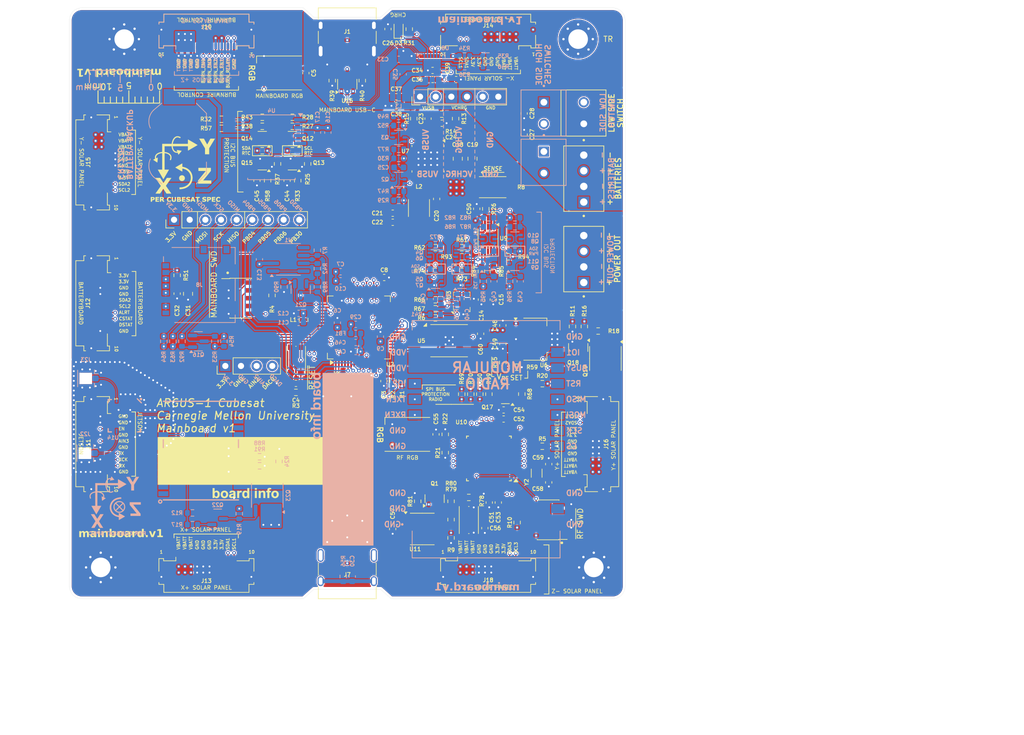
<source format=kicad_pcb>
(kicad_pcb (version 20240108) (generator "pcbnew") (generator_version "8.0")
  (layers (0 "F.Cu" signal) (1 "In1.Cu" signal "Route2") (2 "In2.Cu" signal "Route15") (31 "B.Cu" signal) (34 "B.Paste" user) (35 "F.Paste" user) (36 "B.SilkS" user "B.Silkscreen") (37 "F.SilkS" user "F.Silkscreen") (38 "B.Mask" user) (39 "F.Mask" user) (44 "Edge.Cuts" user))
  (net 0 "")
  (net 1 "3.3V")
  (net 2 "SWCLK")
  (net 3 "SWDIO")
  (net 4 "~{RESET}")
  (net 5 "VBATT")
  (net 6 "GND")
  (net 7 "RF_RST")
  (net 8 "BURN_RELAY_A")
  (net 9 "Net-(Q3A-C1)")
  (net 10 "Net-(Q2B-B2)")
  (net 11 "Net-(U2-VDDCORE)")
  (net 12 "Net-(Q13B-G1)")
  (net 14 "/Avionics/XTAL1")
  (net 15 "/Avionics/XTAL2")
  (net 16 "DAC0")
  (net 17 "MISO")
  (net 18 "SCK")
  (net 19 "MOSI")
  (net 20 "FLASH_CS")
  (net 21 "FLASH_SCK")
  (net 22 "FLASH_IO3")
  (net 23 "FLASH_IO2")
  (net 24 "FLASH_MISO")
  (net 25 "FLASH_MOSI")
  (net 26 "Net-(BT1-+)")
  (net 27 "WDT_WDI")
  (net 28 "GNDREF")
  (net 29 "VCHRG")
  (net 30 "Net-(U2-VSW)")
  (net 31 "Net-(Q2A-B1)")
  (net 32 "Net-(Q3A-B1)")
  (net 33 "Net-(Q3B-B2)")
  (net 34 "Net-(Q8A-B1)")
  (net 35 "Net-(U7-SW1)")
  (net 36 "Net-(U7-VBST)")
  (net 37 "AIN3")
  (net 38 "Net-(U7-SS)")
  (net 39 "Net-(Q13A-G2)")
  (net 40 "Net-(U7-VREG5)")
  (net 41 "SD_CS")
  (net 42 "/Power/3V3_EN")
  (net 43 "RF_RXEN")
  (net 44 "RF_TXEN")
  (net 45 "Net-(U2-PA07)")
  (net 46 "VBUS1")
  (net 47 "VBUS_RESET")
  (net 48 "Net-(U3-SDO)")
  (net 49 "STAT")
  (net 50 "/Power/REGN")
  (net 51 "Net-(U1-~{RESET})")
  (net 52 "Net-(U1-~{MR})")
  (net 58 "Net-(J7-SHIELD)")
  (net 59 "Net-(U8-PMID_1)")
  (net 60 "Net-(U8-BTST)")
  (net 61 "Net-(U8-SW_1)")
  (net 62 "Net-(J21-Pin_1)")
  (net 63 "Net-(J21-Pin_3)")
  (net 64 "Net-(Q5B-G1)")
  (net 65 "Net-(Q7B-G1)")
  (net 66 "Net-(Q9B-G1)")
  (net 67 "Net-(Q11B-G1)")
  (net 68 "Net-(Q15B-G1)")
  (net 69 "AIN2")
  (net 70 "JETSON_RX")
  (net 71 "JETSON_XCK")
  (net 72 "JETSON_TX")
  (net 73 "RF_VDD")
  (net 74 "Net-(Q16-E)")
  (net 75 "Net-(Q16-B)")
  (net 76 "Net-(U9-TIMER)")
  (net 77 "Net-(U10-VDDCORE)")
  (net 78 "SDA2")
  (net 79 "SCL2")
  (net 80 "WDT_EN")
  (net 81 "RF_3.3V")
  (net 82 "~{SAMD21_RST}")
  (net 83 "Net-(U10-PA00)")
  (net 84 "VSYS")
  (net 85 "TS")
  (net 86 "Net-(U10-PA01)")
  (net 87 "/Avionics/NEOPIXEL")
  (net 89 "/RF and GPS/SAMD21_NEOPIXEL")
  (net 90 "Net-(D3-A)")
  (net 91 "DBus1-")
  (net 92 "DBus1+")
  (net 93 "Net-(J1-CC2)")
  (net 96 "Net-(J1-CC1)")
  (net 98 "VBUS2")
  (net 99 "DBus2+")
  (net 101 "DBus2-")
  (net 102 "Net-(J7-CC2)")
  (net 103 "Net-(J7-CC1)")
  (net 104 "SD_MISO")
  (net 105 "SD_SCK")
  (net 109 "SD_MOSI")
  (net 114 "BURN_EN3")
  (net 115 "BURN_EN4")
  (net 116 "BURN_EN2")
  (net 117 "RF_IO1")
  (net 118 "RF_IO2")
  (net 119 "BURN_EN1")
  (net 120 "RF_BUSY")
  (net 121 "JETSON_EN")
  (net 122 "SDA1")
  (net 123 "SCL1")
  (net 124 "SCL3")
  (net 125 "SDA3")
  (net 126 "PB30")
  (net 127 "PB05")
  (net 128 "PB04")
  (net 129 "PB06")
  (net 130 "Net-(J22-In)")
  (net 131 "Net-(J23-In)")
  (net 132 "SAMD21_SWD")
  (net 135 "SAMD21_SWC")
  (net 137 "FUEL_ALRT")
  (net 138 "DSTAT")
  (net 139 "CSTAT")
  (net 140 "Net-(Q1-S)")
  (net 141 "SAMD21_WDT_EN")
  (net 142 "IMU_SCL")
  (net 143 "Net-(Q4A-B1)")
  (net 144 "Net-(Q4B-B2)")
  (net 145 "Net-(Q5A-G2)")
  (net 146 "IMU_SDA")
  (net 147 "Net-(Q6A-B1)")
  (net 148 "Net-(Q6B-B2)")
  (net 149 "Net-(Q7A-G2)")
  (net 150 "Net-(Q8B-B2)")
  (net 151 "PWR_SCL")
  (net 152 "Net-(Q9A-G2)")
  (net 153 "PWR_SDA")
  (net 154 "Net-(Q10B-B2)")
  (net 155 "Net-(Q10A-B1)")
  (net 156 "Net-(Q11A-G2)")
  (net 157 "RTC_SCL")
  (net 158 "Net-(Q12B-B2)")
  (net 159 "Net-(Q12A-B1)")
  (net 160 "Net-(Q14B-B2)")
  (net 161 "Net-(Q14A-B1)")
  (net 162 "RTC_SDA")
  (net 163 "Net-(Q15A-G2)")
  (net 164 "Net-(Q17-E)")
  (net 165 "Net-(Q17-B)")
  (net 166 "Net-(Q21-S)")
  (net 167 "Net-(Q22-D)")
  (net 168 "Net-(Q22-G)")
  (net 169 "GPS_VDD")
  (net 170 "RF_CS")
  (net 171 "GPS_EN")
  (net 172 "Net-(U7-VFB)")
  (net 173 "Net-(U7-PG)")
  (net 174 "Net-(U13-RSTN)")
  (net 175 "Net-(U9-ON)")
  (net 176 "Net-(U8-ILIM)")
  (net 177 "Net-(U6-SENSE{slash}ADJ)")
  (net 178 "UHF_CS")
  (net 179 "UHF_SCK")
  (net 180 "UHF_MOSI")
  (net 181 "UHF_MISO")
  (net 182 "GPS_TX")
  (net 183 "Net-(U13-RXD)")
  (net 184 "Net-(U11-~{RESET})")
  (net 185 "Net-(U13-TXD)")
  (net 186 "GPS_RX")
  (net 187 "UHF_EN")
  (net 198 "RF_SCK")
  (net 200 "RF_MOSI")
  (net 202 "USB_D2-")
  (net 204 "USB_D2+")
  (net 205 "RF_MISO")
  (net 207 "Net-(U11-~{MR})")
  (net 208 "SAMD21_WDT_WDI")
  (net 220 "/RF and GPS/RF_IN")
  (net 225 "USB_D1+")
  (net 226 "USB_D1-")
  (net 227 "3.3VA")
  (net 228 "Net-(J5-Pin_2)")
  (net 229 "Net-(Q18-G)")
  (net 230 "Net-(Q18-D)")
  (footprint "Connector_USB:USB_C_Receptacle_HRO_TYPE-C-31-M-12" (layer "F.Cu") (at 144.78 57.2389 180)
    (property "Reference" "J1")
    (property "Value" "USB_C_Receptacle_USB2.0")
  )
  (footprint "Resistor_SMD:R_0603_1608Metric" (layer "F.Cu") (at 124.3584 72.898)
    (property "Reference" "R57")
    (property "Value" "10K")
  )
  (footprint "Capacitor_SMD:C_0603_1608Metric" (layer "F.Cu") (at 166.4208 106.2358 -90)
    (property "Reference" "C60")
    (property "Value" "0.1uF")
  )
  (footprint "Capacitor_SMD:C_0603_1608Metric" (layer "F.Cu") (at 177.4698 127.381 90)
    (property "Reference" "C59")
    (property "Value" "8pF")
  )
  (footprint "Capacitor_SMD:C_0603_1608Metric" (layer "F.Cu") (at 170.1546 118.5926 180)
    (property "Reference" "C54")
    (property "Value" "10uF")
  )
  (footprint "Capacitor_SMD:C_0603_1608Metric" (layer "F.Cu") (at 150.7236 113.9066 -90)
    (property "Reference" "C3")
    (property "Value" "0.1uF")
  )
  (footprint "Resistor_SMD:R_0603_1608Metric" (layer "F.Cu") (at 133.4648 78.6638 90)
    (property "Reference" "R37")
    (property "Value" "100K")
  )
  (footprint "Resistor_SMD:R_0603_1608Metric" (layer "F.Cu") (at 185.4923 105.7864 180)
    (property "Reference" "R18")
    (property "Value" "3.3K")
  )
  (footprint "Resistor_SMD:R_0603_1608Metric" (layer "F.Cu") (at 131.8514 81.3816 90)
    (property "Reference" "R58")
    (property "Value" "200K")
  )
  (footprint "Resistor_SMD:R_0603_1608Metric" (layer "F.Cu") (at 170.0237 110.8941 -90)
    (property "Reference" "R55")
    (property "Value" "10K")
  )
  (footprint "LED_SMD:LED_0603_1608Metric" (layer "F.Cu") (at 153.1112 56.7944 90)
    (property "Reference" "D3")
    (property "Value" "GREEN LED")
  )
  (footprint "Package_SO:SOIC-8_3.9x4.9mm_P1.27mm" (layer "F.Cu") (at 186.6723 110.2357 -90)
    (property "Reference" "Q19")
    (property "Value" "IRF7404")
  )
  (footprint "Resistor_SMD:R_0603_1608Metric" (layer "F.Cu") (at 167.767 116.0272 -90)
    (property "Reference" "R99")
    (property "Value" "0R")
  )
  (footprint "Package_TO_SOT_SMD:SOT-223-6" (layer "F.Cu") (at 175.2948 107.1095)
    (property "Reference" "U6")
    (property "Value" "TPS7A4501DCQT")
  )
  (footprint "Capacitor_SMD:C_0603_1608Metric" (layer "F.Cu") (at 159.1818 122.555 90)
    (property "Reference" "C55")
    (property "Value" "0.1uF")
  )
  (footprint "Package_TO_SOT_SMD:SOT-23-6" (layer "F.Cu") (at 144.78 65.7352 90)
    (property "Reference" "U15")
    (property "Value" "USBLC6-2SC6")
  )
  (footprint "mainboard:TE_282834-4" (layer "F.Cu") (at 183.1594 94.107 90)
    (property "Reference" "J3" (hide yes))
    (property "Value" "282834-4")
  )
  (footprint "Capacitor_SMD:C_0603_1608Metric" (layer "F.Cu") (at 165.7858 85.9536 -90)
    (property "Reference" "C50")
    (property "Value" "3.3nF")
  )
  (footprint "Inductor_SMD:L_1812_4532Metric" (layer "F.Cu") (at 156.4132 85.8266 -90)
    (property "Reference" "L2")
    (property "Value" "3.3uH")
  )
  (footprint "Crystal:Crystal_SMD_3215-2Pin_3.2x1.5mm" (layer "F.Cu") (at 175.514 128.8542 -90)
    (property "Reference" "Y2")
    (property "Value" "32.768kHz")
  )
  (footprint "Capacitor_SMD:C_0603_1608Metric" (layer "F.Cu") (at 167.8178 133.617 -90)
    (property "Reference" "C51")
    (property "Value" "1uF")
  )
  (footprint "Resistor_SMD:R_0603_1608Metric" (layer "F.Cu") (at 164.5032 132.7912 180)
    (property "Reference" "R78")
    (property "Value" "10K")
  )
  (footprint "Package_SO:HTSSOP-14-1EP_4.4x5mm_P0.65mm_EP3.4x5mm_Mask3x3.1mm" (layer "F.Cu") (at 157.8864 77.8256 -90)
    (property "Reference" "U7")
    (property "Value" "TPS54226PWPR")
  )
  (footprint "Package_TO_SOT_SMD:SOT-363_SC-70-6" (layer "F.Cu") (at 130.9878 74.549 180)
    (property "Reference" "Q14")
    (property "Value" "MBT2222ADW1T1")
  )
  (footprint "Resistor_SMD:R_0603_1608Metric" (layer "F.Cu") (at 183.2571 105.0498 -90)
    (property "Reference" "R16")
    (property "Value" "4.7K")
  )
  (footprint "Resistor_SMD:R_0603_1608Metric" (layer "F.Cu") (at 153.67 113.9066 90)
    (property "Reference" "R1")
    (property "Value" "316K")
  )
  (footprint "Resistor_SMD:R_0603_1608Metric" (layer "F.Cu") (at 168.4782 96.1013 90)
    (property "Reference" "R85")
    (property "Value" "10K")
  )
  (footprint "Package_TO_SOT_SMD:SOT-363_SC-70-6" (layer "F.Cu") (at 130.9878 78.486 180)
    (property "Reference" "Q15")
    (property "Value" "BSS138DWQ-7")
  )
  (footprint "mainboard:MountingHole2" (layer "F.Cu") (at 108.585 58.42)
    (property "Reference" "H1" (hide yes))
    (property "Value" "MountingHole_Pad")
  )
  (footprint "Capacitor_SMD:C_0603_1608Metric" (layer "F.Cu") (at 158.623 63.5 180)
    (property "Reference" "C34")
    (property "Value" "4.7uF")
  )
  (footprint "Capacitor_SMD:C_0603_1608Metric" (layer "F.Cu") (at 157.8864 71.3232 -90)
    (property "Reference" "C23")
    (property "Value" "3.3nF")
  )
  (footprint "Capacitor_SMD:C_0603_1608Metric" (layer "F.Cu") (at 144.653 116.3828)
    (property "Reference" "C2")
    (property "Value" "8pF")
  )
  (footprint "Resistor_SMD:R_0603_1608Metric" (layer "F.Cu") (at 132.5684 100.012 90)
    (property "Reference" "R4")
    (property "Value" "10K")
  )
  (footprint "mainboard:board_info_block" (layer "F.Cu") (at 128.2954 127.9398)
    (property "Reference" "REF**" (hide yes))
    (property "Value" "VAL**" (hide yes))
  )
  (footprint "Capacitor_SMD:C_0603_1608Metric" (layer "F.Cu") (at 158.623 64.9732)
    (property "Reference" "C36")
    (property "Value" "47nF")
  )
  (footprint "Capacitor_SMD:C_0603_1608Metric" (layer "F.Cu") (at 169.291 133.617 -90)
    (property "Reference" "C53")
    (property "Value" "0.1uF")
  )
  (footprint "Package_TO_SOT_SMD:SOT-363_SC-70-6" (layer "F.Cu") (at 135.8768 78.486 180)
    (property "Reference" "Q13")
    (property "Value" "BSS138DWQ-7")
  )
  (footprint "Connector_PinHeader_1.27mm:PinHeader_2x05_P1.27mm_Vertical_SMD" (layer "F.Cu") (at 177.374 136.4234 180)
    (property "Reference" "J24" (hide yes))
    (property "Value" "Conn_02x05_Odd_Even")
  )
  (footprint "Capacitor_SMD:C_0603_1608Metric" (layer "F.Cu") (at 160.1216 72.0598)
    (property "Reference" "C24")
    (property "Value" "1uF")
  )
  (footprint "Resistor_SMD:R_0603_1608Metric" (layer "F.Cu") (at 159.0802 102.1842)
    (property "Reference" "R67")
    (property "Value" "10K")
  )
  (footprint "Resistor_SMD:R_0603_1608Metric" (layer "F.Cu") (at 176.4284 124.4854)
    (property "Reference" "R5")
    (property "Value" "10K")
  )
  (footprint "Resistor_SMD:R_0603_1608Metric" (layer "F.Cu") (at 130.9878 76.5302)
    (property "Reference" "R48" (hide yes))
    (property "Value" "0R")
  )
  (footprint "Capacitor_SMD:C_0603_1608Metric" (layer "F.Cu") (at 170.0237 107.8845 -90)
    (property "Reference" "C49")
    (property "Value" "10uF")
  )
  (footprint "Resistor_SMD:R_0603_1608Metric" (layer "F.Cu") (at 117.1702 96.7486 -90)
    (property "Reference" "R51")
    (property "Value" "10K")
  )
  (footprint "Resistor_SMD:R_0603_1608Metric" (layer "F.Cu") (at 172.339 136.8552 -90)
    (property "Reference" "R10")
    (property "Value" "10K")
  )
  (footprint "Package_TO_SOT_SMD:SOT-23-6" (layer "F.Cu") (at 144.78 136.8552 -90)
    (property "Reference" "U16")
    (property "Value" "USBLC6-2SC6")
  )
  (footprint "Package_QFP:TQFP-32_7x7mm_P0.8mm" (layer "F.Cu") (at 167.767 126.4666 180)
    (property "Reference" "U10")
    (property "Value" "ATSAMD21E18A-A")
  )
  (footprint "Inductor_SMD:L_0805_2012Metric_Pad1.15x1.40mm_HandSolder" (layer "F.Cu") (at 137.6934 103.9622 -90)
    (property "Reference" "L1")
    (property "Value" "10uH")
  )
  (footprint "Capacitor_SMD:C_0603_1608Metric" (layer "F.Cu") (at 152.146 137.9108 -90)
    (property "Reference" "C57")
    (property "Value" "0.1uF")
  )
  (footprint "Connector_FFC-FPC:Molex_200528-0100_1x10-1MP_P1.00mm_Horizontal" (layer "F.Cu") (at 105.029 78.4225 -90)
    (property "Reference" "J15")
    (property "Value" "200528-0100")
  )
  (footprint "Resistor_SMD:R_0603_1608Metric" (layer "F.Cu") (at 163.3497 116.0283 90)
    (property "Reference" "R69")
    (property "Value" "1K")
  )
  (footprint "Resistor_SMD:R_0603_1608Metric" (layer "F.Cu") (at 130.9878 72.5678 180)
    (property "Reference" "R38")
    (property "Value" "680R")
  )
  (footprint "Crystal:Crystal_SMD_3215-2Pin_3.2x1.5mm" (layer "F.Cu") (at 143.1544 114.4778 180)
    (property "Reference" "Y1")
    (property "Value" "32.768kHz")
  )
  (footprint "Resistor_SMD:R_0603_1608Metric" (layer "F.Cu") (at 176.4406 114.3254)
    (property "Reference" "R20")
    (property "Value" "10K")
  )
  (footprint "Resistor_SMD:R_0603_1608Metric" (layer "F.Cu") (at 136.4488 115.7478)
    (property "Reference" "R3")
    (property "Value" "10K")
  )
  (footprint "Capacitor_SMD:C_0603_1608Metric" (layer "F.Cu") (at 117.1702 99.7204 -90)
    (property "Reference" "C32")
    (property "Value" "0.1uF")
  )
  (footprint "Connector_PinHeader_1.27mm:PinHeader_2x05_P1.27mm_Vertical_SMD" (layer "F.Cu") (at 127.4826 100.457)
    (property "Reference" "J9" (hide yes))
    (property "Value" "Conn_02x05_Odd_Even")
  )
  (footprint "mainboard:TE_282834-4" (layer "F.Cu") (at 183.1594 81.0514 90)
    (property "Reference" "J2" (hide yes))
    (property "Value" "282834-4")
  )
  (footprint "Capacitor_SMD:C_0603_1608Metric" (layer "F.Cu") (at 152.7302 69.2404)
    (property "Reference" "C38")
    (property "Value" "22uF")
  )
  (footprint "Resistor_SMD:R_0603_1608Metric" (layer "F.Cu") (at 161.6202 133.415 -90)
    (property "Reference" "R80")
    (property "Value" "DNI (0R)")
  )
  (footprint "Resistor_SMD:R_0603_1608Metric" (layer "F.Cu") (at 152.1968 113.9066 90)
    (property "Reference" "R2")
    (property "Value" "110K")
  )
  (footprint "Connector_PinHeader_2.54mm:PinHeader_1x04_P2.54mm_Vertical" (layer "F.Cu") (at 124.9934 111.4552 90)
    (property "Reference" "J20" (hide yes))
    (property "Value" "Conn_01x04")
  )
  (footprint "Battery:Battery_CR1225" (layer "F.Cu") (at 248.3104 165.0238)
    (property "Reference" "REF**" (hide yes))
    (property "Value" "Battery_CR1225")
  )
  (footprint "Capacitor_SMD:C_0603_1608Metric" (layer "F.Cu") (at 173.482 70.485 -90)
    (property "Reference" "C28")
    (property "Value" "22uF")
  )
  (footprint "mainboard:MountingHole2" (layer "F.Cu") (at 184.785 144.145)
    (property "Reference" "H3" (hide yes))
    (property "Value" "MountingHole_Pad")
  )
  (footprint "Resistor_SMD:R_0603_1608Metric" (layer "F.Cu") (at 160.1216 70.5866)
    (property "Reference" "R14")
    (property "Value" "22.1K")
  )
  (footprint "Package_SO:MSOP-10_3x3mm_P0.5mm" (layer "F.Cu") (at 167.6189 90.7499 -90)
    (property "Reference" "U9")
    (property "Value" "ADM1176-1ARMZ-R7")
  )
  (footprint "Capacitor_SMD:C_0603_1608Metric" (layer "F.Cu") (at 136.4488 114.2746)
    (property "Reference" "C4")
    (property "Value" "1uF")
  )
  (footprint "Resistor_SMD:R_0603_1608Metric" (layer "F.Cu") (at 166.5478 96.1013 90)
    (property "Reference" "R84")
    (property "Value" "10K")
  )
  (footprint "Package_QFP:TQFP-64_10x10mm_P0.5mm" (layer "F.Cu") (at 146.6596 105.2068 90)
    (property "Reference" "U2")
    (property "Value" "ATSAMD51J20A-AU")
  )
  (footprint "Capacitor_SMD:C_0603_1608Metric" (layer "F.Cu") (at 159.2834 84.3534 90)
    (property "Reference" "C20")
    (property "Value" "0.1uF")
  )
  (footprint "Resistor_SMD:R_0603_1608Metric" (layer "F.Cu") (at 136.7404 81.3816 90)
    (property "Reference" "R33")
    (property "Value" "200K")
  )
  (footprint "Button_Switch_SMD:SW_Push_1P1T_NO_CK_KMR2" (layer "F.Cu") (at 164.5032 136.4562 90)
    (property "Reference" "SW2" (hide yes))
    (property "Value" "KMR231NG LFS")
  )
  (footprint "Capacitor_SMD:C_0603_1608Metric" (layer "F.Cu") (at 167.1066 137.7696 90)
    (property "Reference" "C56")
    (property "Value" "1uF")
  )
  (footprint "Package_LGA:Bosch_LGA-14_3x2.5mm_P0.5mm" (layer "F.Cu") (at 163.3641 101.0499 90)
    (property "Reference" "U3")
    (property "Value" "BMX160")
  )
  (footprint "Resistor_SMD:R_0603_1608Metric" (layer "F.Cu") (at 147.2184 65.151 90)
    (property "Reference" "R40")
    (property "Value" "5.1K")
  )
  (footprint "Resistor_SMD:R_0603_1608Metric" (layer "F.Cu") (at 156.21 133.415 90)
    (property "Reference" "R81")
    (property "Value" "200K")
  )
  (footprint "Resistor_SMD:R_0603_1608Metric" (layer "F.Cu") (at 147.2184 137.414 -90)
    (property "Reference" "R65")
    (property "Value" "5.1K")
  )
  (footprint "mainboard:PHOENIX_1985807" (layer "F.Cu") (at 186.7594 74.1614 90)
    (property "Reference" "J4" (hide yes))
    (property "Value" "1985807")
  )
  (footprint "Connector_USB:USB_C_Receptacle_HRO_TYPE-C-31-M-12" (layer "F.Cu") (at 144.78 145.3261)
    (property "Reference" "J7")
    (property "Value" "USB_C_Receptacle_USB2.0")
  )
  (footprint "Connector_FFC-FPC:Molex_200528-0100_1x10-1MP_P1.00mm_Horizontal" (layer "F.Cu") (at 105.029 124.1425 -90)
    (property "Reference" "J11")
    (property "Value" "200528-0100")
  )
  (footprint "Resistor_SMD:R_0603_1608Metric" (layer "F.Cu") (at 159.0802 96.0882 180)
    (property "Reference" "R74")
    (property "Value" "100K")
  )
  (footprint "Capacitor_SMD:C_0603_1608Metric" (layer "F.Cu") (at 130.1242 81.3816 -90)
    (property "Reference" "C45")
    (property "Value" "10nF")
  )
  (footprint "Capacitor_SMD:C_0805_2012Metric" (layer "F.Cu") (at 162.7124 77.8256 90)
    (property "Reference" "C18")
    (property "Value" "100uF")
  )
  (footprint "Connector_FFC-FPC:Molex_200528-0100_1x10-1MP_P1.00mm_Horizontal" (layer "F.Cu") (at 121.92 58.674 180)
    (property "Reference" "J10")
    (property "Value" "200528-0100")
  )
  (footprint "Capacitor_SMD:C_0603_1608Metric" (layer "F.Cu") (at 150.7744 97.1042)
    (property "Reference" "C8")
    (property "Value" "0.1uF")
  )
  (footprint "Connector_FFC-FPC:Molex_200528-0100_1x10-1MP_P1.00mm_Horizontal" (layer "F.Cu") (at 167.64 58.674 180)
    (property "Reference" "J14")
    (property "Value" "200528-0100")
  )
  (footprint "Button_Switch_SMD:SW_Push_1P1T_NO_CK_KMR2" (layer "F.Cu") (at 136.4488 110.4646 -90)
    (property "Reference" "SW1" (hide yes))
    (property "Value" "KMR231NG LFS")
  )
  (footprint "Connector_FFC-FPC:Molex_200528-0100_1x10-1MP_P1.00mm_Horizontal" (layer "F.Cu") (at 184.531 124.1425 90)
    (property "Reference" "J16")
    (property "Value" "200528-0100")
  )
  (footprint "Capacitor_SMD:C_0603_1608Metric" (layer "F.Cu") (at 170.0237 104.8743 -90)
    (property "Reference" "C48")
    (property "Value" "10uF")
  )
  (footprint "Resistor_SMD:R_0603_1608Metric" (layer "F.Cu") (at 135.8768 72.5678 180)
    (property "Reference" "R27")
    (property "Value" "680R")
  )
  (footprint "Capacitor_SMD:C_0603_1608Metric" (layer "F.Cu") (at 135.0132 81.3816 -90)
    (property "Reference" "C44")
    (property "Value" "10nF")
  )
  (footprint "Package_SO:SOIC-8_3.9x4.9mm_P1.27mm" (layer "F.Cu") (at 156.9466 137.9108)
    (property "Reference" "U11")
    (property "Value" "MAX706RESA+")
  )
  (footprint "Connector_FFC-FPC:Molex_200528-0100_1x10-1MP_P1.00mm_Horizontal" (layer "F.Cu") (at 105.029 101.2825 -90)
    (property "Reference" "J12")
    (property "Value" "200528-0100")
  )
  (footprint "Connector_FFC-FPC:Molex_200528-0100_1x10-1MP_P1.00mm_Horizontal" (layer "F.Cu") (at 121.92 143.891)
    (property "Reference" "J13")
    (property "Value" "200528-0100")
  )
  (footprint "Capacitor_SMD:C_0603_1608Metric" (layer "F.Cu") (at 138.0628 63.9328 90)
    (property "Reference" "C5")
    (property "Value" "0.1uF")
  )
  (footprint "mainboard:XYZ_cubesat-bot" (layer "F.Cu") (at 107.4674 134.1628)
    (property "Reference" "REF**" (hide yes))
    (property "Value" "Val**" (hide yes))
  )
  (footprint "Resistor_SMD:R_0603_1608Metric" (layer "F.Cu") (at 181.3267 105.0498 -90)
    (property "Reference" "R11")
    (property "Value" "10K")
  )
  (footprint "Capacitor_SMD:C_0603_1608Metric" (layer "F.Cu") (at 141.6558 116.3828 180)
    (property "Reference" "C1")
    (property "Value" "8pF")
  )
  (footprint "Capacitor_SMD:C_0603_1608Metric" (layer "F.Cu") (at 166.5478 100.6856 -90)
    (property "Reference" "C14")
    (property "Value" "0.1uF")
  )
  (footprint "Capacitor_SMD:C_0603_1608Metric" (layer "F.Cu") (at 173.482 73.914 90)
    (property "Reference" "C27")
    (property "Value" "0.1uF")
  )
  (footprint "Package_DFN_QFN:DFN-8-1EP_6x5mm_P1.27mm_EP2x2mm" (layer "F.Cu") (at 161.3074 107.3578)
    (property "Reference" "U5")
    (property "Value" "MR25H40MDF")
  )
  (footprint "Capacitor_SMD:C_0805_2012Metric" (layer "F.Cu") (at 165.1 77.8256 90)
    (property "Reference" "C19")
    (property "Value" "100uF")
  )
  (footprint "Capacitor_SMD:C_0603_1608Metric" (layer "F.Cu") (at 152.1584 86.6648)
    (property "Reference" "C21")
    (property "Value" "22uF")
  )
  (footprint "Resistor_SMD:R_0603_1608Metric" (layer "F.Cu") (at 159.0802 92.2528)
    (property "Reference" "R62")
    (property "Value" "10K")
  )
  (footprint "Resistor_SMD:R_0603_1608Metric" (layer "F.Cu") (at 159.0802 100.711)
    (property "Reference" "R66")
    (property "Value" "10K")
  )
  (footprint "Resistor_SMD:R_2512_6332Metric" (layer "F.Cu") (at 168.3766 82.4484)
    (property "Reference" "R8")
    (property "Value" "?R")
  )
  (footprint "Resistor_SMD:R_0603_1608Metric" (layer "F.Cu") (at 161.6202 136.3868 -90)
    (property "Reference" "R79")
    (property "Value" "0R")
  )
  (footprint "Resistor_SMD:R_0603_1608Metric" (layer "F.Cu") (at 162.3568 71.3232 90)
    (property "Reference" "R13")
    (property "Value" "73.2K")
  )
  (footprint "Capacitor_SMD:C_0603_1608Metric" (layer "F.Cu") (at 152.7302 67.7672)
    (property "Reference" "C37")
    (property "Value" "22uF")
  )
  (footprint "Resistor_SMD:R_0603_1608Metric" (layer "F.Cu") (at 135.8768 76.5302)
    (property "Reference" "R45" (hide yes))
    (property "Value" "0R")
  )
  (footprint "Resistor_SMD:R_0603_1608Metric" (layer "F.Cu") (at 163.3728 92.2528)
    (property "Reference" "R61")
    (property "Value" "10K")
  )
  (footprint "Resistor_SMD:R_0603_1608Metric" (layer "F.Cu") (at 124.3584 71.4248)
    (property "Reference" "R32")
    (property "Value" "10K")
  )
  (footprint "Connector_PinHeader_2.54mm:PinHeader_1x09_P2.54mm_Vertical" (layer "F.Cu") (at 116.6722 87.7316 90)
    (property "Reference" "J19" (hide yes))
    (property "Value" "Conn_01x09")
  )
  (footprint "Resistor_SMD:R_0603_1608Metric" (layer "F.Cu") (at 163.384998 93.7514)
    (property "Reference" "R93")
    (property "Value" "100K")
  )
  (footprint "Package_TO_SOT_SMD:SOT-23" (layer "F.Cu") (at 170.4363 116.017 180)
    (property "Reference" "Q17")
    (property "Value" "MMBT2907")
  )
  (footprint "Resistor_SMD:R_0603_1608Metric" (layer "F.Cu") (at 172.2843 111.6561)
    (property "Reference" "R59")
    (property "Value" "2.5K")
  )
  (footprint "Capacitor_SMD:C_0603_1608Metric" (layer "F.Cu") (at 170.1546 120.0658 180)
    (property "Reference" "C52")
    (property "Value" "0.1uF")
  )
  (footprint "mainboard:XYZ_cubesat-top" (layer "F.Cu") (at 118.44655 79.899519)
    (property "Reference" "REF**" (hide yes))
    (property "Value" "Val**" (hide yes))
  )
  (footprint "mainboard:MountingHole2" (layer "F.Cu") (at 182.245 58.42)
    (property "Reference" "H2" (hide yes))
    (property "Value" "MountingHole_Pad")
  )
  (footprint "Resistor_SMD:R_0603_1608Metric" (layer "F.Cu") (at 159.0802 103.6574 180)
    (property "Reference" "R6")
    (property "Value" "10K")
  )
  (footprint "Resistor_SMD:R_0603_1608Metric" (layer "F.Cu") (at 167.259 85.9536 -90)
    (property "Reference" "R26")
    (property "Value" "1K")
  )
  (footprint "Capacitor_SMD:C_0603_1608Metric" (layer "F.Cu") (at 177.4698 130.3528 -90)
    (property "Reference" "C58")
    (property "Value" "8pF")
  )
  (footprint "Resistor_SMD:R_0603_1608Metric" (layer "F.Cu") (at 154.8384 56.7944 -90)
    (property "Reference" "R31")
    (property "Value" "10K")
  )
  (footprint "Resistor_SMD:R_0603_1608Metric" (layer "F.Cu") (at 160.6804 122.555 90)
    (property "Reference" "R22")
    (property "Value" "10K")
  )
  (footprint "Resistor_SMD:R_0603_1608Metric" (layer "F.Cu") (at 135.8768 71.0946 180)
    (property "Reference" "R28")
    (property "Value" "10K")
  )
  (footprint "LED_SMD:LED_WS2812B_PLCC4_5.0x5.0mm_P3.2mm" (layer "F.Cu") (at 133.7194 63.9074 180)
    (property "Reference" "D1" (hide yes))
    (property "Value" "WS2812B")
  )
  (footprint "Resistor_SMD:R_0603_1608Metric" (layer "F.Cu") (at 160.6804 125.5268 -90)
    (property "Reference" "R21")
    (property "Value" "10K")
  )
  (footprint "Calibration_Scale:Gauge_10mm_Type1_SilkScreenTop" (layer "F.Cu") (at 114.33569 68.80619 180)
    (property "Reference" "REF**" (hide yes))
    (property "Value" "")
  )
  (footprint "mainboard:MountingHole2" (layer "F.Cu") (at 104.775 144.145)
    (property "Reference" "H4" (hide yes))
    (property "Value" "MountingHole_Pad")
  )
  (footprint "Package_TO_SOT_SMD:SOT-23" (layer "F.Cu") (at 182.2602 108.4557 -90)
    (property "Reference" "Q18")
    (property "Value" "IRLML2803")
  )
  (footprint "Resistor_SMD:R_0603_1608Metric" (layer "F.Cu") (at 138.3538 78.6638 90)
    (property "Reference" "R25")
    (property "Value" "100K")
  )
  (footprint "Resistor_SMD:R_0603_1608Metric" (layer "F.Cu") (at 166.2938 116.0272 90)
    (property "Reference" "R50")
    (property "Value" "0R")
  )
  (footprint "LED_SMD:LED_WS2812B_PLCC4_5.0x5.0mm_P3.2mm" (layer "F.Cu") (at 154.5336 122.555 180)
    (property "Reference" "D2" (hide yes))
    (property "Value" "WS2812B")
  )
  (footprint "Resistor_SMD:R_0603_1608Metric" (layer "F.Cu") (at 161.6202 139.3586 -90)
    (property "Reference" "R9")
    (property "Value" "10K")
  )
  (footprint "Resistor_SMD:R_0603_1608Metric" (layer "F.Cu") (at 173.1033 116.017 90)
    (property "Reference" "R68")
    (property "Value" "4.7K")
  )
  (footprint "Connector_FFC-FPC:Molex_200528-0100_1x10-1MP_P1.00mm_Horizontal" (layer "F.Cu") (at 167.64 143.891)
    (property "Reference" "J18")
    (property "Value" "200528-0100")
  )
  (footprint "Capacitor_SMD:C_0603_1608Metric" (layer "F.Cu") (at 168.4782 100.6856 90)
    (property "Reference" "C15")
    (property "Value" "0.1uF")
  )
  (footprint "Capacitor_SMD:C_0603_1608Metric" (layer "F.Cu") (at 162.446 64.9732 180)
    (property "Reference" "C39")
    (property "Value" "10uF")
  )
  (footprint "Resistor_SMD:R_0603_1608Metric" (layer "F.Cu") (at 130.9878 71.0946 180)
    (property "Reference" "R43")
    (property "Value" "10K")
  )
  (footprint "Capacitor_SMD:C_0805_2012Metric" (layer "F.Cu") (at 118.9482 99.7458 -90)
    (property "Reference" "C31")
    (property "Value" "47uF")
  )
  (footprint "Connector_PinHeader_2.54mm:PinHeader_1x06_P2.54mm_Vertical" (layer "F.Cu") (at 156.591 67.7672 90)
    (property "Reference" "J21" (hide yes))
    (property "Value" "Conn_01x06")
  )
  (footprint "Package_TO_SOT_SMD:SOT-363_SC-70-6" (layer "F.Cu") (at 135.8768 74.549 180)
    (property "Reference" "Q12")
    (property "Value" "MBT2222ADW1T1")
  )
  (footprint "Resistor_SMD:R_0603_1608Metric" (layer "F.Cu") (at 142.3416 65.151 90)
    (property "Reference" "R39")
    (property "Value" "5.1K")
  )
  (footprint "Resistor_SMD:R_0603_1608Metric" (layer "F.Cu") (at 164.8229 116.0283 -90)
    (property "Reference" "R70")
    (property "Value" "1K")
  )
  (footprint "Resistor_SMD:R_0603_1608Metric" (layer "F.Cu") (at 170.8658 93.7514)
    (property "Reference" "R94")
    (property "Value" "100K")
  )
  (footprint "Package_TO_SOT_SMD:SOT-23" (layer "F.Cu") (at 158.9532 132.9832 90)
    (property "Reference" "Q1")
    (property "Value" "IRLML2803")
  )
  (footprint "Capacitor_SMD:C_0603_1608Metric" (layer "F.Cu") (at 151.384 56.7814 90)
    (property "Reference" "C26")
    (property "Value" "4.7uF")
  )
  (footprint "Capacitor_SMD:C_0603_1608Metric" (layer "F.Cu") (at 152.1584 88.138)
    (property "Reference" "C22")
    (property "Value" "22uF")
  )
  (footprint "Resistor_SMD:R_0603_1608Metric" (layer "F.Cu") (at 163.3728 96.0882 180)
    (property "Reference" "R73")
    (property "Value" "100K")
  )
  (footprint "Resistor_SMD:R_0603_1608Metric" (layer "F.Cu") (at 142.3416 137.414 -90)
    (property "Reference" "R60")
    (property "Value" "5.1K")
  )
  (footprint "Resistor_SMD:R_0603_1608Metric" (layer "F.Cu") (at 155.575 71.3232 -90)
    (property "Reference" "R15")
    (property "Value" "100K")
  )
  (footprint "Resistor_SMD:R_0603_1608Metric" (layer "B.Cu") (at 159.0802 91.7702)
    (property "Reference" "R72")
    (property "Value" "680R")
  )
  (footprint "Resistor_SMD:R_0603_1608Metric" (layer "B.Cu") (at 127.254 135.4328 -90)
    (property "Reference" "R19")
    (property "Value" "3.3K")
  )
  (footprint "Resistor_SMD:R_0603_1608Metric" (layer "B.Cu") (at 115.0112 107.4561 -90)
    (property "Reference" "R64")
    (property "Value" "1K")
  )
  (footprint "Package_TO_SOT_SMD:SOT-363_SC-70-6" (layer "B.Cu") (at 171.9834 90.8558)
    (property "Reference" "Q10")
    (property "Value" "MBT2222ADW1T1")
  )
  (footprint "Package_TO_SOT_SMD:SOT-363_SC-70-6" (layer "B.Cu") (at 163.384998 97.7017)
    (property "Reference" "Q5")
    (property "Value" "BSS138DWQ-7")
  )
  (footprint "Capacitor_SMD:C_0603_1608Metric" (layer "B.Cu") (at 146.1516 107.6452 180)
    (property "Reference" "C46")
    (property "Value" "10uF")
  )
  (footprint "Capacitor_SMD:C_0603_1608Metric" (layer "B.Cu") (at 164.248598 100.584 -90)
    (property "Reference" "C40")
    (property "Value" "10nF")
  )
  (footprint "Connector_Coaxial:U.FL_Hirose_U.FL-R-SMT-1_Vertical" (layer "B.Cu") (at 102.87 113.48212 180)
    (property "Reference" "J23")
    (property "Value" "U.FL-R-SMT-1")
  )
  (footprint "Capacitor_SMD:C_0603_1608Metric" (layer "B.Cu") (at 146.1516 109.1184 180)
    (property "Reference" "C47")
    (property "Value" "0.1uF")
  )
  (footprint "Package_TO_SOT_SMD:SOT-363_SC-70-6" (layer "B.Cu") (at 153.1366 81.1784)
    (property "Reference" "Q2")
    (property "Value" "MBT2222ADW1T1")
  )
  (footprint "Package_TO_SOT_SMD:SOT-363_SC-70-6" (layer "B.Cu") (at 163.384998 93.7514)
    (property "Reference" "Q4")
    (property "Value" "MBT2222ADW1T1")
  )
  (footprint "Capacitor_SMD:C_0603_1608Metric" (layer "B.Cu") (at 153.1366 79.248 180)
    (property "Reference" "C25")
    (property "Value" "10uF")
  )
  (footprint "Resistor_SMD:R_0603_1608Metric" (layer "B.Cu") (at 167.7162 87.4014)
    (property "Reference" "R82")
    (property "Value" "10K")
  )
  (footprint "Resistor_SMD:R_0603_1608Metric" (layer "B.Cu") (at 159.0802 103.0732)
    (property "Reference" "R41")
    (property "Value" "10K")
  )
  (footprint "Package_TO_SOT_SMD:SOT-23" (layer "B.Cu") (at 123.7465 136.2456)
    (property "Reference" "Q22")
    (property "Value" "IRLML2803")
  )
  (footprint "Resistor_SMD:R_0603_1608Metric" (layer "B.Cu") (at 130.556 126.1872 180)
    (property "Reference" "R88")
    (property "Value" "0R")
  )
  (footprint "Resistor_SMD:R_0603_1608Metric" (layer "B.Cu") (at 159.0802 95.7326 180)
    (property "Reference" "R98" (hide yes))
    (property "Value" "0R")
  )
  (footprint "Resistor_SMD:R_0603_1608Metric" (layer "B.Cu") (at 116.4844 107.4561 -90)
    (property "Reference" "R63")
    (property "Value" "1K")
  )
  (footprint "Package_SO:SOIC-8_3.9x4.9mm_P1.27mm" (layer "B.Cu") (at 131.8006 132.461 90)
    (property "Reference" "Q23")
    (property "Value" "IRF7404")
  )
  (footprint "Resistor_SMD:R_0603_1608Metric" (layer "B.Cu") (at 162.521398 100.584 90)
    (property "Reference" "R75")
    (property "Value" "200K")
  )
  (footprint "Package_TO_SOT_SMD:SOT-363_SC-70-6" (layer "B.Cu") (at 159.0802 93.7514)
    (property "Reference" "Q6")
    (property "Value" "MBT2222ADW1T1")
  )
  (footprint "Capacitor_SMD:C_0603_1608Metric" (layer "B.Cu") (at 145.5928 145.6182 -90)
    (property "Reference" "C30")
    (property "Value" "4.7nF")
  )
  (footprint "mainboard:S1216_24PIN_PACKAGE" (layer "B.Cu") (at 120.777 124.568598 180)
    (property "Reference" "U13" (hide yes))
    (property "Value" "S1216V8" (hide yes))
  )
  (footprint "mainboard:PHOENIX_1985807" (layer "B.Cu") (at 180.2824 66.6614 -90)
    (property "Reference" "J5" (hide yes))
    (property "Value" "1985807")
  )
  (footprint "Package_TO_SOT_SMD:SOT-363_SC-70-6" (layer "B.Cu") (at 167.7162 94.8182)
    (property "Reference" "Q9")
    (property "Value" "BSS138DWQ-7")
  )
  (footprint "Package_TO_SOT_SMD:SOT-23" (layer "B.Cu") (at 120.6246 107.4561)
    (property "Reference" "Q16")
    (property "Value" "MMBT2907")
  )
  (footprint "Resistor_SMD:R_0603_1608Metric" (layer "B.Cu") (at 139.9286 98.6282 90)
    (property "Reference" "R89")
    (property "Value" "DNI (0R)")
  )
  (footprint "Connector_FFC-FPC:Molex_200528-0100_1x10-1MP_P1.00mm_Horizontal" (layer "B.Cu") (at 121.92 58.674)
    (property "Reference" "J17")
    (property "Value" "200528-0100")
  )
  (footprint "mainboard:board_info_block_bot" (layer "B.Cu") (at 143.9164 126.5936 -90)
    (property "Reference" "REF**" (hide yes))
    (property "Value" "VAL**" (hide yes))
  )
  (footprint "Package_TO_SOT_SMD:SOT-363_SC-70-6" (layer "B.Cu") (at 167.7162 90.8558)
    (property "Reference" "Q8")
    (property "Value" "MBT2222ADW1T1")
  )
  (footprint "Connector_Card:microSD_HC_Molex_104031-0811" (layer "B.Cu") (at 120.777 98.298 -90)
    (property "Reference" "J8")
    (property "Value" "Micro_SD_Card_Det2")
  )
  (footprint "Resistor_SMD:R_0603_1608Metric" (layer "B.Cu") (at 167.7162 92.837 180)
    (property "Reference" "R23" (hide yes))
    (property "Value" "0R")
  )
  (footprint "mainboard:EP2W+" (layer "B.Cu") (at 108.6104 119.5324 180)
    (property "Reference" "U14")
    (property "Value" "EP2W+")
  )
  (footprint "Resistor_SMD:R_0603_1608Metric" (layer "B.Cu") (at 171.9834 88.8746)
    (property "Reference" "R87")
    (property "Value" "680R")
  )
  (footprint "Capacitor_SMD:C_0603_1608Metric" (layer "B.Cu") (at 136.893 102.9208 180)
    (property "Reference" "C12")
    (property "Value" "4.7uF")
  )
  (footprint "Package_DFN_QFN:Texas_RGE0024H_VQFN-24-1EP_4x4mm_P0.5mm_EP2.7x2.7mm" (layer "B.Cu") (at 158.5522 63.0615 -90)
    (property "Reference" "U8")
    (property "Value" "BQ25883RGER")
  )
  (footprint "Capacitor_SMD:C_0603_1608Metric" (layer "B.Cu") (at 172.847 97.7138 -90)
    (property "Reference" "C43")
    (property "Value" "10nF")
  )
  (footprint "mainboard:PHOENIX_1985807" (layer "B.Cu") (at 180.2824 74.6624 -90)
    (property "Reference" "J6" (hide yes))
    (property "Value" "1985807")
  )
  (footprint "Resistor_SMD:R_0603_1608Metric" (layer "B.Cu") (at 130.556 127.6604 180)
    (property "Reference" "R91")
    (property "Value" "0R")
  )
  (footprint "Resistor_SMD:R_0603_1608Metric" (layer "B.Cu") (at 153.1366 76.3016 180)
    (property "Reference" "R77")
    (property "Value" "20K")
  )
  (footprint "Capacitor_SMD:C_0603_1608Metric" (layer "B.Cu") (at 153.1112 61.6966)
    (property "Reference" "C33")
    (property "Value" "1uF")
  )
  (footprint "Resistor_SMD:R_0603_1608Metric" (layer "B.Cu") (at 153.1366 77.7748 180)
    (property "Reference" "R30")
    (property "Value" "100K")
  )
  (footprint "Package_SO:SOIC-8_3.9x4.9mm_P1.27mm" (layer "B.Cu") (at 135.2296 94.1578)
    (property "Reference" "U1")
    (property "Value" "MAX706RESA+")
  )
  (footprint "Resistor_SMD:R_0603_1608Metric" (layer "B.Cu") (at 123.2916 107.4561 -90)
    (property "Reference" "R53")
    (property "Value" "0R")
  )
  (footprint "Resistor_SMD:R_0603_1608Metric" (layer "B.Cu") (at 171.1198 97.7138 90)
    (property "Reference" "R96")
    (property "Value" "200K")
  )
  (footprint "Capacitor_SMD:C_0603_1608Metric" (layer "B.Cu") (at 141.6322 73.5844 -90)
    (property "Reference" "C16")
    (property "Value" "10uF")
  )
  (footprint "Package_SO:SOIC-16W_7.5x10.3mm_P1.27mm" (layer "B.Cu") (at 132.4864 75.9714 180)
    (property "Reference" "U4")
    (property "Value" "DS3231S")
  )
  (footprint "Battery:BatteryHolder_LINX_BAT-HLD-012-SMT" (layer "B.Cu") (at 117.5276 75.3618 90)
    (property "Reference" "BT1" (hide yes))
    (property "Value" "Battery_Cell")
  )
  (footprint "Inductor_SMD:L_Wuerth_MAPI-2510" (layer "B.Cu") (at 153.1112 67.3354)
    (property "Reference" "L3")
    (property "Value" "1uH")
  )
  (footprint "Package_TO_SOT_SMD:SOT-363_SC-70-6" (layer "B.Cu") (at 159.1056 97.7017)
    (property "Reference" "Q7")
    (property "Value" "BSS138DWQ-7")
  )
  (footprint "Capacitor_SMD:C_0603_1608Metric" (layer "B.Cu") (at 130.5306 94.1578 90)
    (property "Reference" "C13")
    (property "Value" "0.1uF")
  )
  (footprint "Package_TO_SOT_SMD:SOT-363_SC-70-6" (layer "B.Cu") (at 153.1366 74.3712 180)
    (property "Reference" "Q3")
    (property "Value" "MBT2222ADW1T1")
  )
  (footprint "Capacitor_SMD:C_0603_1608Metric" (layer "B.Cu") (at 168.5798 97.7138 -90)
    (property "Reference" "C42")
    (property "Value" "10nF")
  )
  (footprint "Inductor_SMD:L_0603_1608Metric" (layer "B.Cu") (at 146.1516 106.172)
    (property "Reference" "FB1")
    (property "Value" "FerriteBead_Small")
  )
  (footprint "Resistor_SMD:R_0603_1608Metric" (layer "B.Cu") (at 163.384998 91.7702)
    (property "Reference" "R71")
    (property "Value" "680R")
  )
  (footprint "mainboard:XCVR_E22-900M30S" (layer "B.Cu") (at 167.3172 123.3454 180)
    (property "Reference" "U12" (hide yes))
    (property "Value" "E22-900M30S")
  )
  (footprint "Resistor_SMD:R_0603_1608Metric" (layer "B.Cu") (at 166.8526 97.7138 90)
    (property "Reference" "R95")
    (property "Value" "200K")
  )
  (footprint "Resistor_SMD:R_0603_1608Metric" (layer "B.Cu") (at 171.9834 87.4014)
    (property "Reference" "R83")
    (property "Value" "10K")
  )
  (footprint "Resistor_SMD:R_0603_1608Metric" (layer "B.Cu") (at 159.9692 100.584 90)
    (property "Reference" "R76")
    (property "Value" "200K")
  )
  (footprint "Resistor_SMD:R_0603_1608Metric" (layer "B.Cu") (at 153.1112 70.9676 180)
    (property "Reference" "R49")
    (property "Value" "100K")
  )
  (footprint "Resistor_SMD:R_0603_1608Metric" (layer "B.Cu") (at 163.83 62.8904 180)
    (property "Reference" "R36")
    (property "Value" "3.16K")
  )
  (footprint "Capacitor_SMD:C_0603_1608Metric" (layer "B.Cu") (at 150.1648 106.7054 90)
    (property "Reference" "C9")
    (property "Value" "0.1uF")
  )
  (footprint "Resistor_SMD:R_0603_1608Metric" (layer "B.Cu") (at 167.6146 62.8904 180)
    (property "Reference" "R46")
    (property "Value" "10K")
  )
  (footprint "Resistor_SMD:R_0603_1608Metric" (layer "B.Cu") (at 119.6594 137.2108)
    (property "Reference" "R17")
    (property "Value" "4.7K")
  )
  (footprint "Resistor_SMD:R_0603_1608Metric" (layer "B.Cu") (at 134.5184 98.6259 -90)
    (property "Reference" "R90")
    (property "Value" "200K")
  )
  (footprint "Resistor_SMD:R_0603_1608Metric" (layer "B.Cu") (at 153.1366 83.1088 180)
    (property "Reference" "R47")
    (property "Value" "200K")
  )
  (footprint "Package_TO_SOT_SMD:SOT-363_SC-70-6" (layer "B.Cu") (at 171.9834 94.8182)
    (property "Reference" "Q11")
    (property "Value" "BSS138DWQ-7")
  )
  (footprint "Resistor_SMD:R_0603_1608Metric" (layer "B.Cu") (at 153.1366 84.582 180)
    (property "Reference" "R29")
    (property "Value" "73.2K")
  )
  (footprint "Resistor_SMD:R_0603_1608Metric" (layer "B.Cu") (at 124.7648 107.4561 90)
    (property "Reference" "R54")
    (property "Value" "0R")
  )
  (footprint "Resistor_SMD:R_0603_1608Metric" (layer "B.Cu") (at 139.9286 92.6846 90)
    (property "Reference" "R7")
    (property "Value" "10K")
  )
  (footprint "Capacitor_SMD:C_0603_1608Metric" (layer "B.Cu") (at 139.9558 73.5714 -90)
    (property "Reference" "C17")
    (property "Value" "0.1uF")
  )
  (footprint "Resistor_SMD:R_0603_1608Metric" (layer "B.Cu") (at 163.8046 61.1632)
    (property "Reference" "R34")
    (property "Value" "5.23K")
  )
  (footprint "Calibration_Scale:Gauge_10mm_Type1_SilkScreenTop" (layer "B.Cu") (at 112.93869 63.47701 180)
    (property "Reference" "REF**" (hide yes))
    (property "Value" "")
  )
  (footprint "Capacitor_SMD:C_0603_1608Metric" (layer "B.Cu") (at 158.242 100.584 -90)
    (property "Reference" "C41")
    (property "Value" "10nF")
  )
  (footprint "Capacitor_SMD:C_0603_1608Metric" (layer "B.Cu") (at 143.6878 96.1644)
    (property "Reference" "C7")
    (property "Value" "0.1uF")
  )
  (footprint "Resistor_SMD:R_0603_1608Metric" (layer "B.Cu") (at 117.9576 107.4561 90)
    (property "Reference" "R92")
    (property "Value" "4.7K")
  )
  (footprint "Resistor_SMD:R_0603_1608Metric" (layer "B.Cu") (at 133.7056 126.9492 -90)
    (property "Reference" "R24")
    (property "Value" "10K")
  )
  (footprint "Resistor_SMD:R_0603_1608Metric" (layer "B.Cu") (at 139.9286 95.6564 90)
    (property "Reference" "R42")
    (property "Value" "0R")
  )
  (footprint "Resistor_SMD:R_0603_1608Metric" (layer "B.Cu") (at 171.9834 92.837 180)
    (property "Reference" "R44" (hide yes))
    (property "Value" "0R")
  )
  (footprint "Capacitor_SMD:C_0603_1608Metric" (layer "B.Cu") (at 143.1798 104.4448 90)
    (property "Reference" "C6")
    (property "Value" "0.1uF")
  )
  (footprint "Resistor_SMD:R_0603_1608Metric" (layer "B.Cu") (at 153.1112 72.4408)
    (property "Reference" "R52")
    (property "Value" "10K")
  )
  (footprint "Resistor_SMD:R_0603_1608Metric" (layer "B.Cu") (at 167.7162 88.8746)
    (property "Reference" "R86")
    (property "Value" "680R")
  )
  (footprint "Resistor_SMD:R_0603_1608Metric" (layer "B.Cu") (at 119.6594 135.3058)
    (property "Reference" "R12")
    (property "Value" "10K")
  )
  (footprint "Resistor_SMD:R_0603_1608Metric" (layer "B.Cu") (at 163.384998 95.7326 180)
    (property "Reference" "R97" (hide yes))
    (property "Value" "0R")
  )
  (footprint "Resistor_SMD:R_0603_1608Metric" (layer "B.Cu") (at 144.1196 145.6182 -90)
    (property "Reference" "R56")
    (property "Value" "1M")
  )
  (footprint "Capacitor_SMD:C_0603_1608Metric" (layer "B.Cu") (at 136.893 104.394)
    (property "Reference" "C11")
    (property "Value" "0.1uF")
  )
  (footprint "Capacitor_SMD:C_0603_1608Metric" (layer "B.Cu") (at 146.1516 104.6988)
    (property "Reference" "C29")
    (property "Value" "10uF")
  )
  (footprint "Capacitor_SMD:C_0603_1608Metric" (layer "B.Cu") (at 153.8478 64.1226 90)
    (property "Reference" "C35")
    (property "Value" "10uF")
  )
  (footprint "Resistor_SMD:R_0603_1608Metric" (layer "B.Cu") (at 167.5892 61.1632 180)
    (property "Reference" "R35")
    (property "Value" "30.1K")
  )
  (footprint "Package_TO_SOT_SMD:SOT-23" (layer "B.Cu") (at 137.226 99.0577 -90)
    (property "Reference" "Q21")
    (property "Value" "IRLML2803")
  )
  (footprint "Connector_Coaxial:U.FL_Hirose_U.FL-R-SMT-1_Vertical" (layer "B.Cu") (at 102.746 125.603 180)
    (property "Reference" "J22")
    (property "Value" "U.FL-R-SMT-1")
  )
  (footprint "Capacitor_SMD:C_0603_1608Metric" (layer "B.Cu") (at 143.6878 97.6376)
    (property "Reference" "C10")
    (property "Value" "10uF")
  )
  (gr_line (start 170.561 66.6242) (end 155.575 66.6242) (stroke (width 0.127)) (layer "B.SilkS"))
  (gr_line (start 176.276 99.5807) (end 176.276 86.4997) (stroke (width 0.127)) (layer "B.SilkS"))
  (gr_line (start 165.481 71.3232) (end 165.481 71.8312) (stroke (width 0.127)) (layer "B.SilkS"))
  (gr_line (start 155.575 66.6242) (end 155.575 68.9102) (stroke (width 0.127)) (layer "B.SilkS"))
  (gr_line (start 170.561 68.9102) (end 170.561 66.6242) (stroke (width 0.127)) (layer "B.SilkS"))
  (gr_line (start 116.7257 64.2874) (end 116.7257 63.6778) (stroke (width 0.127)) (layer "B.SilkS"))
  (gr_line (start 165.481 74.3712) (end 165.481 74.8792) (stroke (width 0.127)) (layer "B.SilkS"))
  (gr_line (start 127.1651 63.6524) (end 127.1651 64.2874) (stroke (width 0.127)) (layer "B.SilkS"))
  (gr_line (start 175.387 99.5807) (end 176.276 99.5807) (stroke (width 0.127)) (layer "B.SilkS"))
  (gr_line (start 165.481 72.3392) (end 165.481 72.8472) (stroke (width 0.127)) (layer "B.SilkS"))
  (gr_line (start 160.401 77.4192) (end 160.401 77.9272) (stroke (width 0.127)) (layer "B.SilkS"))
  (gr_line (start 165.481 70.8152) (end 165.481 70.3072) (stroke (width 0.127)) (layer "B.SilkS"))
  (gr_line (start 160.401 78.9432) (end 160.401 78.4352) (stroke (width 0.127)) (layer "B.SilkS"))
  (gr_line (start 160.401 76.9112) (end 160.401 76.4032) (stroke (width 0.127)) (layer "B.SilkS"))
  (gr_line (start 160.401 71.3232) (end 160.401 71.8312) (stroke (width 0.127)) (layer "B.SilkS"))
  (gr_rect (start 157.4673 94.9161) (end 160.6931 96.5417) (stroke (width 0.1524)) (fill none) (layer "B.SilkS"))
  (gr_line (start 160.401 72.3392) (end 160.401 72.8472) (stroke (width 0.127)) (layer "B.SilkS"))
  (gr_line (start 176.276 86.4997) (end 175.514 86.4997) (stroke (width 0.127)) (layer "B.SilkS"))
  (gr_rect (start 166.1033 92.0242) (end 169.3291 93.6498) (stroke (width 0.1524)) (fill none) (layer "B.SilkS"))
  (gr_line (start 165.481 80.9752) (end 165.481 80.4672) (stroke (width 0.127)) (layer "B.SilkS"))
  (gr_line (start 160.401 69.2912) (end 160.401 69.7992) (stroke (width 0.127)) (layer "B.SilkS"))
  (gr_line (start 160.401 74.3712) (end 160.401 74.8792) (stroke (width 0.127)) (layer "B.SilkS"))
  (gr_line (start 160.401 80.9752) (end 160.401 80.4672) (stroke (width 0.127)) (layer "B.SilkS"))
  (gr_line (start 165.481 68.9102) (end 165.481 66.6242) (stroke (width 0.127)) (layer "B.SilkS"))
  (gr_rect (start 161.7726 94.9161) (end 164.9984 96.5417) (stroke (width 0.1524)) (fill none) (layer "B.SilkS"))
  (gr_line (start 127.1651 64.2874) (end 116.7257 64.2874) (stroke (width 0.127)) (layer "B.SilkS"))
  (gr_line (start 155.575 68.9102) (end 170.561 68.9102) (stroke (width 0.127)) (layer "B.SilkS"))
  (gr_rect (start 170.3705 92.0242) (end 173.5963 93.6498) (stroke (width 0.1524)) (fill none) (layer "B.SilkS"))
  (gr_line (start 165.481 77.4192) (end 165.481 77.9272) (stroke (width 0.127)) (layer "B.SilkS"))
  (gr_line (start 160.401 75.3872) (end 160.401 75.8952) (stroke (width 0.127)) (layer "B.SilkS"))
  (gr_line (start 165.481 76.9112) (end 165.481 76.4032) (stroke (width 0.127)) (layer "B.SilkS"))
  (gr_line (start 165.481 73.8632) (end 165.481 73.3552) (stroke (width 0.127)) (layer "B.SilkS"))
  (gr_line (start 160.401 79.9592) (end 160.401 79.4512) (stroke (width 0.127)) (layer "B.SilkS"))
  (gr_line (start 165.481 69.2912) (end 165.481 69.7992) (stroke (width 0.127)) (layer "B.SilkS"))
  (gr_line (start 165.481 78.9432) (end 165.481 78.4352) (stroke (width 0.127)) (layer "B.SilkS"))
  (gr_line (start 160.401 70.8152) (end 160.401 70.3072) (stroke (width 0.127)) (layer "B.SilkS"))
  (gr_line (start 165.481 75.3872) (end 165.481 75.8952) (stroke (width 0.127)) (layer "B.SilkS"))
  (gr_line (start 160.401 66.6242) (end 160.401 68.9102) (stroke (width 0.127)) (layer "B.SilkS"))
  (gr_line (start 165.481 79.9592) (end 165.481 79.4512) (stroke (width 0.127)) (layer "B.SilkS"))
  (gr_line (start 160.401 73.8632) (end 160.401 73.3552) (stroke (width 0.127)) (layer "B.SilkS"))
  (gr_line (start 127 83.2231) (end 127.889 83.2231) (stroke (width 0.127)) (layer "F.SilkS"))
  (gr_line (start 162.3568 114.5286) (end 156.9466 114.5286) (stroke (width 0.127)) (layer "F.SilkS"))
  (gr_line (start 120.4722 89.0016) (end 120.4722 86.4616) (stroke (width 0.127)) (layer "F.SilkS"))
  (gr_line (start 127.762 70.1421) (end 127 70.1421) (stroke (width 0.127)) (layer "F.SilkS"))
  (gr_line (start 160.401 66.4718) (end 160.401 69.088) (stroke (width 0.127)) (layer "F.SilkS"))
  (gr_line (start 161.6583 117.6782) (end 165.2651 117.6782) (stroke (width 0.127)) (layer "F.SilkS"))
  (gr_line (start 116.6622 138.7348) (end 127.1016 138.7348) (stroke (width 0.127)) (layer "F.SilkS"))
  (gr_line (start 110.4138 83.6295) (end 109.7788 83.6295) (stroke (width 0.127)) (layer "F.SilkS"))
  (gr_line (start 177.4952 140.4874) (end 177.4952 148.463) (stroke (width 0.127)) (layer "F.SilkS"))
  (gr_line (start 180.1622 129.3876) (end 179.5526 129.3876) (stroke (width 0.127)) (layer "F.SilkS"))
  (gr_line (start 166.7891 80.264) (end 166.5351 80.0354) (stroke (width 0.127)) (layer "F.SilkS"))
  (gr_line (start 166.5351 80.0354) (end 166.7891 80.264) (stroke (width 0.127)) (layer "F.SilkS"))
  (gr_line (start 170.2181 80.0354) (end 166.5351 80.0354) (stroke (width 0.127)) (layer "F.SilkS"))
  (gr_line (start 174.0662 113.4364) (end 174.0662 112.268) (stroke (width 0.127)) (layer "F.SilkS"))
  (gr_line (start 161.6583 117.6782) (end 159.1437 117.6782) (stroke (width 0.127)) (layer "F.SilkS"))
  (gr_line (start 116.7003 66.7004) (end 116.7003 66.0654) (stroke (width 0.127)) (layer "F.SilkS"))
  (gr_circle (center 125.3744 96.3422) (end 125.522506 96.3422) (stroke (width 0.127)) (fill solid) (layer "F.SilkS"))
  (gr_line (start 116.6622 139.3444) (end 116.6622 138.7348) (stroke (width 0.127)) (layer "F.SilkS"))
  (gr_line (start 156.9466 114.5286) (end 156.9466 115.2398) (stroke (width 0.127)) (layer "F.SilkS"))
  (gr_rect (start 129.3876 75.7174) (end 132.588 77.343) (stroke (width 0.127)) (fill none) (layer "F.SilkS"))
  (gr_line (start 168.2242 110.0074) (end 168.2242 113.1824) (stroke (width 0.127)) (layer "F.SilkS"))
  (gr_line (start 127.1016 138.7348) (end 127.1016 139.3698) (stroke (width 0.127)) (layer "F.SilkS"))
  (gr_line (start 127.1397 66.0908) (end 127.1397 66.7004) (stroke (width 0.127)) (layer "F.SilkS"))
  (gr_line (start 127.1397 66.7004) (end 116.7003 66.7004) (stroke (width 0.127)) (layer "F.SilkS"))
  (gr_line (start 110.4138 129.3495) (end 109.7788 129.3495) (stroke (width 0.127)) (layer "F.SilkS"))
  (gr_line (start 165.481 66.4591) (end 165.481 69.0753) (stroke (width 0.127)) (layer "F.SilkS"))
  (gr_line (start 127 70.1421) (end 127 83.2231) (stroke (width 0.127)) (layer "F.SilkS"))
  (gr_line (start 110.4646 96.1136) (end 110.4646 106.553) (stroke (width 0.127)) (layer "F.SilkS"))
  (gr_line (start 162.4457 64.0334) (end 162.4457 63.3984) (stroke (width 0.127)) (layer "F.SilkS"))
  (gr_line (start 168.6052 113.1824) (end 168.2242 113.1824) (stroke (width 0.127)) (layer "F.SilkS"))
  (gr_line (start 109.8042 73.1901) (end 110.4138 73.1901) (stroke (width 0.127)) (layer "F.SilkS"))
  (gr_line (start 109.8042 118.9101) (end 110.4138 118.9101) (stroke (width 0.127)) (layer "F.SilkS"))
  (gr_line (start 110.4138 73.1901) (end 110.4138 83.6295) (stroke (width 0.127)) (layer "F.SilkS"))
  (gr_line (start 166.5351 80.0354) (end 166.7891 79.8068) (stroke (width 0.127)) (layer "F.SilkS"))
  (gr_line (start 173.5582 113.4364) (end 174.0662 113.4364) (stroke (width 0.127)) (layer "F.SilkS"))
  (gr_line (start 179.5526 129.3876) (end 179.5526 118.9482) (stroke (width 0.127)) (layer "F.SilkS"))
  (gr_circle (center 179.6034 140.1572) (end 179.751506 140.1572) (stroke (width 0.127)) (fill solid) (layer "F.SilkS"))
  (gr_line (start 128.1322 89.0616) (end 128.1322 86.4016) (stroke (width 0.127)) (layer "F.SilkS"))
  (gr_line (start 176.657 140.4874) (end 177.4952 140.4874) (stroke (width 0.127)) (layer "F.SilkS"))
  (gr_rect (start 134.2644 75.7174) (end 137.4648 77.343) (stroke (width 0.127)) (fill none) (layer "F.SilkS"))
  (gr_line (start 172.8851 64.0334) (end 162.4457 64.0334) (stroke (width 0.127)) (layer "F.SilkS"))
  (gr_line (start 172.8851 63.4238) (end 172.8851 64.0334) (stroke (width 0.127)) (layer "F.SilkS"))
  (gr_line (start 110.4646 106.553) (end 109.8296 106.553) (stroke (width 0.127)) (layer "F.SilkS"))
  (gr_line (start 177.4952 148.463) (end 176.7332 148.463) (stroke (width 0.127)) (layer "F.SilkS"))
  (gr_line (start 109.855 96.1136) (end 110.4646 96.1136) (stroke (width 0.127)) (layer "F.SilkS"))
  (gr_line (start 110.4138 118.9101) (end 110.4138 129.3495) (stroke (width 0.127)) (layer "F.SilkS"))
  (gr_line (start 179.5526 118.9482) (end 180.1876 118.9482) (stroke (width 0.127)) (layer "F.SilkS"))
  (gr_arc (start 99.695 55.34) (mid 100.280786 53.925786) (end 101.695 53.34) (stroke (width 0.0254)) (layer "Edge.Cuts"))
  (gr_arc (start 101.695 149.225) (mid 100.280786 148.639214) (end 99.695 147.225) (stroke (width 0.0254)) (layer "Edge.Cuts"))
  (gr_arc (start 189.865 147.225) (mid 189.279214 148.639214) (end 187.865 149.225) (stroke (width 0.0254)) (layer "Edge.Cuts"))
  (gr_line (start 189.865 147.225) (end 189.865 55.34) (stroke (width 0.0254)) (layer "Edge.Cuts"))
  (gr_arc (start 187.865 53.34) (mid 189.279214 53.925786) (end 189.865 55.34) (stroke (width 0.0254)) (layer "Edge.Cuts"))
  (gr_line (start 99.695 55.34) (end 99.695 147.225) (stroke (width 0.0254)) (layer "Edge.Cuts"))
  (gr_line (start 139.3698 54.864) (end 137.668 53.34) (stroke (width 0.0254)) (layer "Edge.Cuts"))
  (gr_line (start 150.1902 147.701) (end 139.3698 147.701) (stroke (width 0.0254)) (layer "Edge.Cuts"))
  (gr_line (start 151.892 149.225) (end 187.865 149.225) (stroke (width 0.0254)) (layer "Edge.Cuts"))
  (gr_line (start 151.892 53.34) (end 150.1902 54.864) (stroke (width 0.0254)) (layer "Edge.Cuts"))
  (gr_line (start 139.3698 54.864) (end 150.1902 54.864) (stroke (width 0.0254)) (layer "Edge.Cuts"))
  (gr_line (start 137.668 149.225) (end 101.695 149.225) (stroke (width 0.0254)) (layer "Edge.Cuts"))
  (gr_line (start 137.668 149.225) (end 139.3698 147.701) (stroke (width 0.0254)) (layer "Edge.Cuts"))
  (gr_line (start 150.1902 147.701) (end 151.892 149.225) (stroke (width 0.0254)) (layer "Edge.Cuts"))
  (gr_line (start 151.892 53.34) (end 187.865 53.34) (stroke (width 0.0254)) (layer "Edge.Cuts"))
  (gr_line (start 137.668 53.34) (end 101.695 53.34) (stroke (width 0.0254)) (layer "Edge.Cuts"))
  (gr_text "GND" (at 126.8984 113.1062 -45) (layer "B.SilkS") (effects (font (size 0.635 0.635) (thickness 0.127) (bold yes)) (justify right bottom mirror)))
  (gr_text "VDD" (at 154.432 111.8108 0) (layer "B.SilkS") (effects (font (size 0.889 0.889) (thickness 0.1778) (bold yes)) (justify left mirror)))
  (gr_text "-" (at 186.2836 82.296 -90) (layer "B.SilkS") (effects (font (size 0.889 0.889) (thickness 0.1778) (bold yes)) (justify mirror)))
  (gr_text "+" (at 186.182 79.7052 0) (layer "B.SilkS") (effects (font (size 0.889 0.889) (thickness 0.1778) (bold yes)) (justify mirror)))
  (gr_text "SCL PWR" (at 165.608 90.678 90) (layer "B.SilkS") (effects (font (size 0.508 0.508) (thickness 0.1016) (bold yes)) (justify mirror)))
  (gr_text "RST" (at 180.1876 114.3254 0) (layer "B.SilkS") (effects (font (size 0.889 0.889) (thickness 0.1778) (bold yes)) (justify right mirror)))
  (gr_text "DAC0" (at 132.0038 113.1316 -45) (layer "B.SilkS") (effects (font (size 0.635 0.635) (thickness 0.127) (bold yes)) (justify right bottom mirror)))
  (gr_text "GND" (at 169.4815 80.8482 0) (layer "B.SilkS") (effects (font (size 0.889 0.889) (thickness 0.2032)) (justify left bottom mirror)))
  (gr_text "SDA3" (at 125.476 61.468 90) (layer "B.SilkS") (effects (font (size 0.508 0.508) (thickness 0.1016) (bold yes)) (justify left mirror)))
  (gr_text "GND" (at 180.1876 106.7054 0) (layer "B.SilkS") (effects (font (size 0.889 0.889) (thickness 0.1778) (bold yes)) (justify right mirror)))
  (gr_text "MISO" (at 125.1966 84.9376 -45) (layer "B.SilkS") (effects (font (size 0.635 0.635) (thickness 0.127) (bold yes)) (justify right bottom mirror)))
  (gr_text "+" (at 186.0296 97.7646 0) (layer "B.SilkS") (effects (font (size 0.889 0.889) (thickness 0.1778) (bold yes)) (justify mirror)))
  (gr_text "RXEN" (at 154.432 119.4054 0) (layer "B.SilkS") (effects (font (size 0.889 0.889) (thickness 0.1778) (bold yes)) (justify left mirror)))
  (gr_text "PB05" (at 130.1496 84.8106 -45) (layer "B.SilkS") (effects (font (size 0.635 0.635) (thickness 0.127) (bold yes)) (justify right bottom mirror)))
  (gr_text "1" (at 114.6302 60.833 -180) (layer "B.SilkS") (effects (font (size 0.508 0.508) (thickness 0.1016) (bold yes)) (justify bottom mirror)))
  (gr_text "Z+ SOLAR PANEL" (at 121.8819 64.9986 180) (layer "B.SilkS") (effects (font (size 0.635 0.635) (thickness 0.1016)) (justify mirror)))
  (gr_text "3.3V" (at 124.46 61.468 90) (layer "B.SilkS") (effects (font (size 0.508 0.508) (thickness 0.1016) (bold yes)) (justify left mirror)))
  (gr_text "BUSY" (at 180.1876 111.7854 0) (layer "B.SilkS") (effects (font (size 0.889 0.889) (thickness 0.1778) (bold yes)) (justify right mirror)))
  (gr_text "-" (at 186.0804 90.2208 -90) (layer "B.SilkS") (effects (font (size 0.889 0.889) (thickness 0.1778) (bold yes)) (justify mirror)))
  (gr_text "10" (at 129.286 60.833 -180) (layer "B.SilkS") (effects (font (size 0.508 0.508) (thickness 0.1016) (bold yes)) (justify bottom mirror)))
  (gr_text "mainboard.v1" (at 172.7708 148.1074 0) (layer "B.SilkS") (effects (font (size 1.27 1.27) (thickness 0.3048) (bold yes)) (justify left bottom mirror)))
  (gr_text "GND" (at 154.432 134.62 0) (layer "B.SilkS") (effects (font (size 0.889 0.889) (thickness 0.1778) (bold yes)) (justify left mirror)))
  (gr_text "AIN2" (at 129.4384 113.157 -45) (layer "B.SilkS") (effects (font (size 0.635 0.635) (thickness 0.127) (bold yes)) (justify right bottom mirror)))
  (gr_text "MODULAR\nRADIO" (at 167.513 113.0554 0) (layer "B.SilkS") (effects (font (size 1.651 1.651) (thickness 0.3048)) (justify mirror)))
  (gr_text "GND" (at 180.1876 132.08 0) (layer "B.SilkS") (effects (font (size 0.889 0.889) (thickness 0.1778) (bold yes)) (justify right mirror)))
  (gr_text "3.3V" (at 124.3584 113.2586 -45) (layer "B.SilkS") (effects (font (size 0.635 0.635) (thickness 0.127) (bold yes)) (justify right bottom mirror)))
  (gr_text "GND" (at 154.432 106.7054 0) (layer "B.SilkS") (effects (font (size 0.889 0.889) (thickness 0.1778) (bold yes)) (justify left mirror)))
  (gr_text "MOSI" (at 180.1876 119.4054 0) (layer "B.SilkS") (effects (font (size 0.889 0.889) (thickness 0.1778) (bold yes)) (justify right mirror)))
  (gr_text "LOW SIDE\nSWITCH" (at 186.9948 70.358 90) (layer "B.SilkS") (effects (font (size 0.889 0.889) (thickness 0.1778) (bold yes)) (justify mirror)))
  (gr_text "CS" (at 180.1876 124.4854 0) (layer "B.SilkS") (effects (font (size 0.889 0.889) (thickness 0.1778) (bold yes)) (justify right mirror)))
  (gr_text "I2C BUS\nPROTECTION" (at 177.5968 93.599 -270) (layer "B.SilkS") (effects (font (size 0.635 0.635) (thickness 0.1016)) (justify mirror)))
  (gr_text "PB06" (at 132.715 84.8106 -45) (layer "B.SilkS") (effects (font (size 0.635 0.635) (thickness 0.127) (bold yes)) (justify right bottom mirror)))
  (gr_text "GND" (at 120.4722 61.468 90) (layer "B.SilkS") (effects (font (size 0.508 0.508) (thickness 0.1016) (bold yes)) (justify left mirror)))
  (gr_text "SDA\nIMU" (at 155.8544 95.7072 0) (layer "B.SilkS") (effects (font (size 0.508 0.508) (thickness 0.1016) (bold yes)) (justify mirror)))
  (gr_text "VCHRG" (at 165.227 80.8482 0) (layer "B.SilkS") (effects (font (size 0.889 0.889) (thickness 0.2032)) (justify left bottom mirror)))
  (gr_text "3.3V" (at 123.444 61.468 90) (layer "B.SilkS") (effects (font (size 0.508 0.508) (thickness 0.1016) (bold yes)) (justify left mirror)))
  (gr_text "VUSB" (at 159.639 80.8482 0) (layer "B.SilkS") (effects (font (size 0.889 0.889) (thickness 0.2032)) (justify left bottom mirror)))
  (gr_text "VUSB" (at 158.030273 72.9107 90) (layer "B.SilkS") (effects (font (size 0.889 0.889) (thickness 0.2032)) (justify left bottom mirror)))
  (gr_text "BATTERIES" (at 187.6552 81.026 90) (layer "B.SilkS") (effects (font (size 0.889 0.889) (thickness 0.1778) (bold yes)) (justify mirror)))
  (gr_text "POWER OUT" (at 187.5028 94.107 90) (layer "B.SilkS") (effects (font (size 0.889 0.889) (thickness 0.1778) (bold yes)) (justify mirror)))
  (gr_text "IO2" (at 154.432 114.3254 0) (layer "B.SilkS") (effects (font (size 0.889 0.889) (thickness 0.1778) (bold yes)) (justify left mirror)))
  (gr_text "GND" (at 168.48963 73.270534 90) (layer "B.SilkS") (effects (font (size 0.889 0.889) (thickness 0.2032)) (justify left bottom mirror)))
  (gr_text "GND" (at 154.432 132.08 0) (layer "B.SilkS") (effects (font (size 0.889 0.889) (thickness 0.1778) (bold yes)) (justify left mirror)))
  (gr_text "VBATT" (at 117.4496 61.468 90) (layer "B.SilkS") (effects (font (size 0.508 0.508) (thickness 0.1016) (bold yes)) (justify left mirror)))
  (gr_text "GND" (at 121.4628 61.468 90) (layer "B.SilkS") (effects (font (size 0.508 0.508) (thickness 0.1016) (bold yes)) (justify left mirror)))
  (gr_text "VBATT" (at 118.4656 61.468 90) (layer "B.SilkS") (effects (font (size 0.508 0.508) (thickness 0.1016) (bold yes)) (justify left mirror)))
  (gr_text "IO1" (at 180.213 109.2708 0) (layer "B.SilkS") (effects (font (size 0.889 0.889) (thickness 0.1778) (bold yes)) (justify right mirror)))
  (gr_text "3.3V" (at 115.1636 85.09 -45) (layer "B.SilkS") (effects (font (size 0.635 0.635) (thickness 0.127) (bold yes)) (justify right bottom mirror)))
  (gr_text "GND" (at 153.6022 137.1654 0) (layer "B.SilkS") (effects (font (size 0.889 0.889) (thickness 0.1778) (bold yes)) (justify left mirror)))
  (gr_text "-" (at 186.1312 95.3008 -90) (layer "B.SilkS") (effects (font (size 0.889 0.889) (thickness 0.1778) (bold yes)) (justify mirror)))
  (gr_text "VDD" (at 154.432 109.2708 0) (layer "B.SilkS") (effects (font (size 0.889 0.889) (thickness 0.1778) (bold yes)) (justify left mirror)))
  (gr_text "SCL3" (at 126.4412 61.468 90) (layer "B.SilkS") (effects (font (size 0.508 0.508) (thickness 0.1016) (bold yes)) (justify left mirror)))
  (gr_text "SCK" (at 122.936 85.2424 -45) (layer "B.SilkS") (effects (font (size 0.635 0.635) (thickness 0.127) (bold yes)) (justify right bottom mirror)))
  (gr_text "+" (at 186.0296 92.71 0) (layer "B.SilkS") (effects (font (size 0.889 0.889) (thickness 0.1778) (bold yes)) (justify mirror)))
  (gr_text "PB30" (at 135.255 84.8106 -45) (layer "B.SilkS") (effects (font (size 0.635 0.635) (thickness 0.127) (bold yes)) (justify right bottom mirror)))
  (gr_text "RTC\nBATTERY BACKUP\nCR1225" (at 109.4486 81.3054 270) (layer "B.SilkS") (effects (font (size 0.889 0.889) (thickness 0.1778) (bold yes)) (justify left mirror)))
  (gr_text "GND" (at 154.432 121.9454 0) (layer "B.SilkS") (effects (font (size 0.889 0.889) (thickness 0.1778) (bold yes)) (justify left mirror)))
  (gr_text "+" (at 186.182 84.7598 0) (layer "B.SilkS") (effects (font (size 0.889 0.889) (thickness 0.1778) (bold yes)) (justify mirror)))
  (gr_text "GND" (at 122.4788 61.468 90) (layer "B.SilkS") (effects (font (size 0.508 0.508) (thickness 0.1016) (bold yes)) (justify left mirror)))
  (gr_text "Z+ SOLAR PANEL" (at 121.9708 55.4228 180) (layer "B.SilkS") (effects (font (size 0.635 0.635) (thickness 0.1016)) (justify mirror)))
  (gr_text "VCHRG" (at 163.40963 72.445034 90) (layer "B.SilkS") (effects (font (size 0.889 0.889) (thickness 0.2032)) (justify left bottom mirror)))
  (gr_text "MOSI" (at 120.1166 84.9376 -45) (layer "B.SilkS") (effects (font (size 0.635 0.635) (thickness 0.127) (bold yes)) (justify right bottom mirror)))
  (gr_text "SCK" (at 180.1876 121.9454 0) (layer "B.SilkS") (effects (font (size 0.889 0.889) (thickness 0.1778) (bold yes)) (justify right mirror)))
  (gr_text "TXEN" (at 154.432 116.8654 0) (layer "B.SilkS") (effects (font (size 0.889 0.889) (thickness 0.1778) (bold yes)) (justify left mirror)))
  (gr_text "GND" (at 117.8306 85.2678 -45) (layer "B.SilkS") (effects (font (size 0.635 0.635) (thickness 0.127) (bold yes)) (justify right bottom mirror)))
  (gr_text "SDA\nPWR" (at 175.0314 92.837 0) (layer "B.SilkS") (effects (font (size 0.508 0.508) (thickness 0.1016) (bold yes)) (justify mirror)))
  (gr_text "VBATT" (at 119.4562 61.468 90) (layer "B.SilkS") (effects (font (size 0.508 0.508) (thickness 0.1016) (bold yes)) (justify left mirror)))
  (gr_text "-" (at 186.2328 77.216 -90) (layer "B.SilkS") (effects (font (size 0.889 0.889) (thickness 0.1778) (bold yes)) (justify mirror)))
  (gr_text "GND" (at 154.432 124.4854 0) (layer "B.SilkS") (effects (font (size 0.889 0.889) (thickness 0.1778) (bold yes)) (justify left mirror)))
  (gr_text "MISO" (at 180.1876 116.8654 0) (layer "B.SilkS") (effects (font (size 0.889 0.889) (thickness 0.1778) (bold yes)) (justify right mirror)))
  (gr_text "SCL IMU" (at 165.5572 97.4598 -90) (layer "B.SilkS") (effects (font (size 0.508 0.508) (thickness 0.1016) (bold yes)) (justify mirror)))
  (gr_text "HIGH SIDE\nSWITCHES" (at 176.6316 62.5348 90) (layer "B.SilkS") (effects (font (size 0.889 0.889) (thickness 0.1778) (bold yes)) (justify mirror)))
  (gr_text "GND" (at 180.1876 137.16 0) (layer "B.SilkS") (effects (font (size 0.889 0.889) (thickness 0.1778) (bold yes)) (justify right mirror)))
  (gr_text "mainboard.v1" (at 159.4104 54.5338 -180) (layer "B.SilkS") (effects (font (size 1.27 1.27) (thickness 0.3048) (bold yes)) (justify left bottom mirror)))
  (gr_text "PB04" (at 127.6096 84.8106 -45) (layer "B.SilkS") (effects (font (size 0.635 0.635) (thickness 0.127) (bold yes)) (justify right bottom mirror)))
  (gr_text "mainboard.v1" (at 114.681 63.0174 180) (layer "F.SilkS") (effects (font (size 1.27 1.27) (thickness 0.3048) (bold yes)) (justify left bottom)))
  (gr_text "RGB" (at 129.2744 63.9074 -90) (layer "F.SilkS") (effects (font (size 0.889 0.889) (thickness 0.1778) (bold yes))))
  (gr_text "10" (at 174.9552 141.9352 0) (layer "F.SilkS") (effects (font (size 0.508 0.508) (thickness 0.1016) (bold yes)) (justify bottom)))
  (gr_text "3.3V" (at 182.1434 121.6406 180) (layer "F.SilkS") (effects (font (size 0.508 0.508) (thickness 0.1016) (bold yes)) (justify left)))
  (gr_text "VBATT" (at 182.1434 127.635 180) (layer "F.SilkS") (effects (font (size 0.508 0.508) (thickness 0.1016) (bold yes)) (justify left)))
  (gr_text "GND" (at 167.1574 141.986 90) (layer "F.SilkS") (effects (font (size 0.508 0.508) (thickness 0.1016) (bold yes)) (justify left)))
  (gr_text "RGB" (at 150.077 122.6068 -90) (layer "F.SilkS") (effects (font (size 0.889 0.889) (thickness 0.1778) (bold yes))))
  (gr_text "GND" (at 122.4026 141.3256 90) (layer "F.SilkS") (effects (font (size 0.508 0.508) (thickness 0.1016) (bold yes)) (justify left)))
  (gr_text "GND" (at 107.5944 78.9432 0) (layer "F.SilkS") (effects (font (size 0.508 0.508) (thickness 0.1016) (bold yes)) (justify left)))
  (gr_text "GND" (at 182.1434 125.6284 180) (layer "F.SilkS") (effects (font (size 0.508 0.508) (thickness 0.1016) (bold yes)) (justify left)))
  (gr_text "VBATT" (at 170.1546 61.214 -90) (layer "F.SilkS") (effects (font (size 0.508 0.508) (thickness 0.1016) (bold yes)) (justify left)))
  (gr_text "GND" (at 119.8118 89.8652 45) (layer "F.SilkS") (effects (font (size 0.635 0.635) (thickness 0.127) (bold yes)) (justify right bottom)))
  (gr_text "ALRT" (at 107.6706 102.7684 -0) (layer "F.SilkS") (effects (font (size 0.508 0.508) (thickness 0.1016) (bold yes)) (justify left)))
  (gr_text "GND" (at 166.1668 141.986 90) (layer "F.SilkS") (effects (font (size 0.508 0.508) (thickness 0.1016) (bold yes)) (justify left)))
  (gr_text "GND" (at 107.6452 128.6256 0) (layer "F.SilkS") (effects (font (size 0.508 0.508) (thickness 0.1016) (bold yes)) (justify left)))
  (gr_text "PB06" (at 135.128 89.9414 45) (layer "F.SilkS") (effects (font (size 0.635 0.635) (thickness 0.127) (bold yes)) (justify right bottom)))
  (gr_text "10" (at 182.6006 116.8146 90) (layer "F.SilkS") (effects (font (size 0.508 0.508) (thickness 0.1016) (bold yes)) (justify bottom)))
  (gr_text "SDA1" (at 164.1348 61.214 270) (layer "F.SilkS") (effects (font (size 0.508 0.508) (thickness 0.1016) (bold yes)) (justify left)))
  (gr_text "GND" (at 120.4214 141.3256 90) (layer "F.SilkS") (effects (font (size 0.508 0.508) (thickness 0.1016) (bold yes)) (justify left)))
  (gr_text "1" (at 174.9806 60.579 180) (layer "F.SilkS") (effects (font (size 0.508 0.508) (thickness 0.1016) (bold yes)) (justify bottom)))
  (gr_text "VCHRG" (at 162.9664 69.5706 0) (layer "F.SilkS") (effects (font (size 0.508 0.508) (thickness 0.1016) (bold yes))))
  (gr_text "3.3V" (at 125.5522 113.7158 45) (layer "F.SilkS") (effects (font (size 0.635 0.635) (thickness 0.127) (bold yes)) (justify right bottom)))
  (gr_text "1" (at 106.9594 71.0946 -90) (layer "F.SilkS") (effects (font (size 0.508 0.508) (thickness 0.1016) (bold yes)) (justify bottom)))
  (gr_text "1" (at 107.0102 94.0181 -90) (layer "F.SilkS") (effects (font (size 0.508 0.508) (thickness 0.1016) (bold yes)) (justify bottom)))
  (gr_text "VBATT" (at 107.5944 74.93 0) (layer "F.SilkS") (effects (font (size 0.508 0.508) (thickness 0.1016) (bold yes)) (justify left)))
  (gr_text "MAINBOARD RGB" (at 133.731 67.6402 0) (layer "F.SilkS") (effects (font (size 0.635 0.635) (thickness 0.1016))))
  (gr_text "VBATT" (at 118.4148 141.3256 90) (layer "F.SilkS") (effects (font (size 0.508 0.508) (thickness 0.1016) (bold yes)) (justify left)))
  (gr_text "GND" (at 117.4242 63.2206 90) (layer "F.SilkS") (effects (font (size 0.508 0.508) (thickness 0.1016) (bold yes)) (justify left)))
  (gr_text "MAINBOARD USB-C" (at 144.78 69.9262 0) (layer "F.SilkS") (effects (font (size 0.635 0.635) (thickness 0.1016))))
  (gr_text "SENSE" (at 166.7891 79.8068 0) (layer "F.SilkS") (effects (font (size 0.635 0.635) (thickness 0.127) (italic yes)) (justify left bottom)))
  (gr_text "GND" (at 182.1434 123.6472 180) (layer "F.SilkS") (effects (font (size 0.508 0.508) (thickness 0.1016) (bold yes)) (justify left)))
  (gr_text "1" (at 129.2606 60.579 180) (layer "F.SilkS") (effects (font (size 0.508 0.508) (thickness 0.1016) (bold yes)) (justify bottom)))
  (gr_text "MOSI" (at 122.301 89.9922 45) (layer "F.SilkS") (effects (font (size 0.635 0.635) (thickness 0.127) (bold yes)) (justify right bottom)))
  (gr_text "PB04" (at 130.0226 89.916 45) (layer "F.SilkS") (effects (font (size 0.635 0.635) (thickness 0.127) (bold yes)) (justify right bottom)))
  (gr_text "VBATT" (at 164.1348 141.9606 90) (layer "F.SilkS") (effects (font (size 0.508 0.508) (thickness 0.1016) (bold yes)) (justify left)))
  (gr_text "SCL1" (at 126.4158 141.3256 90) (layer "F.SilkS") (effects (font (size 0.508 0.508) (thickness 0.1016) (bold yes)) (justify left)))
  (gr_text "BURN_EN2" (at 123.4186 61.595 90) (layer "F.SilkS") (effects (font (size 0.508 0.508) (thickness 0.1016) (bold yes)) (justify right)))
  (gr_text "GND" (at 107.5944 120.65 0) (layer "F.SilkS") (effects (font (size 0.508 0.508) (thickness 0.1016) (bold yes)) (justify left)))
  (gr_text "+" (at 187.2996 92.7862 0) (layer "F.SilkS") (effects (font (size 0.889 0.889) (thickness 0.1778) (bold yes))))
  (gr_text "-" (at 187.198 95.377 90) (layer "F.SilkS") (effects (font (size 0.889 0.889) (thickness 0.1778) (bold yes))))
  (gr_text "TX" (at 107.5944 125.6284 0) (layer "F.SilkS") (effects (font (size 0.508 0.508) (thickness 0.1016) (bold yes)) (justify left)))
  (gr_text "EN" (at 107.5944 121.6406 0) (layer "F.SilkS") (effects (font (size 0.508 0.508) (thickness 0.1016) (bold yes)) (justify left)))
  (gr_text "BURN_EN1" (at 124.4092 61.595 90) (layer "F.SilkS") (effects (font (size 0.508 0.508) (thickness 0.1016) (bold yes)) (justify right)))
  (gr_text "DAC0" (at 133.223 113.6142 45) (layer "F.SilkS") (effects (font (size 0.635 0.635) (thickness 0.127) (bold yes)) (justify right bottom)))
  (gr_text "Y+ SOLAR PANEL" (at 178.8414 124.2314 90) (layer "F.SilkS") (effects (font (size 0.635 0.635) (thickness 0.1016))))
  (gr_text "DSTAT" (at 107.6706 104.775 -0) (layer "F.SilkS") (effects (font (size 0.508 0.508) (thickness 0.1016) (bold yes)) (justify left)))
  (gr_text "AIN3" (at 107.5944 123.6472 0) (layer "F.SilkS") (effects (font (size 0.508 0.508) (thickness 0.1016) (bold yes)) (justify left)))
  (gr_text "GND" (at 128.143 113.5888 45) (layer "F.SilkS") (effects (font (size 0.635 0.635) (thickness 0.127) (bold yes)) (justify right bottom)))
  (gr_text "CSTAT" (at 107.6706 103.7844 -0) (layer "F.SilkS") (effects (font (size 0.508 0.508) (thickness 0.1016) (bold yes)) (justify left)))
  (gr_text "SDA3" (at 171.1452 141.986 90) (layer "F.SilkS") (effects (font (size 0.508 0.508) (thickness 0.1016) (bold yes)) (justify left)))
  (gr_text "ARGUS-1 Cubesat\nCarnegie Mellon University\nMainboard v1" (at 113.6904 122.301 0) (layer "F.SilkS") (effects (font (size 1.27 1.27) (thickness 0.1778) (italic yes)) (justify left bottom)))
  (gr_text "GND" (at 107.5944 119.634 0) (layer "F.SilkS") (effects (font (size 0.508 0.508) (thickness 0.1016) (bold yes)) (justify left)))
  (gr_text "3.3V" (at 107.6198 97.7646 -0) (layer "F.SilkS") (effects (font (size 0.508 0.508) (thickness 0.1016) (bold yes)) (justify left)))
  (gr_text "PB30" (at 137.668 89.9414 45) (layer "F.SilkS") (effects (font (size 0.635 0.635) (thickness 0.127) (bold yes)) (justify right bottom)))
  (gr_text "GND" (at 107.6706 105.791 -0) (layer "F.SilkS") (effects (font (size 0.508 0.508) (thickness 0.1016) (bold yes)) (justify left)))
  (gr_text "CHRG" (at 154.3812 54.0766 180) (layer "F.SilkS") (effects (font (size 0.635 0.635) (thickness 0.1016)) (justify left bottom)))
  (gr_text "~{RF SWD}" (at 183.1086 139.6746 90) (layer "F.SilkS") (effects (font (size 0.889 0.889) (thickness 0.127)) (justify left bottom)))
  (gr_text "VBATT" (at 172.1612 61.214 -90) (layer "F.SilkS") (effects (font (size 0.508 0.508) (thickness 0.1016) (bold yes)) (justify left)))
  (gr_text "3.3V" (at 123.4186 141.3256 90) (layer "F.SilkS") (effects (font (size 0.508 0.508) (thickness 0.1016) (bold yes)) (justify left)))
  (gr_text "GND" (at 168.0464 69.5706 0) (layer "F.SilkS") (effects (font (size 0.508 0.508) (thickness 0.1016) (bold yes))))
  (gr_text "-" (at 187.3758 77.2414 90) (layer "F.SilkS") (effects (font (size 0.889 0.889) (thickness 0.1778) (bold yes))))
  (gr_text "SDA2" (at 182.1434 120.65 180) (layer "F.SilkS") (effects (font (size 0.508 0.508) (thickness 0.1016) (bold yes)) (justify left)))
  (gr_text "SCK" (at 124.8918 90.043 45) (layer "F.SilkS") (effects (font (size 0.635 0.635) (thickness 0.127) (bold yes)) (justify right bottom)))
  (gr_text "X- SOLAR PANEL" (at 167.7289 64.7446 180) (layer "F.SilkS") (effects (font (size 0.635 0.635) (thickness 0.1016))))
  (gr_text "SCL\nRTC" (at 138.4808 76.5302 0) (layer "F.SilkS") (effects (font (size 0.508 0.508) (thickness 0.1016) (bold yes))))
  (gr_text "BURNWIRE CONTROL" (at 121.92 55.2704 180) (layer "F.SilkS") (effects (font (size 0.635 0.635) (thickness 0.1016))))
  (gr_text "-" (at 187.2488 90.297 90) (layer "F.SilkS") (effects (font (size 0.889 0.889) (thickness 0.1778) (bold yes))))
  (gr_text "GND" (at 107.6706 99.7966 -0) (layer "F.SilkS") (effects (font (size 0.508 0.508) (thickness 0.1016) (bold yes)) (justify left)))
  (gr_text "3.3V" (at 107.5944 79.9084 0) (layer "F.SilkS") (effects (font (size 0.508 0.508) (thickness 0.1016) (bold yes)) (justify left)))
  (gr_text "+" (at 187.2996 97.8408 0) (layer "F.SilkS") (effects (font (size 0.889 0.889) (thickness 0.1778) (bold yes))))
  (gr_text "+" (at 187.4266 79.7306 0) (layer "F.SilkS") (effects (font (size 0.889 0.889) (thickness 0.1778) (bold yes))))
  (gr_text "10" (at 106.9594 85.7504 -90) (layer "F.SilkS") (effects (font (size 0.508 0.508) (thickness 0.1016) (bold yes)) (justify bottom)))
  (gr_text "mainboard.v1" (at 101.1428 139.446 0) (layer "F.SilkS") (effects (font (size 1.27 1.27) (thickness 0.3048) (bold yes)) (justify left bottom)))
  (gr_text "+" (at 187.4266 84.7852 0) (layer "F.SilkS") (effects (font (size 0.889 0.889) (thickness 0.1778) (bold yes))))
  (gr_text "-" (at 187.325 82.3214 90) (layer "F.SilkS") (effects (font (size 0.889 0.889) (thickness 0.1778) (bold yes))))
  (gr_text "1" (at 182.6006 131.4704 90) (layer "F.SilkS") (effects (font (size 0.508 0.508) (thickness 0.1016) (bold yes)) (justify bottom)))
  (gr_text "10" (at 107.0102 108.6739 -90) (layer "F.SilkS") (effects (font (size 0.508 0.508) (thickness 0.1016) (bold yes)) (justify bottom)))
  (gr_text "VBATT" (at 107.5944 73.914 0) (layer "F.SilkS") (effects (font (size 0.508 0.508) (thickness 0.1016) (bold yes)) (justify left)))
  (gr_text "Z- SOLAR PANEL" (at 167.5892 147.3708 0) (layer "F.SilkS") (effects (font (size 0.635 0.635) (thickness 0.1016))))
  (gr_text "10" (at 114.6048 60.579 180) (layer "F.SilkS") (effects (font (size 0.508 0.508) (thickness 0.1016) (bold yes)) (justify bottom)))
  (gr_text "VBATT" (at 182.1434 126.6444 180) (layer "F.SilkS") (effects (font (size 0.508 0.508) (thickness 0.1016) (bold yes)) (justify left)))
  (gr_text "Y- SOLAR PANEL" (at 101.6508 78.4098 270) (layer "F.SilkS") (effects (font (size 0.635 0.635) (thickness 0.1016))))
  (gr_text "GND" (at 107.6706 98.7806 -0) (layer "F.SilkS") (effects (font (size 0.508 0.508) (thickness 0.1016) (bold yes)) (justify left)))
  (gr_text "BURN_RELAY" (at 125.4252 61.595 90) (layer "F.SilkS") (effects (font (size 0.508 0.508) (thickness 0.1016) (bold yes)) (justify right)))
  (gr_text "Y+ SOLAR PANEL" (at 187.9854 124.3076 90) (layer "F.SilkS") (effects (font (size 0.635 0.635) (thickness 0.1016))))
  (gr_text "GND" (at 126.4158 61.595 90) (layer "F.SilkS") (effects (font (size 0.508 0.508) (thickness 0.1016) (bold yes)) (justify right)))
  (gr_text "GND" (at 168.148 141.986 90) (layer "F.SilkS") (effects (font (size 0.508 0.508) (thickness 0.1016) (bold yes)) (justify left)))
  (gr_text "Z- SOLAR PANEL" (at 182.0672 148.0058 0) (layer "F.SilkS") (effects (font (size 0.635 0.635) (thickness 0.1016))))
  (gr_text "RX" (at 107.6452 127.6604 0) (layer "F.SilkS") (effects (font (size 0.508 0.508) (thickness 0.1016) (bold yes)) (justify left)))
  (gr_text "GND" (at 107.5944 76.9366 0) (layer "F.SilkS") (effects (font (size 0.508 0.508) (thickness 0.1016) (bold yes)) (justify left)))
  (gr_text "I2C BUS\nPROTECTION" (at 125.6792 77.2414 270) (layer "F.SilkS") (effects (font (size 0.635 0.635) (thickness 0.1016))))
  (gr_text "LOW SIDE\nSWITCH" (at 188.3918 70.4088 90) (layer "F.SilkS") (effects (font (size 0.889 0.889) (thickness 0.1778) (bold yes))))
  (gr_text "3.3V" (at 170.1546 141.986 90) (layer "F.SilkS") (effects (font (size 0.508 0.508) (thickness 0.1016) (bold yes)) (justify left)))
  (gr_text "1" (at 160.2994 141.9352 0) (layer "F.SilkS") (effects (font (size 0.508 0.508) (thickness 0.1016) (bold yes)) (justify bottom)))
  (gr_text "~{MAINBOARD SWD}" (at 123.6726 103.759 90) (layer "F.SilkS") (effects (font (size 0.889 0.889) (thickness 0.127)) (justify left bottom)))
  (gr_text "SPI BUS\nPROTECTION\nRADIO" (at 159.1056 116.0526 0) (layer "F.SilkS") (effects (font (size 0.508 0.508) (thickness 0.1016))))
  (gr_text "RF MCU USB-C" (at 144.78 132.4102 180) (layer "F.SilkS") (effects (font (size 0.635 0.635) (thickness 0.1016))))
  (gr_text "3.3V" (at 169.164 141.986 90) (layer "F.SilkS") (effects (font (size 0.508 0.508) (thickness 0.1016) (bold yes)) (justify left)))
  (gr_text "3.3V" (at 107.5944 80.9244 0) (layer "F.SilkS") (effects (font (size 0.508 0.508) (thickness 0.1016) (bold yes)) (justify left)))
  (gr_text "GND" (at 182.1434 124.6378 180) (layer "F.SilkS") (effects (font (size 0.508 0.508) (thickness 0.1016) (bold yes)) (justify left)))
  (gr_text "3.3V" (at 124.4092 141.3256 90) (layer "F.SilkS") (effects (font (size 0.508 0.508) (thickness 0.1016) (bold yes)) (justify left)))
  (gr_text "BATTERYBOARD" (at 111.1758 101.2698 270) (layer "F.SilkS") (effects (font (size 0.635 0.635) (thickness 0.1016))))
  (gr_text "10" (at 160.3248 60.579 180) (layer "F.SilkS") (effects (font (size 0.508 0.508) (thickness 0.1016) (bold yes)) (justify bottom)))
  (gr_text "BATTERIES" (at 188.7474 81.026 90) (layer "F.SilkS") (effects (font (size 0.889 0.889) (thickness 0.1778) (bold yes))))
  (gr_text "AIN2" (at 130.683 113.6396 45) (layer "F.SilkS") (effects (font (size 0.635 0.635) (thickness 0.127) (bold yes)) (justify right bottom)))
  (gr_text "X- SOLAR PANEL" (at 167.64 55.1688 180) (layer "F.SilkS") (effects (font (size 0.635 0.635) (thickness 0.1016))))
  (gr_text "JETSON" (at 111.125 120.5484 270) (layer "F.SilkS") (effects (font (size 0.635 0.635) (thickness 0.1016))))
  (gr_text "JETSON" (at 101.5492 124.1298 270) (layer "F.SilkS") (effects (font (size 0.635 0.635) (thickness 0.1016))))
  (gr_text "GND" (at 107.5944 122.6566 0) (layer "F.SilkS") (effects (font (size 0.508 0.508) (thickness 0.1016) (bold yes)) (justify left)))
  (gr_text "SCL2" (at 182.1434 119.634 180) (layer "F.SilkS") (effects (font (size 0.508 0.508) (thickness 0.1016) (bold yes)) (justify left)))
  (gr_text "GND" (at 168.148 61.214 -90) (layer "F.SilkS") (effects (font (size 0.508 0.508) (thickness 0.1016) (bold yes)) (justify left)))
  (gr_text "GND" (at 169.1386 61.214 -90) (layer "F.SilkS") (effects (font (size 0.508 0.508) (thickness 0.1016) (bold yes)) (justify left)))
  (gr_text "3.3V" (at 107.6198 96.7994 -0) (layer "F.SilkS") (effects (font (size 0.508 0.508) (thickness 0.1016) (bold yes)) (justify left)))
  (gr_text "3.3V" (at 182.1434 122.6312 180) (layer "F.SilkS") (effects (font (size 0.508 0.508) (thickness 0.1016) (bold yes)) (justify left)))
  (gr_text "10" (at 106.9594 131.4704 -90) (layer "F.SilkS") (effects (font (size 0.508 0.508) (thickness 0.1016) (bold yes)) (justify bottom)))
  (gr_text "SCL1" (at 163.1696 61.214 270) (layer "F.SilkS") (effects (font (size 0.508 0.508) (thickness 0.1016) (bold yes)) (justify left)))
  (gr_text "VBATT" (at 165.1508 141.9606 90) (layer "F.SilkS") (effects (font (size 0.508 0.508) (thickness 0.1016) (bold yes)) (justify left)))
  (gr_text "POWER OUT" (at 188.6204 94.0816 90) (layer "F.SilkS") (effects (font (size 0.889 0.889) (thickness 0.1778) (bold yes))))
  (gr_text "BURNWIRE CONTROL" (at 121.9835 67.4116 180) (layer "F.SilkS") (effects (font (size 0.635 0.635) (thickness 0.1016))))
  (gr_text "3.3V" (at 117.221 89.9922 45) (layer "F.SilkS") (effects (font (size 0.635 0.635) (thickness 0.127) (bold yes)) (justify right bottom)))
  (gr_text "10" (at 129.2606 141.9352 0) (layer "F.SilkS") (effects (font (size 0.508 0.508) (thickness 0.1016) (bold yes)) (justify bottom)))
  (gr_text "TR" (at 187.1218 58.42 0) (layer "F.SilkS") (effects (font (size 0.889 0.889) (thickness 0.127))))
  (gr_text "BATTERYBOARD" (at 101.5492 101.2698 270) (layer "F.SilkS") (effects (font (size 0.635 0.635) (thickness 0.1016))))
  (gr_text "GND" (at 120.4214 61.595 90) (layer "F.SilkS") (effects (font (size 0.508 0.508) (thickness 0.1016) (bold yes)) (justify right)))
  (gr_text "3.3V" (at 166.1668 61.214 -90) (layer "F.SilkS") (effects (font (size 0.508 0.508) (thickness 0.1016) (bold yes)) (justify left)))
  (gr_text "VBATT" (at 117.3988 141.3256 90) (layer "F.SilkS") (effects (font (size 0.508 0.508) (thickness 0.1016) (bold yes)) (justify left)))
  (gr_text "SCL2" (at 107.5944 82.9056 0) (layer "F.SilkS") (effects (font (size 0.508 0.508) (thickness 0.1016) (bold yes)) (justify left)))
  (gr_text "SDA2" (at 107.5944 81.9404 0) (layer "F.SilkS") (effects (font (size 0.508 0.508) (thickness 0.1016) (bold yes)) (justify left)))
  (gr_text "Y- SOLAR PANEL" (at 111.125 78.3463 270) (layer "F.SilkS") (effects (font (size 0.635 0.635) (thickness 0.1016))))
  (gr_text "RF RGB" (at 154.5336 126.3396 0) (layer "F.SilkS") (effects (font (size 0.635 0.635) (thickness 0.1016))))
  (gr_text "RF" (at 170.3832 113.8682 0) (layer "F.SilkS") (effects (font (size 0.635 0.635) (thickness 0.127)) (justify bottom)))
  (gr_text "VBATT" (at 171.1452 61.214 -90) (layer "F.SilkS") (effects (font (size 0.508 0.508) (thickness 0.1016) (bold yes)) (justify left)))
  (gr_text "GND" (at 119.4054 63.2206 90) (layer "F.SilkS") (effects (font (size 0.508 0.508) (thickness 0.1016) (bold yes)) (justify left)))
  (gr_text "VBATT" (at 107.5944 75.9206 0) (layer "F.SilkS") (effects (font (size 0.508 0.508) (thickness 0.1016) (bold yes)) (justify left)))
  (gr_text "VBATT" (at 182.1434 128.651 180) (layer "F.SilkS") (effects (font (size 0.508 0.508) (thickness 0.1016) (bold yes)) (justify left)))
  (gr_text "SDA2" (at 107.6706 100.7618 -0) (layer "F.SilkS") (effects (font (size 0.508 0.508) (thickness 0.1016) (bold yes)) (justify left)))
  (gr_text "V  " (at 170.0784 113.6904 0) (layer "F.SilkS") (effects (font (size 0.889 0.889) (thickness 0.1524)) (justify bottom)))
  (gr_text "SCL3" (at 172.1612 141.986 90) (layer "F.SilkS") (effects (font (size 0.508 0.508) (thickness 0.1016) (bold yes)) (justify left)))
  (gr_text "VBATT" (at 163.1442 141.9606 90) (layer "F.SilkS") (effects (font (size 0.508 0.508) (thickness 0.1016) (bold yes)) (justify left)))
  (gr_text "MISO" (at 127.4064 89.9922 45) (layer "F.SilkS") (effects (font (size 0.635 0.635) (thickness 0.127) (bold yes)) (justify right bottom)))
  (gr_text "GND" (at 121.412 141.3256 90) (layer "F.SilkS") (effects (font (size 0.508 0.508) (thickness 0.1016) (bold yes)) (justify left)))
  (gr_text "SET" (at 173.3042 113.8174 0) (layer "F.SilkS") (effects (font (size 0.762 0.762) (thickness 0.127)) (justify right bottom)))
  (gr_text "VBATT" (at 119.4054 141.3256 90) (layer "F.SilkS") (effects (font (size 0.508 0.508) (thickness 0.1016) (bold yes)) (justify left)))
  (gr_text "SDA1" (at 125.3998 141.3256 90) (layer "F.SilkS") (effects (font (size 0.508 0.508) (thickness 0.1016) (bold yes)) (justify left)))
  (gr_text "GND" (at 118.4148 63.2206 90) (layer "F.SilkS") (effects (font (size 0.508 0.508) (thickness 0.1016) (bold yes)) (justify left)))
  (gr_text "X+ SOLAR PANEL" (at 121.8184 138.0236 0) (layer "F.SilkS") (effects (font (size 0.635 0.635) (thickness 0.1016))))
  (gr_text "~{RESET}" (at 139.5984 115.443 90) (layer "F.SilkS") (effects (font (size 0.889 0.889) (thickness 0.127)) (justify left bottom)))
  (gr_text "BURN_EN4" (at 121.412 61.595 90) (layer "F.SilkS") (effects (font (size 0.508 0.508) (thickness 0.1016) (bold yes)) (justify right)))
  (gr_text "SDA\nRTC" (at 128.3716 76.5302 0) (layer "F.SilkS") (effects (font (size 0.508 0.508) (thickness 0.1016) (bold yes))))
  (gr_text "XCK" (at 107.5944 126.6444 0) (layer "F.SilkS") (effects (font (size 0.508 0.508) (thickness 0.1016) (bold yes)) (justify left)))
  (gr_text "GND" (at 167.132 61.214 -90) (layer "F.SilkS") (effects (font (size 0.508 0.508) (thickness 0.1016) (bold yes)) (justify left)))
  (gr_text "BURN_EN3" (at 122.428 61.595 90) (layer "F.SilkS") (effects (font (size 0.508 0.508) (thickness 0.1016) (bold yes)) (justify right)))
  (gr_text "PB05" (at 132.5626 89.9414 45) (layer "F.SilkS") (effects (font (size 0.635 0.635) (thickness 0.127) (bold yes)) (justify right bottom)))
  (gr_text "1" (at 106.9594 116.8146 -90) (layer "F.SilkS") (effects (font (size 0.508 0.508) (thickness 0.1016) (bold yes)) (justify bottom)))
  (gr_text "VUSB" (at 157.9372 69.596 0) (layer "F.SilkS") (effects (font (size 0.508 0.508) (thickness 0.1016) (bold yes))))
  (gr_text "1" (at 114.6048 141.9352 0) (layer "F.SilkS") (effects (font (size 0.508 0.508) (thickness 0.1016) (bold yes)) (justify bottom)))
  (gr_text "X+ SOLAR PANEL" (at 121.92 147.4216 0) (layer "F.SilkS") (effects (font (size 0.635 0.635) (thickness 0.1016))))
  (gr_text "3.3V" (at 165.1508 61.214 -90) (layer "F.SilkS") (effects (font (size 0.508 0.508) (thickness 0.1016) (bold yes)) (justify left)))
  (gr_text "GND" (at 107.5944 77.9272 0) (layer "F.SilkS") (effects (font (size 0.508 0.508) (thickness 0.1016) (bold yes)) (justify left)))
  (gr_text "GND" (at 107.5944 124.6632 0) (layer "F.SilkS") (effects (font (size 0.508 0.508) (thickness 0.1016) (bold yes)) (justify left)))
  (gr_text "SCL2" (at 107.6706 101.7778 -0) (layer "F.SilkS") (effects (font (size 0.508 0.508) (thickness 0.1016) (bold yes)) (justify left)))
  (segment (start 142.9128 97.6376) (end 142.9096 97.6408) (width 0.3048) (layer "F.Cu") (net 1))
  (via (at 165.5826 87.8586) (size 0.6096) (drill 0.3048) (layers "F.Cu" "B.Cu") (net 1))
  (via (at 143.1798 105.2198) (size 0.6096) (drill 0.3048) (layers "F.Cu" "B.Cu") (net 1))
  (via (at 139.9558 72.7964) (size 0.6096) (drill 0.3048) (layers "F.Cu" "B.Cu") (net 1))
  (via (at 132.4356 137.2362) (size 0.6096) (drill 0.3048) (layers "F.Cu" "B.Cu") (net 1))
  (via (at 115.327 98.493) (size 0.6096) (drill 0.3048) (layers "F.Cu" "B.Cu") (net 1))
  (via (at 133.7056 137.2362) (size 0.6096) (drill 0.3048) (layers "F.Cu" "B.Cu") (net 1))
  (via (at 145.3766 104.6988) (size 0.6096) (drill 0.3048) (layers "F.Cu" "B.Cu") (net 1))
  (via (at 127.254 134.6078) (size 0.6096) (drill 0.3048) (layers "F.Cu" "B.Cu") (net 1))
  (via (at 171.1584 87.4014) (size 0.6096) (drill 0.3048) (layers "F.Cu" "B.Cu") (net 1))
  (via (at 123.4186 58.2422) (size 0.6096) (drill 0.3048) (layers "F.Cu" "B.Cu") (net 1))
  (via (at 124.42 58.2422) (size 0.6096) (drill 0.3048) (layers "F.Cu" "B.Cu") (net 1))
  (via (at 142.9128 97.6376) (size 0.6096) (drill 0.3048) (layers "F.Cu" "B.Cu") (net 1))
  (via (at 131.1656 137.2362) (size 0.6096) (drill 0.3048) (layers "F.Cu" "B.Cu") (net 1))
  (via (at 142.9128 96.1644) (size 0.6096) (drill 0.3048) (layers "F.Cu" "B.Cu") (net 1))
  (via (at 157.1498 103.0732) (size 0.6096) (drill 0.3048) (layers "F.Cu" "B.Cu") (net 1))
  (via (at 150.1648 107.4804) (size 0.6096) (drill 0.3048) (layers "F.Cu" "B.Cu") (net 1))
  (via (at 130.5306 94.9328) (size 0.6096) (drill 0.3048) (layers "F.Cu" "B.Cu") (net 1))
  (via (at 141.6322 72.8094) (size 0.6096) (drill 0.3048) (layers "F.Cu" "B.Cu") (net 1))
  (segment (start 137.1364 72.7964) (end 139.9558 72.7964) (width 0.6096) (layer "B.Cu") (net 1))
  (segment (start 130.6706 94.7928) (end 132.7546 94.7928) (width 0.6096) (layer "B.Cu") (net 1))
  (segment (start 123.42 58.2436) (end 123.42 59.584) (width 0.4064) (layer "B.Cu") (net 1))
  (segment (start 158.2552 103.0732) (end 157.1498 103.0732) (width 0.3048) (layer "B.Cu") (net 1))
  (segment (start 123.4186 58.2422) (end 123.42 58.2436) (width 0.2032) (layer "B.Cu") (net 1))
  (segment (start 165.5826 87.8586) (end 166.0398 87.4014) (width 0.3048) (layer "B.Cu") (net 1))
  (segment (start 124.42 58.2422) (end 124.42 59.584) (width 0.4064) (layer "B.Cu") (net 1))
  (segment (start 141.6192 72.7964) (end 139.9558 72.7964) (width 0.6096) (layer "B.Cu") (net 1))
  (segment (start 145.3641 104.7113) (end 145.3641 106.172) (width 0.4064) (layer "B.Cu") (net 1))
  (segment (start 142.9128 97.6376) (end 142.9128 96.1898) (width 0.3048) (layer "B.Cu") (net 1))
  (segment (start 166.0398 87.4014) (end 166.8912 87.4014) (width 0.3048) (layer "B.Cu") (net 1))
  (segment (start 140.9971 105.4568) (end 139.958 105.4568) (width 0.2032) (layer "F.Cu") (net 2))
  (segment (start 129.54 106.3498) (end 127.7874 104.5972) (width 0.2032) (layer "F.Cu") (net 2))
  (segment (start 127.7874 100.0022) (end 128.6026 99.187) (width 0.2032) (layer "F.Cu") (net 2))
  (segment (start 139.958 105.4568) (end 139.065 106.3498) (width 0.2032) (layer "F.Cu") (net 2))
  (segment (start 139.065 106.3498) (end 129.54 106.3498) (width 0.2032) (layer "F.Cu") (net 2))
  (segment (start 129.4326 99.187) (end 132.5684 99.187) (width 0.2032) (layer "F.Cu") (net 2))
  (segment (start 127.7874 104.5972) (end 127.7874 100.0022) (width 0.2032) (layer "F.Cu") (net 2))
  (segment (start 127.2794 104.775) (end 127.2794 99.2402) (width 0.2032) (layer "F.Cu") (net 3))
  (segment (start 129.3114 106.807) (end 127.2794 104.775) (width 0.2032) (layer "F.Cu") (net 3))
  (segment (start 127.2794 99.2402) (end 128.6026 97.917) (width 0.2032) (layer "F.Cu") (net 3))
  (segment (start 140.1184 105.9568) (end 139.2682 106.807) (width 0.2032) (layer "F.Cu") (net 3))
  (segment (start 139.2682 106.807) (end 129.3114 106.807) (width 0.2032) (layer "F.Cu") (net 3))
  (segment (start 140.9971 105.9568) (end 140.1184 105.9568) (width 0.2032) (layer "F.Cu") (net 3))
  (segment (start 137.2488 108.4146) (end 137.2488 110.4646) (width 0.2032) (layer "F.Cu") (net 4))
  (segment (start 142.113 102.9568) (end 140.9971 102.9568) (width 0.2032) (layer "F.Cu") (net 4))
  (segment (start 137.2488 110.4646) (end 137.2488 115.7228) (width 0.2032) (layer "F.Cu") (net 4))
  (segment (start 129.4326 102.997) (end 131.5212 102.997) (width 0.2032) (layer "F.Cu") (net 4))
  (via (at 137.226 99.9952) (size 0.6096) (drill 0.3048) (layers "F.Cu" "B.Cu") (net 4))
  (via (at 142.113 102.9568) (size 0.6096) (drill 0.3048) (layers "F.Cu" "B.Cu") (net 4))
  (via (at 137.2488 110.4646) (size 0.6096) (drill 0.3048) (layers "F.Cu" "B.Cu") (net 4))
  (via (at 131.5212 102.997) (size 0.6096) (drill 0.3048) (layers "F.Cu" "B.Cu") (net 4))
  (segment (start 137.2488 108.0644) (end 140.7668 104.5464) (width 0.2032) (layer "B.Cu") (net 4))
  (segment (start 137.2488 110.4646) (end 137.2488 108.0644) (width 0.2032) (layer "B.Cu") (net 4))
  (segment (start 137.2484 99.4532) (end 139.9286 99.4532) (width 0.2032) (layer "B.Cu") (net 4))
  (segment (start 142.113 102.9568) (end 140.7668 101.6106) (width 0.2032) (layer "B.Cu") (net 4))
  (segment (start 140.7668 100.2914) (end 139.9286 99.4532) (width 0.2032) (layer "B.Cu") (net 4))
  (segment (start 140.7668 101.6106) (end 140.7668 100.6602) (width 0.2032) (layer "B.Cu") (net 4))
  (segment (start 140.7668 104.5464) (end 140.7668 100.6602) (width 0.2032) (layer "B.Cu") (net 4))
  (segment (start 140.7668 100.6602) (end 140.7668 100.2914) (width 0.2032) (layer "B.Cu") (net 4))
  (segment (start 168.6189 88.6374) (end 168.6189 82.8665) (width 0.3556) (layer "F.Cu") (net 5))
  (segment (start 169.037 82.4484) (end 171.3391 82.4484) (width 0.3556) (layer "F.Cu") (net 5))
  (segment (start 168.6189 82.8665) (end 169.037 82.4484) (width 0.3556) (layer "F.Cu") (net 5))
  (via (at 104.9274 73.914) (size 0.6096) (drill 0.3048) (layers "F.Cu" "B.Cu") (net 5))
  (via (at 185.6232 126.6444) (size 0.6096) (drill 0.3048) (layers "F.Cu" "B.Cu") (net 5))
  (via (at 117.4242 57.5818) (size 0.6096) (drill 0.3048) (layers "F.Cu" "B.Cu") (net 5))
  (via (at 171.1452 58.5724) (size 0.6096) (drill 0.3048) (layers "F.Cu" "B.Cu") (net 5))
  (via (at 117.4242 58.5724) (size 0.6096) (drill 0.3048) (layers "F.Cu" "B.Cu") (net 5))
  (via (at 118.4402 144.9832) (size 0.6096) (drill 0.3048) (layers "F.Cu" "B.Cu") (net 5))
  (via (at 185.6232 128.651) (size 0.6096) (drill 0.3048) (layers "F.Cu" "B.Cu") (net 5))
  (via (at 172.1612 58.5724) (size 0.6096) (drill 0.3048) (layers "F.Cu" "B.Cu") (net 5))
  (via (at 119.4308 144.9832) (size 0.6096) (drill 0.3048) (layers "F.Cu" "B.Cu") (net 5))
  (via (at 118.4402 57.5818) (size 0.6096) (drill 0.3048) (layers "F.Cu" "B.Cu") (net 5))
  (via (at 153.67 114.7316) (size 0.6096) (drill 0.3048) (layers "F.Cu" "B.Cu") (net 5))
  (via (at 185.6232 127.635) (size 0.6096) (drill 0.3048) (layers "F.Cu" "B.Cu") (net 5))
  (via (at 164.1348 143.9926) (size 0.6096) (drill 0.3048) (layers "F.Cu" "B.Cu") (net 5))
  (via (at 104.9274 75.9206) (size 0.6096) (drill 0.3048) (layers "F.Cu" "B.Cu") (net 5))
  (via (at 165.1254 143.9926) (size 0.6096) (drill 0.3048) (layers "F.Cu" "B.Cu") (net 5))
  (via (at 104.9274 74.93) (size 0.6096) (drill 0.3048) (layers "F.Cu" "B.Cu") (net 5))
  (via (at 170.1546 58.5724) (size 0.6096) (drill 0.3048) (layers "F.Cu" "B.Cu") (net 5))
  (via (at 119.4308 143.9926) (size 0.6096) (drill 0.3048) (layers "F.Cu" "B.Cu") (net 5))
  (via (at 184.6326 128.651) (size 0.6096) (drill 0.3048) (layers "F.Cu" "B.Cu") (net 5))
  (via (at 119.4308 57.5818) (size 0.6096) (drill 0.3048) (layers "F.Cu" "B.Cu") (net 5))
  (via (at 119.4308 58.5724) (size 0.6096) (drill 0.3048) (layers "F.Cu" "B.Cu") (net 5))
  (via (at 117.4242 143.9926) (size 0.6096) (drill 0.3048) (layers "F.Cu" "B.Cu") (net 5))
  (via (at 103.9368 75.9206) (size 0.6096) (drill 0.3048) (layers "F.Cu" "B.Cu") (net 5))
  (via (at 165.1254 144.9832) (size 0.6096) (drill 0.3048) (layers "F.Cu" "B.Cu") (net 5))
  (via (at 103.9368 74.93) (size 0.6096) (drill 0.3048) (layers "F.Cu" "B.Cu") (net 5))
  (via (at 171.1452 57.5818) (size 0.6096) (drill 0.3048) (layers "F.Cu" "B.Cu") (net 5))
  (via (at 184.6326 127.635) (size 0.6096) (drill 0.3048) (layers "F.Cu" "B.Cu") (net 5))
  (via (at 118.4402 58.5724) (size 0.6096) (drill 0.3048) (layers "F.Cu" "B.Cu") (net 5))
  (via (at 184.6326 126.6444) (size 0.6096) (drill 0.3048) (layers "F.Cu" "B.Cu") (net 5))
  (via (at 117.4242 144.9832) (size 0.6096) (drill 0.3048) (layers "F.Cu" "B.Cu") (net 5))
  (via (at 172.1612 57.5818) (size 0.6096) (drill 0.3048) (layers "F.Cu" "B.Cu") (net 5))
  (via (at 103.9368 73.914) (size 0.6096) (drill 0.3048) (layers "F.Cu" "B.Cu") (net 5))
  (via (at 164.1348 144.9832) (size 0.6096) (drill 0.3048) (layers "F.Cu" "B.Cu") (net 5))
  (via (at 163.1188 144.9832) (size 0.6096) (drill 0.3048) (layers "F.Cu" "B.Cu") (net 5))
  (via (at 118.4402 143.9926) (size 0.6096) (drill 0.3048) (layers "F.Cu" "B.Cu") (net 5))
  (via (at 163.1188 143.9926) (size 0.6096) (drill 0.3048) (layers "F.Cu" "B.Cu") (net 5))
  (via (at 170.1546 57.5818) (size 0.6096) (drill 0.3048) (layers "F.Cu" "B.Cu") (net 5))
  (segment (start 141.53 141.2811) (end 141.53 140.0314) (width 0.6096) (layer "F.Cu") (net 6))
  (segment (start 107.1372 76.9366) (end 107.1231 76.9225) (width 0.4064) (layer "F.Cu") (net 6))
  (segment (start 104.7101 99.7825) (end 105.939 99.7825) (width 0.4064) (layer "F.Cu") (net 6))
  (segment (start 107.1231 76.9225) (end 105.939 76.9225) (width 0.4064) (layer "F.Cu") (net 6))
  (segment (start 166.878 89.789) (end 167.1189 89.5481) (width 0.3556) (layer "F.Cu") (net 6))
  (segment (start 135.1796 63.1578) (end 138.0628 63.1578) (width 0.508) (layer "F.Cu") (net 6))
  (segment (start 150.4096 98.8914) (end 151.5494 97.7516) (width 0.3048) (layer "F.Cu") (net 6))
  (segment (start 135.6738 110.4646) (end 135.6738 114.2746) (width 0.635) (layer "F.Cu") (net 6))
  (segment (start 136.8268 79.136) (end 137.435753 79.136) (width 0.4064) (layer "F.Cu") (net 6))
  (segment (start 145.3766 109.1184) (end 145.9096 109.6514) (width 0.3048) (layer "F.Cu") (net 6))
  (segment (start 179.324 133.8834) (end 181.1274 133.8834) (width 0.6096) (layer "F.Cu") (net 6))
  (segment (start 163.6141 103.0732) (end 163.6141 102.3124) (width 0.254) (layer "F.Cu") (net 6))
  (segment (start 104.7073 128.6425) (end 105.939 128.6425) (width 0.4064) (layer "F.Cu") (net 6))
  (segment (start 131.2694 62.2574) (end 134.2792 62.2574) (width 0.508) (layer "F.Cu") (net 6))
  (segment (start 157.2364 77.1756) (end 157.2364 74.9631) (width 0.4064) (layer "F.Cu") (net 6))
  (segment (start 145.9096 109.6514) (end 145.9096 110.8693) (width 0.3048) (layer "F.Cu") (net 6))
  (segment (start 150.1648 105.9304) (end 150.6912 106.4568) (width 0.3048) (layer "F.Cu") (net 6))
  (segment (start 151.5494 97.7516) (end 151.5494 97.1042) (width 0.3048) (layer "F.Cu") (net 6))
  (segment (start 154.4716 138.5458) (end 154.4716 139.8016) (width 0.6096) (layer "F.Cu") (net 6))
  (segment (start 117.42 61.1336) (end 117.42 59.584) (width 0.4064) (layer "F.Cu") (net 6))
  (segment (start 134.9268 77.836) (end 135.5448 77.836) (width 0.4064) (layer "F.Cu") (net 6))
  (segment (start 135.6738 110.4646) (end 135.6738 108.4396) (width 0.635) (layer "F.Cu") (net 6))
  (segment (start 141.53 140.0314) (end 141.5288 140.0302) (width 0.6096) (layer "F.Cu") (net 6))
  (segment (start 120.42 61.1364) (end 120.4214 61.1378) (width 0.2032) (layer "F.Cu") (net 6))
  (segment (start 131.2672 61.1632) (end 131.2694 61.1654) (width 0.508) (layer "F.Cu") (net 6))
  (segment (start 135.5448 77.836) (end 135.5552 77.8256) (width 0.2032) (layer "F.Cu") (net 6))
  (segment (start 131.2694 61.1654) (end 131.2694 62.2574) (width 0.508) (layer "F.Cu") (net 6))
  (segment (start 104.7007 98.7825) (end 105.939 98.7825) (width 0.4064) (layer "F.Cu") (net 6))
  (segment (start 131.9378 79.136) (end 132.549415 79.136) (width 0.4064) (layer "F.Cu") (net 6))
  (segment (start 143.4096 100.382) (end 143.4096 99.5443) (width 0.3048) (layer "F.Cu") (net 6))
  (segment (start 120.42 59.584) (end 120.42 61.1364) (width 0.4064) (layer "F.Cu") (net 6))
  (segment (start 181.1274 136.4234) (end 179.324 136.4234) (width 0.6096) (layer "F.Cu") (net 6))
  (segment (start 166.9288 132.1816) (end 167.367 131.7434) (width 0.508) (layer "F.Cu") (net 6))
  (segment (start 148.03 140.0302) (end 148.03 141.2811) (width 0.6096) (layer "F.Cu") (net 6))
  (segment (start 104.6988 105.7825) (end 105.939 105.7825) (width 0.4064) (layer "F.Cu") (net 6))
  (segment (start 107.1325 77.9225) (end 105.939 77.9225) (width 0.4064) (layer "F.Cu") (net 6))
  (segment (start 152.286 138.5458) (end 154.4716 138.5458) (width 0.6096) (layer "F.Cu") (net 6))
  (segment (start 130.637368 77.845832) (end 130.627536 77.836) (width 0.2032) (layer "F.Cu") (net 6))
  (segment (start 118.42 61.1326) (end 118.42 59.584) (width 0.4064) (layer "F.Cu") (net 6))
  (segment (start 104.7101 122.6425) (end 105.939 122.6425) (width 0.4064) (layer "F.Cu") (net 6))
  (segment (start 179.324 137.6934) (end 181.1274 137.6934) (width 0.6096) (layer "F.Cu") (net 6))
  (segment (start 163.1141 102.3124) (end 163.6141 102.3124) (width 0.254) (layer "F.Cu") (net 6))
  (segment (start 165.5826 89.789) (end 166.878 89.789) (width 0.3556) (layer "F.Cu") (net 6))
  (segment (start 130.627536 77.836) (end 130.0378 77.836) (width 0.4064) (layer "F.Cu") (net 6))
  (segment (start 150.6912 106.4568) (end 152.3221 106.4568) (width 0.3048) (layer "F.Cu") (net 6))
  (segment (start 107.1372 78.9178) (end 105.9437 78.9178) (width 0.4064) (layer "F.Cu") (net 6))
  (segment (start 169.767 120.4532) (end 169.3796 120.0658) (width 0.508) (layer "F.Cu") (net 6))
  (segment (start 169.3796 120.0658) (end 169.3796 118.5926) (width 0.508) (layer "F.Cu") (net 6))
  (segment (start 159.4024 109.2628) (end 158.4074 109.2628) (width 0.508) (layer "F.Cu") (net 6))
  (segment (start 126.42 61.1336) (end 126.42 59.584) (width 0.4064) (layer "F.Cu") (net 6))
  (segment (start 142.8928 103.9568) (end 143.1798 103.6698) (width 0.3048) (layer "F.Cu") (net 6))
  (segment (start 167.367 131.7434) (end 167.367 130.7166) (width 0.508) (layer "F.Cu") (net 6))
  (segment (start 119.42 61.1378) (end 119.42 59.584) (width 0.4064) (layer "F.Cu") (net 6))
  (segment (start 132.549415 79.136) (end 132.550292 79.135123) (width 0.2032) (layer "F.Cu") (net 6))
  (segment (start 135.5552 77.8256) (end 135.5852 77.8256) (width 0.2032) (layer "F.Cu") (net 6))
  (segment (start 107.1372 77.9272) (end 107.1325 77.9225) (width 0.4064) (layer "F.Cu") (net 6))
  (segment (start 105.9437 78.9178) (end 105.939 78.9225) (width 0.4064) (layer "F.Cu") (net 6))
  (segment (start 104.7063 120.6425) (end 105.939 120.6425) (width 0.4064) (layer "F.Cu") (net 6))
  (segment (start 104.7157 119.6425) (end 105.939 119.6425) (width 0.4064) (layer "F.Cu") (net 6))
  (segment (start 164.3766 101.0499) (end 164.3766 100.5499) (width 0.254) (layer "F.Cu") (net 6))
  (segment (start 134.2792 62.2574) (end 135.1796 63.1578) (width 0.508) (layer "F.Cu") (net 6))
  (segment (start 160.7152 107.95) (end 159.4024 109.2628) (width 0.508) (layer "F.Cu") (net 6))
  (segment (start 104.6988 124.6632) (end 104.7195 124.6425) (width 0.2032) (layer "F.Cu") (net 6))
  (segment (start 104.6988 122.6312) (end 104.7101 122.6425) (width 0.3048) (layer "F.Cu") (net 6))
  (segment (start 167.1189 89.5481) (end 167.1189 88.6374) (width 0.3556) (layer "F.Cu") (net 6))
  (segment (start 135.6738 114.2746) (end 133.3246 114.2746) (width 0.635) (layer "F.Cu") (net 6))
  (segment (start 104.7195 124.6425) (end 105.939 124.6425) (width 0.4064) (layer "F.Cu") (net 6))
  (segment (start 137.435753 79.136) (end 137.438559 79.138806) (width 0.2032) (layer "F.Cu") (net 6))
  (segment (start 156.21 132.5532) (end 155.7422 132.0854) (width 0.6096) (layer "F.Cu") (net 6))
  (segment (start 140.9971 103.9568) (end 142.8928 103.9568) (width 0.3048) (layer "F.Cu") (net 6))
  (segment (start 143.891 100.8634) (end 143.4096 100.382) (width 0.3048) (layer "F.Cu") (net 6))
  (segment (start 165.3199 100.5499) (end 164.3766 100.5499) (width 0.254) (layer "F.Cu") (net 6))
  (segment (start 150.4096 99.5443) (end 150.4096 98.8914) (width 0.3048) (layer "F.Cu") (net 6))
  (segment (start 169.767 122.2166) (end 169.767 120.4532) (width 0.508) (layer "F.Cu") (net 6))
  (via (at 114.62 145.681) (size 0.6096) (drill 0.3048) (layers "F.Cu" "B.Cu") (net 6))
  (via (at 178.8883 106.1974) (size 0.6096) (drill 0.3048) (layers "F.Cu" "B.Cu") (net 6))
  (via (at 125.5326 99.187) (size 0.6096) (drill 0.3048) (layers "F.Cu" "B.Cu") (net 6))
  (via (at 140.8808 116.3828) (size 0.6096) (drill 0.3048) (layers "F.Cu" "B.Cu") (net 6))
  (via (at 166.4208 107.0108) (size 0.6096) (drill 0.3048) (layers "F.Cu" "B.Cu") (net 6))
  (via (at 129.22 145.681) (size 0.6096) (drill 0.3048) (layers "F.Cu" "B.Cu") (net 6))
  (via (at 152.0836 120.905) (size 0.6096) (drill 0.3048) (layers "F.Cu" "B.Cu") (net 6))
  (via (at 116.5606 121.8184) (size 0.6096) (drill 0.3048) (layers "F.Cu" "B.Cu") (net 6))
  (via (at 166.1414 143.9926) (size 0.6096) (drill 0.3048) (layers "F.Cu" "B.Cu") (net 6))
  (via (at 100.4062 121.7422) (size 0.6096) (drill 0.3048) (layers "F.Cu" "B.Cu") (net 6))
  (via (at 145.428 116.3828) (size 0.6096) (drill 0.3048) (layers "F.Cu" "B.Cu") (net 6))
  (via (at 158.369 78.8416) (size 0.6096) (drill 0.3048) (layers "F.Cu" "B.Cu") (net 6))
  (via (at 107.6706 118.5926) (size 0.6096) (drill 0.3048) (layers "F.Cu" "B.Cu") (net 6))
  (via (at 111.0996 122.7328) (size 0.6096) (drill 0.3048) (layers "F.Cu" "B.Cu") (net 6))
  (via (at 159.385 77.8256) (size 0.6096) (drill 0.3048) (layers "F.Cu" "B.Cu") (net 6))
  (via (at 186.321 131.4425) (size 0.6096) (drill 0.3048) (layers "F.Cu" "B.Cu") (net 6))
  (via (at 100.4062 119.38) (size 0.6096) (drill 0.3048) (layers "F.Cu" "B.Cu") (net 6))
  (via (at 114.62 56.884) (size 0.6096) (drill 0.3048) (layers "F.Cu" "B.Cu") (net 6))
  (via (at 103.124 110.8202) (size 0.6096) (drill 0.3048) (layers "F.Cu" "B.Cu") (net 6))
  (via (at 104.6988 105.7825) (size 0.6096) (drill 0.3048) (layers "F.Cu" "B.Cu") (net 6))
  (via (at 160.6804 126.3518) (size 0.6096) (drill 0.3048) (layers "F.Cu" "B.Cu") (net 6))
  (via (at 118.42 61.1326) (size 0.6096) (drill 0.3048) (layers "F.Cu" "B.Cu") (net 6))
  (via (at 178.8922 108.0262) (size 0.6096) (drill 0.3048) (layers "F.Cu" "B.Cu") (net 6))
  (via (at 101.7778 114.9604) (size 0.6096) (drill 0.3048) (layers "F.Cu" "B.Cu") (net 6))
  (via (at 103.239 131.4425) (size 0.6096) (drill 0.3048) (layers "F.Cu" "B.Cu") (net 6))
  (via (at 148.03 140.0302) (size 0.6096) (drill 0.3048) (layers "F.Cu" "B.Cu") (net 6))
  (via (at 107.061 128.651) (size 0.6096) (drill 0.3048) (layers "F.Cu" "B.Cu") (net 6))
  (via (at 167.132 143.9926) (size 0.6096) (drill 0.3048) (layers "F.Cu" "B.Cu") (net 6))
  (via (at 155.7422 132.0854) (size 0.6096) (drill 0.3048) (layers "F.Cu" "B.Cu") (net 6))
  (via (at 115.9256 115.3922) (size 0.6096) (drill 0.3048) (layers "F.Cu" "B.Cu") (net 6))
  (via (at 104.7007 98.7825) (size 0.6096) (drill 0.3048) (layers "F.Cu" "B.Cu") (net 6))
  (via (at 107.061 110.8202) (size 0.6096) (drill 0.3048) (layers "F.Cu" "B.Cu") (net 6))
  (via (at 100.4062 118.5926) (size 0.6096) (drill 0.3048) (layers "F.Cu" "B.Cu") (net 6))
  (via (at 112.0394 121.5136) (size 0.6096) (drill 0.3048) (layers "F.Cu" "B.Cu") (net 6))
  (via (at 160.34 145.681) (size 0.6096) (drill 0.3048) (layers "F.Cu" "B.Cu") (net 6))
  (via (at 109.2962 111.3282) (size 0.6096) (drill 0.3048) (layers "F.Cu" "B.Cu") (net 6))
  (via (at 161.6202 140.1836) (size 0.6096) (drill 0.3048) (layers "F.Cu" "B.Cu") (net 6))
  (via (at 111.6838 122.1994) (size 0.6096) (drill 0.3048) (layers "F.Cu" "B.Cu") (net 6))
  (via (at 112.8014 118.618) (size 0.6096) (drill 0.3048) (layers "F.Cu" "B.Cu") (net 6))
  (via (at 116.5606 123.317) (size 0.6096) (drill 0.3048) (layers "F.Cu" "B.Cu") (net 6))
  (via (at 130.1242 82.1566) (size 0.6096) (drill 0.3048) (layers "F.Cu" "B.Cu") (net 6))
  (via (at 166.5478 101.4606) (size 0.6096) (drill 0.3048) (layers "F.Cu" "B.Cu") (net 6))
  (via (at 102.8954 127.0762) (size 0.6096) (drill 0.3048) (layers "F.Cu" "B.Cu") (net 6))
  (via (at 103.9114 128.651) (size 0.6096) (drill 0.3048) (layers "F.Cu" "B.Cu") (net 6))
  (via (at 129.22 56.884) (size 0.6096) (drill 0.3048) (layers "F.Cu" "B.Cu") (net 6))
  (via (at 113.284 113.7666) (size 0.6096) (drill 0.3048) (layers "F.Cu" "B.Cu") (net 6))
  (via (at 114.6048 114.5794) (size 0.6096) (drill 0.3048) (layers "F.Cu" "B.Cu") (net 6))
  (via (at 170.0237 104.0993) (size 0.6096) (drill 0.3048) (layers "F.Cu" "B.Cu") (net 6))
  (via (at 125.5326 126.0856) (size 0.6096) (drill 0.3048) (layers "F.Cu" "B.Cu") (net 6))
  (via (at 100.4062 120.1674) (size 0.6096) (drill 0.3048) (layers "F.Cu" "B.Cu") (net 6))
  (via (at 108.0262 116.0526) (size 0.6096) (drill 0.3048) (layers "F.Cu" "B.Cu") (net 6))
  (via (at 144.78 135.7177) (size 0.6096) (drill 0.3048) (layers "F.Cu" "B.Cu") (net 6))
  (via (at 118.9482 100.6958) (size 0.6096) (drill 0.3048) (layers "F.Cu" "B.Cu") (net 6))
  (via (at 145.3766 109.1184) (size 0.6096) (drill 0.3048) (layers "F.Cu" "B.Cu") (net 6))
  (via (at 169.3796 118.5926) (size 0.6096) (drill 0.3048) (layers "F.Cu" "B.Cu") (net 6))
  (via (at 100.4062 116.2304) (size 0.6096) (drill 0.3048) (layers "F.Cu" "B.Cu") (net 6))
  (via (at 110.617 112.141) (size 0.6096) (drill 0.3048) (layers "F.Cu" "B.Cu") (net 6))
  (via (at 132.550292 79.135123) (size 0.6096) (drill 0.3048) (layers "F.Cu" "B.Cu") (net 6))
  (via (at 160.7312 107.95) (size 0.6096) (drill 0.3048) (layers "F.Cu" "B.Cu") (net 6))
  (via (at 115.2652 114.9858) (size 0.6096) (drill 0.3048) (layers "F.Cu" "B.Cu") (net 6))
  (via (at 181.3102 107.5182) (size 0.6096) (drill 0.3048) (layers "F.Cu" "B.Cu") (net 6))
  (via (at 174.94 56.884) (size 0.6096) (drill 0.3048) (layers "F.Cu" "B.Cu") (net 6))
  (via (at 100.4062 115.443) (size 0.6096) (drill 0.3048) (layers "F.Cu" "B.Cu") (net 6))
  (via (at 168.148 144.9832) (size 0.6096) (drill 0.3048) (layers "F.Cu" "B.Cu") (net 6))
  (via (at 178.8883 107.1095) (size 0.6096) (drill 0.3048) (layers "F.Cu" "B.Cu") (net 6))
  (via (at 120.4214 143.9926) (size 0.6096) (drill 0.3048) (layers "F.Cu" "B.Cu") (net 6))
  (via (at 103.8352 124.3838) (size 0.6096) (drill 0.3048) (layers "F.Cu" "B.Cu") (net 6))
  (via (at 116.5606 118.0592) (size 0.6096) (drill 0.3048) (layers "F.Cu" "B.Cu") (net 6))
  (via (at 160.8966 72.0598) (size 0.6096) (drill 0.3048) (layers "F.Cu" "B.Cu") (net 6))
  (via (at 100.4062 113.0808) (size 0.6096) (drill 0.3048) (layers "F.Cu" "B.Cu") (net 6))
  (via (at 104.8258 112.5474) (size 0.6096) (drill 0.3048) (layers "F.Cu" "B.Cu") (net 6))
  (via (at 107.1372 77.9272) (size 0.6096) (drill 0.3048) (layers "F.Cu" "B.Cu") (net 6))
  (via (at 103.239 85.7225) (size 0.6096) (drill 0.3048) (layers "F.Cu" "B.Cu") (net 6))
  (via (at 156.337 77.8256) (size 0.6096) (drill 0.3048) (layers "F.Cu" "B.Cu") (net 6))
  (via (at 157.353 76.8096) (size 0.6096) (drill 0.3048) (layers "F.Cu" "B.Cu") (net 6))
  (via (at 101.5492 110.8202) (size 0.6096) (drill 0.3048) (layers "F.Cu" "B.Cu") (net 6))
  (via (at 156.337 78.8416) (size 0.6096) (drill 0.3048) (layers "F.Cu" "B.Cu") (net 6))
  (via (at 103.239 116.8425) (size 0.6096) (drill 0.3048) (layers "F.Cu" "B.Cu") (net 6))
  (via (at 103.0224 114.9604) (size 0.6096) (drill 0.3048) (layers "F.Cu" "B.Cu") (net 6))
  (via (at 112.6236 113.3602) (size 0.6096) (drill 0.3048) (layers "F.Cu" "B.Cu") (net 6))
  (via (at 120.4214 144.9832) (size 0.6096) (drill 0.3048) (layers "F.Cu" "B.Cu") (net 6))
  (via (at 112.0394 117.7544) (size 0.6096) (drill 0.3048) (layers "F.Cu" "B.Cu") (net 6))
  (via (at 104.7063 120.6425) (size 0.6096) (drill 0.3048) (layers "F.Cu" "B.Cu") (net 6))
  (via (at 107.1372 78.9178) (size 0.6096) (drill 0.3048) (layers "F.Cu" "B.Cu") (net 6))
  (via (at 100.4062 128.0414) (size 0.6096) (drill 0.3048) (layers "F.Cu" "B.Cu") (net 6))
  (via (at 106.2736 110.8202) (size 0.6096) (drill 0.3048) (layers "F.Cu" "B.Cu") (net 6))
  (via (at 181.1274 133.8834) (size 0.6096) (drill 0.3048) (layers "F.Cu" "B.Cu") (net 6))
  (via (at 184.6326 124.6632) (size 0.6096) (drill 0.3048) (layers "F.Cu" "B.Cu") (net 6))
  (via (at 157.353 78.8416) (size 0.6096) (drill 0.3048) (layers "F.Cu" "B.Cu") (net 6))
  (via (at 112.8014 119.9388) (size 0.6096) (drill 0.3048) (layers "F.Cu" "B.Cu") (net 6))
  (via (at 185.6232 123.6472) (size 0.6096) (drill 0.3048) (layers "F.Cu" "B.Cu") (net 6))
  (via (at 101.7778 112.014) (size 0.6096) (drill 0.3048) (layers "F.Cu" "B.Cu") (net 6))
  (via (at 131.2672 61.1632) (size 0.6096) (drill 0.3048) (layers "F.Cu" "B.Cu") (net 6))
  (via (at 100.7618 128.651) (size 0.6096) (drill 0.3048) (layers "F.Cu" "B.Cu") (net 6))
  (via (at 160.6804 121.73) (size 0.6096) (drill 0.3048) (layers "F.Cu" "B.Cu") (net 6))
  (via (at 177.4952 131.0138) (size 0.6096) (drill 0.3048) (layers "F.Cu" "B.Cu") (net 6))
  (via (at 134.5184 99.4509) (size 0.6096) (drill 0.3048) (layers "F.Cu" "B.Cu") (net 6))
  (via (at 147.2184 136.589) (size 0.6096) (drill 0.3048) (layers "F.Cu" "B.Cu") (net 6))
  (via (at 116.5606 115.824) (size 0.6096) (drill 0.3048) (layers "F.Cu" "B.Cu") (net 6))
  (via (at 165.3032 134.4062) (size 0.6096) (drill 0.3048) (layers "F.Cu" "B.Cu") (net 6))
  (via (at 107.6706 120.4722) (size 0.6096) (drill 0.3048) (layers "F.Cu" "B.Cu") (net 6))
  (via (at 126.42 61.1336) (size 0.6096) (drill 0.3048) (layers "F.Cu" "B.Cu") (net 6))
  (via (at 181.3267 105.8748) (size 0.6096) (drill 0.3048) (layers "F.Cu" "B.Cu") (net 6))
  (via (at 100.4062 122.5296) (size 0.6096) (drill 0.3048) (layers "F.Cu" "B.Cu") (net 6))
  (via (at 125.5326 128.6256) (size 0.6096) (drill 0.3048) (layers "F.Cu" "B.Cu") (net 6))
  (via (at 174.94 145.681) (size 0.6096) (drill 0.3048) (layers "F.Cu" "B.Cu") (net 6))
  (via (at 112.0394 118.618) (size 0.6096) (drill 0.3048) (layers "F.Cu" "B.Cu") (net 6))
  (via (at 108.6104 119.5324) (size 0.6096) (drill 0.3048) (layers "F.Cu" "B.Cu") (net 6))
  (via (at 137.438559 79.138806) (size 0.6096) (drill 0.3048) (layers "F.Cu" "B.Cu") (net 6))
  (via (at 125.5326 102.997) (size 0.6096) (drill 0.3048) (layers "F.Cu" "B.Cu") (net 6))
  (via (at 165.5826 89.789) (size 0.6096) (drill 0.3048) (layers "F.Cu" "B.Cu") (net 6))
  (via (at 165.3199 100.5499) (size 0.6096) (drill 0.3048) (layers "F.Cu" "B.Cu") (net 6))
  (via (at 117.1702 100.4954) (size 0.6096) (drill 0.3048) (layers "F.Cu" "B.Cu") (net 6))
  (via (at 116.5606 121.0564) (size 0.6096) (drill 0.3048) (layers "F.Cu" "B.Cu") (net 6))
  (via (at 108.7882 116.0526) (size 0.6096) (drill 0.3048) (layers "F.Cu" "B.Cu") (net 6))
  (via (at 111.8108 116.967) (size 0.6096) (drill 0.3048) (layers "F.Cu" "B.Cu") (net 6))
  (via (at 166.1414 144.9832) (size 0.6096) (drill 0.3048) (layers "F.Cu" "B.Cu") (net 6))
  (via (at 104.6988 124.6632) (size 0.6096) (drill 0.3048) (layers "F.Cu" "B.Cu") (net 6))
  (via (at 167.132 144.9832) (size 0.6096) (drill 0.3048) (layers "F.Cu" "B.Cu") (net 6))
  (via (at 185.6232 124.6632) (size 0.6096) (drill 0.3048) (layers "F.Cu" "B.Cu") (net 6))
  (via (at 161.8996 106.7816) (size 0.6096) (drill 0.3048) (layers "F.Cu" "B.Cu") (net 6))
  (via (at 173.1093 111.6561) (size 0.6096) (drill 0.3048) (layers "F.Cu" "B.Cu") (net 6))
  (via (at 103.239 93.9825) (size 0.6096) (drill 0.3048) (layers "F.Cu" "B.Cu") (net 6))
  (via (at 109.5502 120.4722) (size 0.6096) (drill 0.3048) (layers "F.Cu" "B.Cu") (net 6))
  (via (at 167.8178 134.392) (size 0.6096) (drill 0.3048) (layers "F.Cu" "B.Cu") (net 6))
  (via (at 159.385 78.8416) (size 0.6096) (drill 0.3048) (layers "F.Cu" "B.Cu") (net 6))
  (via (at 135.5852 77.8256) (size 0.6096) (drill 0.3048) (layers "F.Cu" "B.Cu") (net 6))
  (via (at 150.7236 114.6816) (size 0.6096) (drill 0.3048) (layers "F.Cu" "B.Cu") (net 6))
  (via (at 184.6326 125.6538) (size 0.6096) (drill 0.3048) (layers "F.Cu" "B.Cu") (net 6))
  (via (at 103.124 128.651) (size 0.6096) (drill 0.3048) (layers "F.Cu" "B.Cu") (net 6))
  (via (at 103.239 108.5825) (size 0.6096) (drill 0.3048) (layers "F.Cu" "B.Cu") (net 6))
  (via (at 101.6508 124.1298) (size 0.6096) (drill 0.3048) (layers "F.Cu" "B.Cu") (net 6))
  (via (at 165.3032 138.5062) (size 0.6096) (drill 0.3048) (layers "F.Cu" "B.Cu") (net 6))
  (via (at 103.9622 114.7318) (size 0.6096) (drill 0.3048) (layers "F.Cu" "B.Cu") (net 6))
  (via (at 105.4862 110.8202) (size 0.6096) (drill 0.3048) (layers "F.Cu" "B.Cu") (net 6))
  (via (at 102.3366 110.8202) (size 0.6096) (drill 0.3048) (layers "F.Cu" "B.Cu") (net 6))
  (via (at 100.4062 114.6556) (size 0.6096) (drill 0.3048) (layers "F.Cu" "B.Cu") (net 6))
  (via (at 109.9566 111.7346) (size 0.6096) (drill 0.3048) (layers "F.Cu" "B.Cu") (net 6))
  (via (at 110.363 122.9868) (size 0.6096) (drill 0.3048) (layers "F.Cu" "B.Cu") (net 6))
  (via (at 100.4062 117.8052) (size 0.6096) (drill 0.3048) (layers "F.Cu" "B.Cu") (net 6))
  (via (at 100.4062 127.254) (size 0.6096) (drill 0.3048) (layers "F.Cu" "B.Cu") (net 6))
  (via (at 104.7073 128.6425) (size 0.6096) (drill 0.3048) (layers "F.Cu" "B.Cu") (net 6))
  (via (at 113.9444 114.173) (size 0.6096) (drill 0.3048) (layers "F.Cu" "B.Cu") (net 6))
  (via (at 113.5634 119.9388) (size 0.6096) (drill 0.3048) (layers "F.Cu" "B.Cu") (net 6))
  (via (at 104.6988 122.6312) (size 0.6096) (drill 0.3048) (layers "F.Cu" "B.Cu") (net 6))
  (via (at 116.5606 120.3198) (size 0.6096) (drill 0.3048) (layers "F.Cu" "B.Cu") (net 6))
  (via (at 100.4062 126.4666) (size 0.6096) (drill 0.3048) (layers "F.Cu" "B.Cu") (net 6))
  (via (at 181.1274 137.6934) (size 0.6096) (drill 0.3048) (layers "F.Cu" "B.Cu") (net 6))
  (via (at 168.148 143.9926) (size 0.6096) (drill 0.3048) (layers "F.Cu" "B.Cu") (net 6))
  (via (at 168.4782 101.4606) (size 0.6096) (drill 0.3048) (layers "F.Cu" "B.Cu") (net 6))
  (via (at 100.7618 110.8202) (size 0.6096) (drill 0.3048) (layers "F.Cu" "B.Cu") (net 6))
  (via (at 181.1274 136.4234) (size 0.6096) (drill 0.3048) (layers "F.Cu" "B.Cu") (net 6))
  (via (at 125.5326 124.8156) (size 0.6096) (drill 0.3048) (layers "F.Cu" "B.Cu") (net 6))
  (via (at 157.353 77.8256) (size 0.6096) (drill 0.3048) (layers "F.Cu" "B.Cu") (net 6))
  (via (at 122.428 143.9926) (size 0.6096) (drill 0.3048) (layers "F.Cu" "B.Cu") (net 6))
  (via (at 158.369 77.8256) (size 0.6096) (drill 0.3048) (layers "F.Cu" "B.Cu") (net 6))
  (via (at 177.9993 107.1095) (size 0.6096) (drill 0.3048) (layers "F.Cu" "B.Cu") (net 6))
  (via (at 177.9993 106.1974) (size 0.6096) (drill 0.3048) (layers "F.Cu" "B.Cu") (net 6))
  (via (at 168.148 58.5724) (size 0.6096) (drill 0.3048) (layers "F.Cu" "B.Cu") (net 6))
  (via (at 158.877 98.3488) (size 0.6096) (drill 0.3048) (layers "F.Cu" "B.Cu") (net 6))
  (via (at 160.34 56.884) (size 0.6096) (drill 0.3048) (layers "F.Cu" "B.Cu") (net 6))
  (via (at 120.4214 61.1378) (size 0.6096) (drill 0.3048) (layers "F.Cu" "B.Cu") (net 6))
  (via (at 110.363 116.0526) (size 0.6096) (drill 0.3048) (layers "F.Cu" "B.Cu") (net 6))
  (via (at 161.8996 107.95) (size 0.6096) (drill 0.3048) (layers "F.Cu" "B.Cu") (net 6))
  (via (at 113.5634 118.618) (size 0.6096) (drill 0.3048) (layers "F.Cu" "B.Cu") (net 6))
  (via (at 177.4698 126.4282) (size 0.6096) (drill 0.3048) (layers "F.Cu" "B.Cu") (net 6))
  (via (at 168.148 57.5818) (size 0.6096) (drill 0.3048) (layers "F.Cu" "B.Cu") (net 6))
  (via (at 167.132 58.5724) (size 0.6096) (drill 0.3048) (layers "F.Cu" "B.Cu") (net 6))
  (via (at 107.1372 76.9366) (size 0.6096) (drill 0.3048) (layers "F.Cu" "B.Cu") (net 6))
  (via (at 160.7312 106.7816) (size 0.6096) (drill 0.3048) (layers "F.Cu" "B.Cu") (net 6))
  (via (at 169.1386 57.5818) (size 0.6096) (drill 0.3048) (layers "F.Cu" "B.Cu") (net 6))
  (via (at 130.637368 77.845832) (size 0.6096) (drill 0.3048) (layers "F.Cu" "B.Cu") (net 6))
  (via (at 156.337 76.8096) (size 0.6096) (drill 0.3048) (layers "F.Cu" "B.Cu") (net 6))
  (via (at 101.6508 127.0762) (size 0.6096) (drill 0.3048) (layers "F.Cu" "B.Cu") (net 6))
  (via (at 116.5606 118.8212) (size 0.6096) (drill 0.3048) (layers "F.Cu" "B.Cu") (net 6))
  (via (at 169.291 134.392) (size 0.6096) (drill 0.3048) (layers "F.Cu" "B.Cu") (net 6))
  (via (at 100.4062 125.6792) (size 0.6096) (drill 0.3048) (layers "F.Cu" "B.Cu") (net 6))
  (via (at 184.6326 123.6472) (size 0.6096) (drill 0.3048) (layers "F.Cu" "B.Cu") (net 6))
  (via (at 100.4062 124.1044) (size 0.6096) (drill 0.3048) (layers "F.Cu" "B.Cu") (net 6))
  (via (at 111.1758 116.3574) (size 0.6096) (drill 0.3048) (layers "F.Cu" "B.Cu") (net 6))
  (via (at 136.118 102.9208) (size 0.6096) (drill 0.3048) (layers "F.Cu" "B.Cu") (net 6))
  (via (at 103.239 71.1225) (size 0.6096) (drill 0.3048) (layers "F.Cu" "B.Cu") (net 6))
  (via (at 166.9288 132.1816) (size 0.6096) (drill 0.3048) (layers "F.Cu" "B.Cu") (net 6))
  (via (at 121.412 143.9926) (size 0.6096) (drill 0.3048) (layers "F.Cu" "B.Cu") (net 6))
  (via (at 167.132 57.5818) (size 0.6096) (drill 0.3048) (layers "F.Cu" "B.Cu") (net 6))
  (via (at 115.4938 124.3838) (size 0.6096) (drill 0.3048) (layers "F.Cu" "B.Cu") (net 6))
  (via (at 185.6232 125.6538) (size 0.6096) (drill 0.3048) (layers "F.Cu" "B.Cu") (net 6))
  (via (at 102.8954 124.1298) (size 0.6096) (drill 0.3048) (layers "F.Cu" "B.Cu") (net 6))
  (via (at 108.6358 110.9218) (size 0.6096) (drill 0.3048) (layers "F.Cu" "B.Cu") (net 6))
  (via (at 152.1968 114.7316) (size 0.6096) (drill 0.3048) (layers "F.Cu" "B.Cu") (net 6))
  (via (at 100.4062 123.317) (size 0.6096) (drill 0.3048) (layers "F.Cu" "B.Cu") (net 6))
  (via (at 103.9114 110.8202) (size 0.6096) (drill 0.3048) (layers "F.Cu" "B.Cu") (net 6))
  (via (at 143.1798 103.6698) (size 0.6096) (drill 0.3048) (layers "F.Cu" "B.Cu") (net 6))
  (via (at 116.5606 119.5578) (size 0.6096) (drill 0.3048) (layers "F.Cu" "B.Cu") (net 6))
  (via (at 143.891 100.8634) (size 0.6096) (drill 0.3048) (layers "F.Cu" "B.Cu") (net 6))
  (via (at 109.5756 116.0526) (size 0.6096) (drill 0.3048) (layers "F.Cu" "B.Cu") (net 6))
  (via (at 104.7157 119.6425) (size 0.6096) (drill 0.3048) (layers "F.Cu" "B.Cu") (net 6))
  (via (at 100.4062 113.8682) (size 0.6096) (drill 0.3048) (layers "F.Cu" "B.Cu") (net 6))
  (via (at 104.7101 99.7825) (size 0.6096) (drill 0.3048) (layers "F.Cu" "B.Cu") (net 6))
  (via (at 161.3074 107.3578) (size 0.6096) (drill 0.3048) (layers "F.Cu" "B.Cu") (net 6))
  (via (at 159.1818 121.78) (size 0.6096) (drill 0.3048) (layers "F.Cu" "B.Cu") (net 6))
  (via (at 163.6141 103.0732) (size 0.6096) (drill 0.3048) (layers "F.Cu" "B.Cu") (net 6))
  (via (at 100.4062 111.506) (size 0.6096) (drill 0.3048) (layers "F.Cu" "B.Cu") (net 6))
  (via (at 100.4062 112.2934) (size 0.6096) (drill 0.3048) (layers "F.Cu" "B.Cu") (net 6))
  (via (at 186.321 116.8425) (size 0.6096) (drill 0.3048) (layers "F.Cu" "B.Cu") (net 6))
  (via (at 177.9993 108.0262) (size 0.6096) (drill 0.3048) (layers "F.Cu" "B.Cu") (net 6))
  (via (at 172.1573 107.1095) (size 0.6096) (drill 0.3048) (layers "F.Cu" "B.Cu") (net 6))
  (via (at 135.0132 82.1566) (size 0.6096) (drill 0.3048) (layers "F.Cu" "B.Cu") (net 6))
  (via (at 152.146 138.6858) (size 0.6096) (drill 0.3048) (layers "F.Cu" "B.Cu") (net 6))
  (via (at 165.7858 85.1786) (size 0.6096) (drill 0.3048) (layers "F.Cu" "B.Cu") (net 6))
  (via (at 107.8484 110.8202) (size 0.6096) (drill 0.3048) (layers "F.Cu" "B.Cu") (net 6))
  (via (at 100.4062 117.0178) (size 0.6096) (drill 0.3048) (layers "F.Cu" "B.Cu") (net 6))
  (via (at 104.6988 110.8202) (size 0.6096) (drill 0.3048) (layers "F.Cu" "B.Cu") (net 6))
  (via (at 121.412 144.9832) (size 0.6096) (drill 0.3048) (layers "F.Cu" "B.Cu") (net 6))
  (via (at 109.5502 118.5926) (size 0.6096) (drill 0.3048) (layers "F.Cu" "B.Cu") (net 6))
  (via (at 116.5606 116.5606) (size 0.6096) (drill 0.3048) (layers "F.Cu" "B.Cu") (net 6))
  (via (at 104.8258 114.5032) (size 0.6096) (drill 0.3048) (layers "F.Cu" "B.Cu") (net 6))
  (via (at 100.4062 120.9548) (size 0.6096) (drill 0.3048) (layers "F.Cu" "B.Cu") (net 6))
  (via (at 116.5606 117.3226) (size 0.6096) (drill 0.3048) (layers "F.Cu" "B.Cu") (net 6))
  (via (at 103.9622 112.268) (size 0.6096) (drill 0.3048) (layers "F.Cu" "B.Cu") (net 6))
  (via (at 111.2774 112.5474) (size 0.6096) (drill 0.3048) (layers "F.Cu" "B.Cu") (net 6))
  (via (at 103.8352 126.8476) (size 0.6096) (drill 0.3048) (layers "F.Cu" "B.Cu") (net 6))
  (via (at 103.0224 112.014) (size 0.6096) (drill 0.3048) (layers "F.Cu" "B.Cu") (net 6))
  (via (at 169.1386 58.5724) (size 0.6096) (drill 0.3048) (layers "F.Cu" "B.Cu") (net 6))
  (via (at 125.5326 100.457) (size 0.6096) (drill 0.3048) (layers "F.Cu" "B.Cu") (net 6))
  (via (at 101.5492 128.651) (size 0.6096) (drill 0.3048) (layers "F.Cu" "B.Cu") (net 6))
  (via (at 122.428 144.9832) (size 0.6096) (drill 0.3048) (layers "F.Cu" "B.Cu") (net 6))
  (via (at 142.3416 136.589) (size 0.6096) (drill 0.3048) (layers "F.Cu" "B.Cu") (net 6))
  (via (at 159.385 76.8096) (size 0.6096) (drill 0.3048) (layers "F.Cu" "B.Cu") (net 6))
  (via (at 117.42 61.1336) (size 0.6096) (drill 0.3048) (layers "F.Cu" "B.Cu") (net 6))
  (via (at 158.369 76.8096) (size 0.6096) (drill 0.3048) (layers "F.Cu" "B.Cu") (net 6))
  (via (at 112.0394 120.7262) (size 0.6096) (drill 0.3048) (layers "F.Cu" "B.Cu") (net 6))
  (via (at 119.42 61.1378) (size 0.6096) (drill 0.3048) (layers "F.Cu" "B.Cu") (net 6))
  (via (at 112.0394 119.9388) (size 0.6096) (drill 0.3048) (layers "F.Cu" "B.Cu") (net 6))
  (via (at 102.3366 128.651) (size 0.6096) (drill 0.3048) (layers "F.Cu" "B.Cu") (net 6))
  (via (at 167.1066 138.5446) (size 0.6096) (drill 0.3048) (layers "F.Cu" "B.Cu") (net 6))
  (via (at 104.6988 126.619) (size 0.6096) (drill 0.3048) (layers "F.Cu" "B.Cu") (net 6))
  (via (at 141.5288 140.0302) (size 0.6096) (drill 0.3048) (layers "F.Cu" "B.Cu") (net 6))
  (via (at 151.5494 97.1042) (size 0.6096) (drill 0.3048) (layers "F.Cu" "B.Cu") (net 6))
  (via (at 100.4062 124.8918) (size 0.6096) (drill 0.3048) (layers "F.Cu" "B.Cu") (net 6))
  (via (at 150.1648 105.9304) (size 0.6096) (drill 0.3048) (layers "F.Cu" "B.Cu") (net 6))
  (via (at 133.3246 114.2746) (size 0.6096) (drill 0.3048) (layers "F.Cu" "B.Cu") (net 6))
  (via (at 116.1542 123.9774) (size 0.6096) (drill 0.3048) (layers "F.Cu" "B.Cu") (net 6))
  (via (at 163.1696 98.3488) (size 0.6096) (drill 0.3048) (layers "F.Cu" "B.Cu") (net 6))
  (via (at 126.4042 132.8938) (size 0.6096) (drill 0.3048) (layers "F.Cu" "B.Cu") (net 6))
  (via (at 111.9378 112.9538) (size 0.6096) (drill 0.3048) (layers "F.Cu" "B.Cu") (net 6))
  (segment (start 173.4566 127.6604) (end 173.4504 127.6666) (width 0.2032) (layer "F.Cu") (net 7))
  (segment (start 173.4504 127.6666) (end 172.017 127.6666) (width 0.2032) (layer "F.Cu") (net 7))
  (via (at 173.4566 127.6604) (size 0.6096) (drill 0.3048) (layers "F.Cu" "B.Cu") (net 7))
  (via (at 177.292 114.3254) (size 0.6096) (drill 0.3048) (layers "F.Cu" "B.Cu") (net 7))
  (segment (start 177.292 114.3254) (end 178.8922 114.3254) (width 0.2032) (layer "B.Cu") (net 7))
  (segment (start 125.42 61.1326) (end 125.42 59.584) (width 0.2032) (layer "F.Cu") (net 8))
  (segment (start 125.4252 61.1378) (end 125.42 61.1326) (width 0.2032) (layer "F.Cu") (net 8))
  (segment (start 148.486426 99.467474) (end 148.4096 99.5443) (width 0.2032) (layer "F.Cu") (net 8))
  (segment (start 148.486426 98.095916) (end 148.486426 99.467474) (width 0.2032) (layer "F.Cu") (net 8))
  (via (at 125.4252 61.1378) (size 0.6096) (drill 0.3048) (layers "F.Cu" "B.Cu") (net 8))
  (via (at 148.486426 98.095916) (size 0.6096) (drill 0.3048) (layers "F.Cu" "B.Cu") (net 8))
  (segment (start 152.2862 70.9676) (end 152.8826 70.9676) (width 0.2032) (layer "B.Cu") (net 9))
  (segment (start 153.110999 71.195999) (end 153.110999 72.7456) (width 0.2032) (layer "B.Cu") (net 9))
  (segment (start 153.110999 72.7456) (end 153.110999 73.330001) (width 0.2032) (layer "B.Cu") (net 9))
  (segment (start 153.1112 72.745801) (end 153.110999 72.7456) (width 0.2032) (layer "B.Cu") (net 9))
  (segment (start 152.7198 73.7212) (end 152.1866 73.7212) (width 0.2032) (layer "B.Cu") (net 9))
  (segment (start 153.1112 76.2508) (end 153.1112 75.438) (width 0.2032) (layer "B.Cu") (net 9))
  (segment (start 153.1112 75.438) (end 153.528 75.0212) (width 0.2032) (layer "B.Cu") (net 9))
  (segment (start 153.1112 76.2508) (end 153.1112 72.745801) (width 0.2032) (layer "B.Cu") (net 9))
  (segment (start 153.110999 73.330001) (end 152.7198 73.7212) (width 0.2032) (layer "B.Cu") (net 9))
  (segment (start 153.528 75.0212) (end 154.0866 75.0212) (width 0.2032) (layer "B.Cu") (net 9))
  (segment (start 153.3906 79.248) (end 153.1112 78.9686) (width 0.2032) (layer "B.Cu") (net 9))
  (segment (start 153.9116 79.248) (end 153.3906 79.248) (width 0.2032) (layer "B.Cu") (net 9))
  (segment (start 152.8826 70.9676) (end 153.110999 71.195999) (width 0.2032) (layer "B.Cu") (net 9))
  (segment (start 153.1112 78.9686) (end 153.1112 76.2508) (width 0.2032) (layer "B.Cu") (net 9))
  (segment (start 153.1874 81.9912) (end 152.3116 82.867) (width 0.2032) (layer "B.Cu") (net 10))
  (segment (start 153.1874 80.899) (end 153.1874 80.4926) (width 0.2032) (layer "B.Cu") (net 10))
  (segment (start 153.1874 80.4926) (end 153.1874 80.0738) (width 0.2032) (layer "B.Cu") (net 10))
  (segment (start 153.1874 80.4926) (end 153.1874 81.9912) (width 0.2032) (layer "B.Cu") (net 10))
  (segment (start 153.1874 80.0738) (end 152.3616 79.248) (width 0.2032) (layer "B.Cu") (net 10))
  (segment (start 153.4668 81.1784) (end 153.1874 80.899) (width 0.2032) (layer "B.Cu") (net 10))
  (segment (start 154.0866 81.1784) (end 153.4668 81.1784) (width 0.2032) (layer "B.Cu") (net 10))
  (segment (start 137.677 102.9208) (end 138.213 103.4568) (width 0.3048) (layer "F.Cu") (net 11))
  (segment (start 138.213 103.4568) (end 140.9971 103.4568) (width 0.3048) (layer "F.Cu") (net 11))
  (via (at 137.668 102.9208) (size 0.6096) (drill 0.3048) (layers "F.Cu" "B.Cu") (net 11))
  (segment (start 137.668 102.9208) (end 137.668 104.394) (width 0.635) (layer "B.Cu") (net 11))
  (segment (start 135.6868 78.6638) (end 135.6868 79.933) (width 0.2032) (layer "F.Cu") (net 12))
  (segment (start 135.0132 80.6066) (end 136.6904 80.6066) (width 0.2032) (layer "F.Cu") (net 12))
  (segment (start 134.9268 78.486) (end 135.509 78.486) (width 0.2032) (layer "F.Cu") (net 12))
  (segment (start 135.6868 79.933) (end 135.0132 80.6066) (width 0.2032) (layer "F.Cu") (net 12))
  (segment (start 135.509 78.486) (end 135.6868 78.6638) (width 0.2032) (layer "F.Cu") (net 12))
  (segment (start 141.9044 115.8564) (end 142.4308 116.3828) (width 0.2032) (layer "F.Cu") (net 14))
  (segment (start 142.9096 110.8693) (end 142.9096 113.4726) (width 0.2032) (layer "F.Cu") (net 14))
  (segment (start 142.9096 113.4726) (end 141.9044 114.4778) (width 0.2032) (layer "F.Cu") (net 14))
  (segment (start 141.9044 114.4778) (end 141.9044 115.8564) (width 0.2032) (layer "F.Cu") (net 14))
  (segment (start 144.4044 114.4778) (end 144.4044 115.8564) (width 0.2032) (layer "F.Cu") (net 15))
  (segment (start 144.4044 115.8564) (end 143.878 116.3828) (width 0.2032) (layer "F.Cu") (net 15))
  (segment (start 143.4096 113.483) (end 144.4044 114.4778) (width 0.2032) (layer "F.Cu") (net 15))
  (segment (start 143.4096 110.8693) (end 143.4096 113.483) (width 0.2032) (layer "F.Cu") (net 15))
  (segment (start 143.9096 110.8693) (end 143.9096 109.7974) (width 0.3048) (layer "F.Cu") (net 16))
  (segment (start 143.9096 109.7974) (end 143.4084 109.2962) (width 0.3048) (layer "F.Cu") (net 16))
  (via (at 143.4084 109.2962) (size 0.6096) (drill 0.3048) (layers "F.Cu" "B.Cu") (net 16))
  (segment (start 167.1211 116.017) (end 166.2961 115.192) (width 0.2032) (layer "F.Cu") (net 17))
  (segment (start 169.4988 116.017) (end 167.1211 116.017) (width 0.2032) (layer "F.Cu") (net 17))
  (segment (start 150.541737 101.9568) (end 152.3221 101.9568) (width 0.2032) (layer "F.Cu") (net 17))
  (segment (start 148.9202 103.578337) (end 150.541737 101.9568) (width 0.2032) (layer "F.Cu") (net 17))
  (via (at 124.7648 106.6311) (size 0.6096) (drill 0.3048) (layers "F.Cu" "B.Cu") (net 17))
  (via (at 148.9202 103.578337) (size 0.6096) (drill 0.3048) (layers "F.Cu" "B.Cu") (net 17))
  (via (at 166.2961 115.192) (size 0.6096) (drill 0.3048) (layers "F.Cu" "B.Cu") (net 17))
  (segment (start 124.7648 106.6311) (end 124.7648 106.6038) (width 0.2032) (layer "B.Cu") (net 17))
  (segment (start 123.0376 95.4024) (end 123.952 94.488) (width 0.2032) (layer "B.Cu") (net 17))
  (segment (start 123.0376 101.7524) (end 123.0376 95.4024) (width 0.2032) (layer "B.Cu") (net 17))
  (segment (start 118.7083 106.0817) (end 123.0376 101.7524) (width 0.2032) (layer "B.Cu") (net 17))
  (segment (start 123.952 90.6118) (end 126.8322 87.7316) (width 0.2032) (layer "B.Cu") (net 17))
  (segment (start 123.952 94.488) (end 123.952 90.6118) (width 0.2032) (layer "B.Cu") (net 17))
  (segment (start 121.5621 107.4561) (end 119.110566 107.4561) (width 0.2032) (layer "B.Cu") (net 17))
  (segment (start 118.7083 107.053834) (end 118.7083 106.0817) (width 0.2032) (layer "B.Cu") (net 17))
  (segment (start 119.110566 107.4561) (end 118.7083 107.053834) (width 0.2032) (layer "B.Cu") (net 17))
  (segment (start 123.9398 107.4561) (end 124.7648 106.6311) (width 0.2032) (layer "B.Cu") (net 17))
  (segment (start 121.5621 107.4561) (end 123.9398 107.4561) (width 0.2032) (layer "B.Cu") (net 17))
  (segment (start 148.9202 104.3686) (end 150.832 102.4568) (width 0.2032) (layer "F.Cu") (net 18))
  (segment (start 150.832 102.4568) (end 152.3221 102.4568) (width 0.2032) (layer "F.Cu") (net 18))
  (via (at 163.3497 115.2033) (size 0.6096) (drill 0.3048) (layers "F.Cu" "B.Cu") (net 18))
  (via (at 116.4844 108.2811) (size 0.6096) (drill 0.3048) (layers "F.Cu" "B.Cu") (net 18))
  (via (at 148.9202 104.3686) (size 0.6096) (drill 0.3048) (layers "F.Cu" "B.Cu") (net 18))
  (segment (start 122.809 93.9038) (end 122.809 89.2148) (width 0.2032) (layer "B.Cu") (net 18))
  (segment (start 121.9708 101.473) (end 121.9708 94.742) (width 0.2032) (layer "B.Cu") (net 18))
  (segment (start 117.2413 107.5242) (end 117.2413 106.2025) (width 0.2032) (layer "B.Cu") (net 18))
  (segment (start 117.2413 106.2025) (end 121.9708 101.473) (width 0.2032) (layer "B.Cu") (net 18))
  (segment (start 122.809 89.2148) (end 124.2922 87.7316) (width 0.2032) (layer "B.Cu") (net 18))
  (segment (start 121.9708 94.742) (end 122.809 93.9038) (width 0.2032) (layer "B.Cu") (net 18))
  (segment (start 116.4844 108.2811) (end 117.2413 107.5242) (width 0.2032) (layer "B.Cu") (net 18))
  (segment (start 148.9202 105.1814) (end 148.982456 105.1814) (width 0.2032) (layer "F.Cu") (net 19))
  (segment (start 148.982456 105.1814) (end 151.207056 102.9568) (width 0.2032) (layer "F.Cu") (net 19))
  (segment (start 151.207056 102.9568) (end 152.3221 102.9568) (width 0.2032) (layer "F.Cu") (net 19))
  (via (at 164.8229 115.2033) (size 0.6096) (drill 0.3048) (layers "F.Cu" "B.Cu") (net 19))
  (via (at 148.9202 105.1814) (size 0.6096) (drill 0.3048) (layers "F.Cu" "B.Cu") (net 19))
  (via (at 115.0112 108.2811) (size 0.6096) (drill 0.3048) (layers "F.Cu" "B.Cu") (net 19))
  (segment (start 120.9294 101.0158) (end 120.9294 94.869) (width 0.2032) (layer "B.Cu") (net 19))
  (segment (start 115.0112 108.2811) (end 115.7275 107.5648) (width 0.2032) (layer "B.Cu") (net 19))
  (segment (start 119.8372 89.6466) (end 121.7522 87.7316) (width 0.2032) (layer "B.Cu") (net 19))
  (segment (start 115.7275 107.5648) (end 115.7275 106.2177) (width 0.2032) (layer "B.Cu") (net 19))
  (segment (start 120.9294 94.869) (end 119.8372 93.7768) (width 0.2032) (layer "B.Cu") (net 19))
  (segment (start 119.8372 93.7768) (end 119.8372 89.6466) (width 0.2032) (layer "B.Cu") (net 19))
  (segment (start 115.7275 106.2177) (end 120.9294 101.0158) (width 0.2032) (layer "B.Cu") (net 19))
  (segment (start 159.4906 105.4568) (end 159.9052 105.0422) (width 0.2032) (layer "F.Cu") (net 20))
  (segment (start 159.9052 105.0422) (end 159.9052 103.6574) (width 0.2032) (layer "F.Cu") (net 20))
  (segment (start 152.3221 105.4568) (end 159.4906 105.4568) (width 0.2032) (layer "F.Cu") (net 20))
  (segment (start 162.5734 105.9568) (end 162.8648 106.2482) (width 0.2032) (layer "F.Cu") (net 21))
  (segment (start 162.8648 107.696) (end 163.1616 107.9928) (width 0.2032) (layer "F.Cu") (net 21))
  (segment (start 152.3221 105.9568) (end 162.5734 105.9568) (width 0.2032) (layer "F.Cu") (net 21))
  (segment (start 162.8648 106.2482) (end 162.8648 107.696) (width 0.2032) (layer "F.Cu") (net 21))
  (segment (start 163.1616 107.9928) (end 164.2074 107.9928) (width 0.2032) (layer "F.Cu") (net 21))
  (segment (start 153.7822 107.4568) (end 153.924 107.315) (width 0.2032) (layer "F.Cu") (net 22))
  (segment (start 152.3221 107.4568) (end 153.7822 107.4568) (width 0.2032) (layer "F.Cu") (net 22))
  (segment (start 165.2016 106.7054) (end 164.2248 106.7054) (width 0.2032) (layer "F.Cu") (net 22))
  (via (at 165.2016 106.7054) (size 0.6096) (drill 0.3048) (layers "F.Cu" "B.Cu") (net 22))
  (via (at 153.924 107.315) (size 0.6096) (drill 0.3048) (layers "F.Cu" "B.Cu") (net 22))
  (segment (start 152.3221 107.9568) (end 158.3714 107.9568) (width 0.2032) (layer "F.Cu") (net 23))
  (segment (start 159.3262 106.7228) (end 158.4074 106.7228) (width 0.2032) (layer "F.Cu") (net 24))
  (segment (start 159.5374 106.934) (end 159.3262 106.7228) (width 0.2032) (layer "F.Cu") (net 24))
  (segment (start 152.3221 108.4568) (end 156.5136 108.4568) (width 0.2032) (layer "F.Cu") (net 24))
  (segment (start 156.6926 108.6358) (end 159.2834 108.6358) (width 0.2032) (layer "F.Cu") (net 24))
  (segment (start 159.5374 108.3818) (end 159.5374 106.934) (width 0.2032) (layer "F.Cu") (net 24))
  (segment (start 156.5136 108.4568) (end 156.6926 108.6358) (width 0.2032) (layer "F.Cu") (net 24))
  (segment (start 159.2834 108.6358) (end 159.5374 108.3818) (width 0.2032) (layer "F.Cu") (net 24))
  (segment (start 160.782 110.0328) (end 161.552 109.2628) (width 0.2032) (layer "F.Cu") (net 25))
  (segment (start 156.3024 108.9568) (end 157.3784 110.0328) (width 0.2032) (layer "F.Cu") (net 25))
  (segment (start 152.3221 108.9568) (end 156.3024 108.9568) (width 0.2032) (layer "F.Cu") (net 25))
  (segment (start 161.552 109.2628) (end 164.2074 109.2628) (width 0.2032) (layer "F.Cu") (net 25))
  (segment (start 157.3784 110.0328) (end 160.782 110.0328) (width 0.2032) (layer "F.Cu") (net 25))
  (segment (start 124.0536 74.0664) (end 124.0282 74.041) (width 0.635) (layer "B.Cu") (net 26))
  (segment (start 124.0282 81.2038) (end 124.0282 74.041) (width 0.635) (layer "B.Cu") (net 26))
  (segment (start 117.5276 82.9618) (end 122.2702 82.9618) (width 0.635) (layer "B.Cu") (net 26))
  (segment (start 122.2702 82.9618) (end 124.0282 81.2038) (width 0.635) (layer "B.Cu") (net 26))
  (segment (start 122.4226 67.7618) (end 117.5276 67.7618) (width 0.635) (layer "B.Cu") (net 26))
  (segment (start 124.0282 69.3674) (end 122.4226 67.7618) (width 0.635) (layer "B.Cu") (net 26))
  (segment (start 124.0282 74.041) (end 124.0282 69.3674) (width 0.635) (layer "B.Cu") (net 26))
  (segment (start 127.8364 74.0664) (end 124.0536 74.0664) (width 0.635) (layer "B.Cu") (net 26))
  (segment (start 142.113 101.9568) (end 140.9971 101.9568) (width 0.2032) (layer "F.Cu") (net 27))
  (via (at 142.113 101.9568) (size 0.6096) (drill 0.3048) (layers "F.Cu" "B.Cu") (net 27))
  (segment (start 137.7046 93.5228) (end 139.9154 93.5228) (width 0.2032) (layer "B.Cu") (net 27))
  (segment (start 142.113 101.9568) (end 141.478 101.3218) (width 0.2032) (layer "B.Cu") (net 27))
  (segment (start 141.478 94.0816) (end 140.906 93.5096) (width 0.2032) (layer "B.Cu") (net 27))
  (segment (start 141.478 101.3218) (end 141.478 94.0816) (width 0.2032) (layer "B.Cu") (net 27))
  (segment (start 140.906 93.5096) (end 139.9286 93.5096) (width 0.2032) (layer "B.Cu") (net 27))
  (segment (start 141.53 62.5336) (end 141.53 61.2839) (width 0.635) (layer "F.Cu") (net 28))
  (segment (start 151.9552 67.7672) (end 151.9552 69.2404) (width 0.889) (layer "F.Cu") (net 28))
  (segment (start 151.9552 69.2404) (end 150.9776 69.2404) (width 0.889) (layer "F.Cu") (net 28))
  (segment (start 141.5288 62.5348) (end 141.53 62.5336) (width 0.635) (layer "F.Cu") (net 28))
  (segment (start 148.03 62.5348) (end 148.03 61.2839) (width 0.635) (layer "F.Cu") (net 28))
  (via (at 163.221 64.9732) (size 0.6096) (drill 0.3048) (layers "F.Cu" "B.Cu") (net 28))
  (via (at 157.861 63.5) (size 0.6096) (drill 0.3048) (layers "F.Cu" "B.Cu") (net 28))
  (via (at 144.78 66.8727) (size 0.6096) (drill 0.3048) (layers "F.Cu" "B.Cu") (net 28))
  (via (at 148.03 62.5348) (size 0.6096) (drill 0.3048) (layers "F.Cu" "B.Cu") (net 28))
  (via (at 173.482 73.139) (size 0.6096) (drill 0.3048) (layers "F.Cu" "B.Cu") (net 28))
  (via (at 150.9776 69.2404) (size 0.6096) (drill 0.3048) (layers "F.Cu" "B.Cu") (net 28))
  (via (at 151.9552 69.2404) (size 0.6096) (drill 0.3048) (layers "F.Cu" "B.Cu") (net 28))
  (via (at 173.482 71.26) (size 0.6096) (drill 0.3048) (layers "F.Cu" "B.Cu") (net 28))
  (via (at 151.384 56.0064) (size 0.6096) (drill 0.3048) (layers "F.Cu" "B.Cu") (net 28))
  (via (at 147.2184 65.976) (size 0.6096) (drill 0.3048) (layers "F.Cu" "B.Cu") (net 28))
  (via (at 141.5288 62.5348) (size 0.6096) (drill 0.3048) (layers "F.Cu" "B.Cu") (net 28))
  (via (at 142.3416 65.976) (size 0.6096) (drill 0.3048) (layers "F.Cu" "B.Cu") (net 28))
  (segment (start 138.2238 104.4568) (end 137.6934 104.9872) (width 0.3048) (layer "F.Cu") (net 30))
  (segment (start 140.9971 104.4568) (end 138.2238 104.4568) (width 0.3048) (layer "F.Cu") (net 30))
  (segment (start 151.6576 78.4288) (end 152.3116 77.7748) (width 0.2032) (layer "B.Cu") (net 31))
  (segment (start 151.6576 79.9994) (end 151.6576 78.4288) (width 0.2032) (layer "B.Cu") (net 31))
  (segment (start 152.1866 80.5284) (end 151.6576 79.9994) (width 0.2032) (layer "B.Cu") (net 31))
  (segment (start 152.3116 76.3016) (end 152.3116 77.7748) (width 0.2032) (layer "B.Cu") (net 31))
  (segment (start 152.1866 80.5284) (end 152.1866 81.1784) (width 0.2032) (layer "B.Cu") (net 31))
  (segment (start 154.0866 74.3712) (end 154.5082 74.3712) (width 0.2032) (layer "B.Cu") (net 32))
  (segment (start 154.5082 74.3712) (end 154.6656 74.5286) (width 0.2032) (layer "B.Cu") (net 32))
  (segment (start 154.6656 76.1188) (end 154.4828 76.3016) (width 0.2032) (layer "B.Cu") (net 32))
  (segment (start 154.4828 76.3016) (end 153.9616 76.3016) (width 0.2032) (layer "B.Cu") (net 32))
  (segment (start 154.6656 74.5286) (end 154.6656 76.1188) (width 0.2032) (layer "B.Cu") (net 32))
  (segment (start 152.2862 72.4408) (end 151.765 72.4408) (width 0.2032) (layer "B.Cu") (net 33))
  (segment (start 151.7904 74.3712) (end 152.1866 74.3712) (width 0.2032) (layer "B.Cu") (net 33))
  (segment (start 151.6076 72.5982) (end 151.6076 74.1884) (width 0.2032) (layer "B.Cu") (net 33))
  (segment (start 151.765 72.4408) (end 151.6076 72.5982) (width 0.2032) (layer "B.Cu") (net 33))
  (segment (start 151.6076 74.1884) (end 151.7904 74.3712) (width 0.2032) (layer "B.Cu") (net 33))
  (segment (start 166.1668 89.0397) (end 166.3319 88.8746) (width 0.2032) (layer "B.Cu") (net 34))
  (segment (start 166.7662 90.8558) (end 166.2684 90.8558) (width 0.2032) (layer "B.Cu") (net 34))
  (segment (start 166.2684 90.8558) (end 166.1668 90.7542) (width 0.2032) (layer "B.Cu") (net 34))
  (segment (start 166.3319 88.8746) (end 166.8912 88.8746) (width 0.2032) (layer "B.Cu") (net 34))
  (segment (start 166.1668 90.7542) (end 166.1668 89.0397) (width 0.2032) (layer "B.Cu") (net 34))
  (segment (start 158.5364 82.8314) (end 158.5364 80.6881) (width 0.4064) (layer "F.Cu") (net 36))
  (segment (start 159.2834 83.5784) (end 158.5364 82.8314) (width 0.4064) (layer "F.Cu") (net 36))
  (segment (start 148.4096 112.0928) (end 148.4096 110.8693) (width 0.3048) (layer "F.Cu") (net 37))
  (segment (start 104.6988 123.6472) (end 105.9343 123.6472) (width 0.2032) (layer "F.Cu") (net 37))
  (segment (start 148.2598 112.2426) (end 148.4096 112.0928) (width 0.3048) (layer "F.Cu") (net 37))
  (via (at 148.2598 112.2426) (size 0.6096) (drill 0.3048) (layers "F.Cu" "B.Cu") (net 37))
  (via (at 104.6988 123.6472) (size 0.6096) (drill 0.3048) (layers "F.Cu" "B.Cu") (net 37))
  (segment (start 157.8864 74.9631) (end 157.8864 72.0982) (width 0.4064) (layer "F.Cu") (net 38))
  (segment (start 136.8268 77.836) (end 136.8268 78.486) (width 0.2032) (layer "F.Cu") (net 39))
  (segment (start 136.8268 77.836) (end 138.351 77.836) (width 0.2032) (layer "F.Cu") (net 39))
  (segment (start 158.5364 73.518) (end 159.3466 72.7078) (width 0.4064) (layer "F.Cu") (net 40))
  (segment (start 160.0522 70.07592) (end 159.59768 69.6214) (width 0.4064) (layer "F.Cu") (net 40))
  (segment (start 158.5364 74.9631) (end 158.5364 73.518) (width 0.4064) (layer "F.Cu") (net 40))
  (segment (start 159.3466 72.7078) (end 159.3466 72.0598) (width 0.4064) (layer "F.Cu") (net 40))
  (segment (start 159.3466 72.0598) (end 160.0522 71.3542) (width 0.4064) (layer "F.Cu") (net 40))
  (segment (start 159.59768 69.6214) (end 156.4518 69.6214) (width 0.4064) (layer "F.Cu") (net 40))
  (segment (start 156.4518 69.6214) (end 155.575 70.4982) (width 0.4064) (layer "F.Cu") (net 40))
  (segment (start 160.0522 71.3542) (end 160.0522 70.07592) (width 0.4064) (layer "F.Cu") (net 40))
  (segment (start 139.744 102.4568) (end 140.9971 102.4568) (width 0.2032) (layer "F.Cu") (net 41))
  (segment (start 139.7254 102.4382) (end 139.744 102.4568) (width 0.2032) (layer "F.Cu") (net 41))
  (via (at 117.1702 95.9236) (size 0.6096) (drill 0.3048) (layers "F.Cu" "B.Cu") (net 41))
  (via (at 139.7254 102.4382) (size 0.6096) (drill 0.3048) (layers "F.Cu" "B.Cu") (net 41))
  (via (at 117.9576 106.6311) (size 0.6096) (drill 0.3048) (layers "F.Cu" "B.Cu") (net 41))
  (segment (start 115.327 96.293) (end 115.8224 96.293) (width 0.2032) (layer "B.Cu") (net 41))
  (segment (start 116.1918 95.9236) (end 117.1702 95.9236) (width 0.2032) (layer "B.Cu") (net 41))
  (segment (start 115.8224 96.293) (end 116.1918 95.9236) (width 0.2032) (layer "B.Cu") (net 41))
  (segment (start 155.2244 74.9808) (end 155.9187 74.9808) (width 0.2032) (layer "F.Cu") (net 42))
  (via (at 155.2244 74.9808) (size 0.6096) (drill 0.3048) (layers "F.Cu" "B.Cu") (net 42))
  (via (at 154.9146 81.8134) (size 0.6096) (drill 0.3048) (layers "F.Cu" "B.Cu") (net 42))
  (segment (start 153.162 83.7316) (end 152.3116 84.582) (width 0.2032) (layer "B.Cu") (net 42))
  (segment (start 154.8996 81.8284) (end 154.9146 81.8134) (width 0.2032) (layer "B.Cu") (net 42))
  (segment (start 153.162 82.785804) (end 153.162 83.7316) (width 0.2032) (layer "B.Cu") (net 42))
  (segment (start 154.0866 81.861204) (end 153.162 82.785804) (width 0.2032) (layer "B.Cu") (net 42))
  (segment (start 154.0866 81.8284) (end 154.8996 81.8284) (width 0.2032) (layer "B.Cu") (net 42))
  (segment (start 162.0078 124.4666) (end 162.0012 124.46) (width 0.2032) (layer "F.Cu") (net 43))
  (segment (start 162.0012 124.46) (end 160.9354 124.46) (width 0.2032) (layer "F.Cu") (net 43))
  (segment (start 163.517 124.4666) (end 162.0078 124.4666) (width 0.2032) (layer "F.Cu") (net 43))
  (via (at 155.7422 119.4054) (size 0.6096) (drill 0.3048) (layers "F.Cu" "B.Cu") (net 43))
  (via (at 162.0012 124.46) (size 0.6096) (drill 0.3048) (layers "F.Cu" "B.Cu") (net 43))
  (segment (start 163.517 123.6666) (end 162.0206 123.6666) (width 0.2032) (layer "F.Cu") (net 44))
  (segment (start 162.0206 123.6666) (end 161.9758 123.6218) (width 0.2032) (layer "F.Cu") (net 44))
  (segment (start 160.909 123.6218) (end 161.6842 123.6218) (width 0.2032) (layer "F.Cu") (net 44))
  (via (at 161.9758 123.6218) (size 0.6096) (drill 0.3048) (layers "F.Cu" "B.Cu") (net 44))
  (via (at 155.7422 116.8654) (size 0.6096) (drill 0.3048) (layers "F.Cu" "B.Cu") (net 44))
  (segment (start 150.7236 113.1316) (end 150.7236 111.9632) (width 0.3048) (layer "F.Cu") (net 45))
  (segment (start 150.7236 113.1316) (end 153.3152 113.1316) (width 0.3048) (layer "F.Cu") (net 45))
  (segment (start 150.7236 111.9632) (end 150.4096 111.6492) (width 0.3048) (layer "F.Cu") (net 45))
  (segment (start 150.4096 111.6492) (end 150.4096 110.8693) (width 0.3048) (layer "F.Cu") (net 45))
  (segment (start 155.2194 61.1632) (end 154.7114 61.1632) (width 0.635) (layer "F.Cu") (net 46))
  (segment (start 144.78 63.2714) (end 144.78 64.5977) (width 0.6096) (layer "F.Cu") (net 46))
  (segment (start 151.1808 58.5848) (end 146.2148 58.5848) (width 0.635) (layer "F.Cu") (net 46))
  (segment (start 161.9504 61.1632) (end 155.2194 61.1632) (width 0.635) (layer "F.Cu") (net 46))
  (segment (start 151.384 58.3816) (end 151.384 57.5564) (width 0.635) (layer "F.Cu") (net 46))
  (segment (start 154.7114 61.1632) (end 153.8859 60.3377) (width 0.635) (layer "F.Cu") (net 46))
  (segment (start 147.23 59.6) (end 147.23 61.2839) (width 0.635) (layer "F.Cu") (net 46))
  (segment (start 151.1808 58.5848) (end 151.384 58.3816) (width 0.635) (layer "F.Cu") (net 46))
  (segment (start 143.4722 58.5848) (end 142.33 59.727) (width 0.635) (layer "F.Cu") (net 46))
  (segment (start 144.78 58.5848) (end 147.574 58.5848) (width 0.635) (layer "F.Cu") (net 46))
  (segment (start 153.8859 60.3377) (end 152.133 58.5848) (width 0.635) (layer "F.Cu") (net 46))
  (segment (start 144.78 58.5848) (end 143.4722 58.5848) (width 0.635) (layer "F.Cu") (net 46))
  (segment (start 146.2148 58.5848) (end 147.23 59.6) (width 0.635) (layer "F.Cu") (net 46))
  (segment (start 142.33 59.727) (end 142.33 61.2839) (width 0.635) (layer "F.Cu") (net 46))
  (segment (start 152.133 58.5848) (end 151.1808 58.5848) (width 0.635) (layer "F.Cu") (net 46))
  (via (at 144.78 58.5848) (size 0.6096) (drill 0.3048) (layers "F.Cu" "B.Cu") (net 46))
  (via (at 155.2194 61.1632) (size 0.6096) (drill 0.3048) (layers "F.Cu" "B.Cu") (net 46))
  (via (at 144.78 63.2714) (size 0.6096) (drill 0.3048) (layers "F.Cu" "B.Cu") (net 46))
  (via (at 153.8859 60.3377) (size 0.6096) (drill 0.3048) (layers "F.Cu" "B.Cu") (net 46))
  (via (at 161.9504 61.1632) (size 0.6096) (drill 0.3048) (layers "F.Cu" "B.Cu") (net 46))
  (segment (start 161.9504 61.1632) (end 162.9796 61.1632) (width 0.635) (layer "B.Cu") (net 46))
  (segment (start 153.8862 60.338) (end 153.8859 60.3377) (width 0.2032) (layer "B.Cu") (net 46))
  (segment (start 152.3221 99.8999) (end 152.3221 101.4568) (width 0.2032) (layer "F.Cu") (net 47))
  (segment (start 152.3238 99.8982) (end 152.3221 99.8999) (width 0.2032) (layer "F.Cu") (net 47))
  (via (at 152.3238 99.8982) (size 0.6096) (drill 0.3048) (layers "F.Cu" "B.Cu") (net 47))
  (via (at 153.9362 72.4408) (size 0.6096) (drill 0.3048) (layers "F.Cu" "B.Cu") (net 47))
  (segment (start 162.6108 103.0732) (end 162.6108 102.3157) (width 0.2032) (layer "F.Cu") (net 48))
  (via (at 162.6108 103.0732) (size 0.6096) (drill 0.3048) (layers "F.Cu" "B.Cu") (net 48))
  (segment (start 159.9052 103.0732) (end 162.6108 103.0732) (width 0.2032) (layer "B.Cu") (net 48))
  (segment (start 153.8224 58.2676) (end 153.7969 58.2676) (width 0.2032) (layer "F.Cu") (net 49))
  (segment (start 153.7969 58.2676) (end 153.1112 57.5819) (width 0.2032) (layer "F.Cu") (net 49))
  (via (at 153.8224 58.2676) (size 0.6096) (drill 0.3048) (layers "F.Cu" "B.Cu") (net 49))
  (segment (start 156.21 58.2676) (end 157.8022 59.8598) (width 0.2032) (layer "B.Cu") (net 49))
  (segment (start 157.8022 59.8598) (end 157.8022 61.099) (width 0.2032) (layer "B.Cu") (net 49))
  (segment (start 153.8224 58.2676) (end 156.21 58.2676) (width 0.2032) (layer "B.Cu") (net 49))
  (segment (start 156.0444 57.6194) (end 154.8384 57.6194) (width 0.3048) (layer "F.Cu") (net 50))
  (segment (start 159.7028 63.8048) (end 159.398 63.5) (width 0.3048) (layer "F.Cu") (net 50))
  (segment (start 161.6202 63.8048) (end 159.7028 63.8048) (width 0.3048) (layer "F.Cu") (net 50))
  (segment (start 156.0576 57.6326) (end 156.0444 57.6194) (width 0.3048) (layer "F.Cu") (net 50))
  (via (at 161.6202 63.8048) (size 0.6096) (drill 0.3048) (layers "F.Cu" "B.Cu") (net 50))
  (via (at 156.0576 57.6326) (size 0.6096) (drill 0.3048) (layers "F.Cu" "B.Cu") (net 50))
  (segment (start 161.6202 63.8048) (end 161.6135 63.8115) (width 0.3048) (layer "B.Cu") (net 50))
  (segment (start 161.6135 63.8115) (end 160.5147 63.8115) (width 0.3048) (layer "B.Cu") (net 50))
  (segment (start 137.7046 94.7928) (end 139.89 94.7928) (width 0.2032) (layer "B.Cu") (net 51))
  (segment (start 132.7546 96.0628) (end 137.7046 96.0628) (width 0.2032) (layer "B.Cu") (net 52))
  (segment (start 149.1 146.3761) (end 140.46 146.3761) (width 0.635) (layer "B.Cu") (net 58))
  (segment (start 159.398 64.9732) (end 160.528 64.9732) (width 0.381) (layer "F.Cu") (net 60))
  (via (at 160.528 64.9732) (size 0.6096) (drill 0.3048) (layers "F.Cu" "B.Cu") (net 60))
  (segment (start 160.528 64.9732) (end 160.528 64.389) (width 0.381) (layer "B.Cu") (net 60))
  (segment (start 156.591 64.9732) (end 157.848 64.9732) (width 0.381) (layer "F.Cu") (net 61))
  (via (at 156.591 64.9732) (size 0.6096) (drill 0.3048) (layers "F.Cu" "B.Cu") (net 61))
  (segment (start 156.591 67.7672) (end 153.5052 67.7672) (width 0.889) (layer "F.Cu") (net 62))
  (segment (start 153.5052 67.7672) (end 153.5052 69.2404) (width 0.889) (layer "F.Cu") (net 62))
  (segment (start 161.671 64.9732) (end 161.671 67.7672) (width 0.889) (layer "F.Cu") (net 63))
  (segment (start 164.334998 97.7017) (end 164.0834 97.7017) (width 0.2032) (layer "B.Cu") (net 64))
  (segment (start 163.7538 99.314202) (end 164.248598 99.809) (width 0.2032) (layer "B.Cu") (net 64))
  (segment (start 164.0834 97.7017) (end 163.7538 98.0313) (width 0.2032) (layer "B.Cu") (net 64))
  (segment (start 163.7538 98.0313) (end 163.7538 99.314202) (width 0.2032) (layer "B.Cu") (net 64))
  (segment (start 162.521398 99.759) (end 164.198598 99.759) (width 0.2032) (layer "B.Cu") (net 64))
  (segment (start 159.9692 99.809) (end 159.4612 99.301) (width 0.2032) (layer "B.Cu") (net 65))
  (segment (start 159.4612 99.301) (end 159.4612 98.0948) (width 0.2032) (layer "B.Cu") (net 65))
  (segment (start 159.9692 99.809) (end 158.292 99.809) (width 0.2032) (layer "B.Cu") (net 65))
  (segment (start 159.4612 98.0948) (end 159.8543 97.7017) (width 0.2032) (layer "B.Cu") (net 65))
  (segment (start 168.021 94.996) (end 168.021 96.4946) (width 0.2032) (layer "B.Cu") (net 66))
  (segment (start 168.6662 94.8182) (end 168.1988 94.8182) (width 0.2032) (layer "B.Cu") (net 66))
  (segment (start 168.1988 94.8182) (end 168.021 94.996) (width 0.2032) (layer "B.Cu") (net 66))
  (segment (start 166.8526 96.8888) (end 168.5298 96.8888) (width 0.2032) (layer "B.Cu") (net 66))
  (segment (start 168.021 96.4946) (end 168.4652 96.9388) (width 0.2032) (layer "B.Cu") (net 66))
  (segment (start 172.2882 96.38) (end 172.847 96.9388) (width 0.2032) (layer "B.Cu") (net 67))
  (segment (start 172.847 96.9388) (end 171.1698 96.9388) (width 0.2032) (layer "B.Cu") (net 67))
  (segment (start 172.4914 94.8182) (end 172.2882 95.0214) (width 0.2032) (layer "B.Cu") (net 67))
  (segment (start 172.9334 94.8182) (end 172.4914 94.8182) (width 0.2032) (layer "B.Cu") (net 67))
  (segment (start 172.2882 95.0214) (end 172.2882 96.38) (width 0.2032) (layer "B.Cu") (net 67))
  (segment (start 130.0378 78.486) (end 130.5306 78.486) (width 0.2032) (layer "F.Cu") (net 68))
  (segment (start 130.1242 80.6066) (end 131.8014 80.6066) (width 0.2032) (layer "F.Cu") (net 68))
  (segment (start 130.7338 79.997) (end 130.1242 80.6066) (width 0.2032) (layer "F.Cu") (net 68))
  (segment (start 130.7338 78.6892) (end 130.7338 79.997) (width 0.2032) (layer "F.Cu") (net 68))
  (segment (start 130.5306 78.486) (end 130.7338 78.6892) (width 0.2032) (layer "F.Cu") (net 68))
  (segment (start 147.9042 109.728) (end 147.9096 109.7334) (width 0.3048) (layer "F.Cu") (net 69))
  (segment (start 147.9096 109.7334) (end 147.9096 110.8693) (width 0.3048) (layer "F.Cu") (net 69))
  (via (at 147.9042 109.728) (size 0.6096) (drill 0.3048) (layers "F.Cu" "B.Cu") (net 69))
  (segment (start 107.5436 127.635) (end 105.9465 127.635) (width 0.2032) (layer "F.Cu") (net 70))
  (segment (start 150.0378 112.2426) (end 149.9096 112.1144) (width 0.2032) (layer "F.Cu") (net 70))
  (segment (start 149.9096 112.1144) (end 149.9096 110.8693) (width 0.2032) (layer "F.Cu") (net 70))
  (via (at 150.0378 112.2426) (size 0.6096) (drill 0.3048) (layers "F.Cu" "B.Cu") (net 70))
  (via (at 107.5436 127.635) (size 0.6096) (drill 0.3048) (layers "F.Cu" "B.Cu") (net 70))
  (segment (start 149.4684 112.9792) (end 149.4684 110.9281) (width 0.2032) (layer "F.Cu") (net 71))
  (segment (start 149.4684 110.9281) (end 149.4096 110.8693) (width 0.2032) (layer "F.Cu") (net 71))
  (segment (start 107.5436 126.6444) (end 105.9409 126.6444) (width 0.2032) (layer "F.Cu") (net 71))
  (via (at 107.5436 126.6444) (size 0.6096) (drill 0.3048) (layers "F.Cu" "B.Cu") (net 71))
  (via (at 149.4684 112.9792) (size 0.6096) (drill 0.3048) (layers "F.Cu" "B.Cu") (net 71))
  (segment (start 148.9096 112.775997) (end 148.9096 110.8693) (width 0.2032) (layer "F.Cu") (net 72))
  (segment (start 148.706397 112.9792) (end 148.9096 112.775997) (width 0.2032) (layer "F.Cu") (net 72))
  (segment (start 107.5323 125.6425) (end 105.939 125.6425) (width 0.2032) (layer "F.Cu") (net 72))
  (via (at 107.5323 125.6425) (size 0.6096) (drill 0.3048) (layers "F.Cu" "B.Cu") (net 72))
  (via (at 148.706397 112.9792) (size 0.6096) (drill 0.3048) (layers "F.Cu" "B.Cu") (net 72))
  (segment (start 170.0237 110.0691) (end 170.0276 108.6612) (width 0.3048) (layer "F.Cu") (net 73))
  (via (at 169.164 108.6612) (size 0.6096) (drill 0.3048) (layers "F.Cu" "B.Cu") (net 73))
  (via (at 170.0276 108.6612) (size 0.6096) (drill 0.3048) (layers "F.Cu" "B.Cu") (net 73))
  (via (at 168.3004 108.6612) (size 0.6096) (drill 0.3048) (layers "F.Cu" "B.Cu") (net 73))
  (segment (start 119.6871 106.5061) (end 123.1666 106.5061) (width 0.2032) (layer "B.Cu") (net 74))
  (segment (start 119.6871 108.4061) (end 118.0826 108.4061) (width 0.2032) (layer "B.Cu") (net 75))
  (segment (start 166.6189 88.6374) (end 166.6189 87.5617) (width 0.3556) (layer "F.Cu") (net 76))
  (segment (start 166.6189 87.5617) (end 165.7858 86.7286) (width 0.3556) (layer "F.Cu") (net 76))
  (segment (start 168.167 132.4928) (end 167.8178 132.842) (width 0.508) (layer "F.Cu") (net 77))
  (segment (start 168.167 130.7166) (end 168.167 132.4928) (width 0.508) (layer "F.Cu") (net 77))
  (segment (start 145.542483 100.863399) (end 145.4096 100.730516) (width 0.2032) (layer "F.Cu") (net 78))
  (segment (start 182.5827 120.6425) (end 183.621 120.6425) (width 0.2032) (layer "F.Cu") (net 78))
  (segment (start 182.5752 120.65) (end 182.5827 120.6425) (width 0.2032) (layer "F.Cu") (net 78))
  (segment (start 107.8531 100.7825) (end 105.939 100.7825) (width 0.2032) (layer "F.Cu") (net 78))
  (segment (start 145.4096 100.730516) (end 145.4096 99.5443) (width 0.2032) (layer "F.Cu") (net 78))
  (segment (start 107.1372 81.9404) (end 107.1193 81.9225) (width 0.2032) (layer "F.Cu") (net 78))
  (segment (start 112.395 88.2904) (end 109.5756 91.1098) (width 0.2032) (layer "F.Cu") (net 78))
  (segment (start 109.5756 91.1098) (end 109.5756 99.06) (width 0.2032) (layer "F.Cu") (net 78))
  (segment (start 107.1193 81.9225) (end 105.939 81.9225) (width 0.2032) (layer "F.Cu") (net 78))
  (segment (start 109.5756 99.06) (end 107.8531 100.7825) (width 0.2032) (layer "F.Cu") (net 78))
  (via (at 112.395 88.2904) (size 0.6096) (drill 0.3048) (layers "F.Cu" "B.Cu") (net 78))
  (via (at 182.5752 120.65) (size 0.6096) (drill 0.3048) (layers "F.Cu" "B.Cu") (net 78))
  (via (at 107.1372 81.9404) (size 0.6096) (drill 0.3048) (layers "F.Cu" "B.Cu") (net 78))
  (via (at 145.542483 100.863399) (size 0.6096) (drill 0.3048) (layers "F.Cu" "B.Cu") (net 78))
  (segment (start 107.1372 82.931) (end 107.1287 82.9225) (width 0.2032) (layer "F.Cu") (net 79))
  (segment (start 108.2501 101.7825) (end 110.5154 99.5172) (width 0.23495) (layer "F.Cu") (net 79))
  (segment (start 110.5154 99.5172) (end 110.5154 91.5924) (width 0.23495) (layer "F.Cu") (net 79))
  (segment (start 110.5154 91.5924) (end 112.5347 89.5731) (width 0.23495) (layer "F.Cu") (net 79))
  (segment (start 144.780483 100.865197) (end 144.9096 100.73608) (width 0.2032) (layer "F.Cu") (net 79))
  (segment (start 105.939 101.7825) (end 108.2501 101.7825) (width 0.23495) (layer "F.Cu") (net 79))
  (segment (start 182.5837 119.6425) (end 183.621 119.6425) (width 0.2032) (layer "F.Cu") (net 79))
  (segment (start 107.1287 82.9225) (end 105.939 82.9225) (width 0.2032) (layer "F.Cu") (net 79))
  (segment (start 144.9096 100.73608) (end 144.9096 99.5443) (width 0.2032) (layer "F.Cu") (net 79))
  (via (at 107.1372 82.931) (size 0.6096) (drill 0.3048) (layers "F.Cu" "B.Cu") (net 79))
  (via (at 112.5347 89.5731) (size 0.6096) (drill 0.3048) (layers "F.Cu" "B.Cu") (net 79))
  (via (at 144.780483 100.865197) (size 0.6096) (drill 0.3048) (layers "F.Cu" "B.Cu") (net 79))
  (via (at 182.5837 119.6425) (size 0.6096) (drill 0.3048) (layers "F.Cu" "B.Cu") (net 79))
  (segment (start 139.7346 101.4568) (end 139.7254 101.4476) (width 0.2032) (layer "F.Cu") (net 80))
  (segment (start 140.9971 101.4568) (end 139.7346 101.4568) (width 0.2032) (layer "F.Cu") (net 80))
  (via (at 139.7254 101.4476) (size 0.6096) (drill 0.3048) (layers "F.Cu" "B.Cu") (net 80))
  (segment (start 136.2202 100.7872) (end 136.2202 98.176) (width 0.2032) (layer "B.Cu") (net 80))
  (segment (start 136.8806 101.4476) (end 136.2202 100.7872) (width 0.2032) (layer "B.Cu") (net 80))
  (segment (start 139.7254 101.4476) (end 136.8806 101.4476) (width 0.2032) (layer "B.Cu") (net 80))
  (segment (start 134.5184 97.8009) (end 136.2565 97.8009) (width 0.2032) (layer "B.Cu") (net 80))
  (segment (start 154.4716 137.2758) (end 152.286 137.2758) (width 0.6096) (layer "F.Cu") (net 81))
  (segment (start 163.477 132.59) (end 161.6202 132.59) (width 0.2032) (layer "F.Cu") (net 82))
  (segment (start 161.6202 132.59) (end 159.006 132.59) (width 0.2032) (layer "F.Cu") (net 82))
  (segment (start 163.7032 136.9314) (end 163.7032 136.0424) (width 0.2032) (layer "F.Cu") (net 82))
  (segment (start 165.767 130.7166) (end 165.767 131.7432) (width 0.2032) (layer "F.Cu") (net 82))
  (segment (start 175.4378 132.9944) (end 175.4378 133.8696) (width 0.2032) (layer "F.Cu") (net 82))
  (segment (start 165.5826 131.9276) (end 163.83 131.9276) (width 0.2032) (layer "F.Cu") (net 82))
  (segment (start 165.767 130.7166) (end 165.767 129.2672) (width 0.2032) (layer "F.Cu") (net 82))
  (segment (start 163.7032 136.0424) (end 164.6554 136.9946) (width 0.2032) (layer "F.Cu") (net 82))
  (segment (start 163.6782 132.0794) (end 163.6782 132.7912) (width 0.2032) (layer "F.Cu") (net 82))
  (segment (start 165.767 131.7432) (end 165.5826 131.9276) (width 0.2032) (layer "F.Cu") (net 82))
  (segment (start 165.767 129.2672) (end 165.7604 129.2606) (width 0.2032) (layer "F.Cu") (net 82))
  (segment (start 163.7032 132.8162) (end 163.7032 136.9314) (width 0.2032) (layer "F.Cu") (net 82))
  (segment (start 163.7032 136.9314) (end 163.7032 138.5062) (width 0.2032) (layer "F.Cu") (net 82))
  (segment (start 163.6782 132.7912) (end 163.7032 132.8162) (width 0.2032) (layer "F.Cu") (net 82))
  (segment (start 164.6554 136.9946) (end 167.1066 136.9946) (width 0.2032) (layer "F.Cu") (net 82))
  (segment (start 163.83 131.9276) (end 163.6782 132.0794) (width 0.2032) (layer "F.Cu") (net 82))
  (via (at 165.7604 129.2606) (size 0.6096) (drill 0.3048) (layers "F.Cu" "B.Cu") (net 82))
  (via (at 175.4378 132.9944) (size 0.6096) (drill 0.3048) (layers "F.Cu" "B.Cu") (net 82))
  (segment (start 165.7604 129.2606) (end 171.704 129.2606) (width 0.2032) (layer "B.Cu") (net 82))
  (segment (start 171.704 129.2606) (end 175.4378 132.9944) (width 0.2032) (layer "B.Cu") (net 82))
  (segment (start 176.9434 130.1042) (end 177.4698 129.5778) (width 0.2032) (layer "F.Cu") (net 83))
  (segment (start 172.017 129.2666) (end 174.6764 129.2666) (width 0.2032) (layer "F.Cu") (net 83))
  (segment (start 175.514 130.1042) (end 176.9434 130.1042) (width 0.2032) (layer "F.Cu") (net 83))
  (segment (start 174.6764 129.2666) (end 175.514 130.1042) (width 0.2032) (layer "F.Cu") (net 83))
  (segment (start 167.259 85.1286) (end 168.1189 85.9885) (width 0.3556) (layer "F.Cu") (net 84))
  (segment (start 168.1189 82.8765) (end 167.6908 82.4484) (width 0.3556) (layer "F.Cu") (net 84))
  (segment (start 168.1189 85.9885) (end 168.1189 86.233) (width 0.3556) (layer "F.Cu") (net 84))
  (segment (start 167.6908 82.4484) (end 165.4141 82.4484) (width 0.3556) (layer "F.Cu") (net 84))
  (segment (start 168.1189 88.6374) (end 168.1189 86.233) (width 0.3556) (layer "F.Cu") (net 84))
  (segment (start 168.1189 86.233) (end 168.1189 82.8765) (width 0.3556) (layer "F.Cu") (net 84))
  (via (at 162.5092 81.5594) (size 0.6096) (drill 0.3048) (layers "F.Cu" "B.Cu") (net 84))
  (via (at 153.9616 84.582) (size 0.6096) (drill 0.3048) (layers "F.Cu" "B.Cu") (net 84))
  (via (at 169.164 105.664) (size 0.6096) (drill 0.3048) (layers "F.Cu" "B.Cu") (net 84))
  (via (at 163.4744 81.5594) (size 0.6096) (drill 0.3048) (layers "F.Cu" "B.Cu") (net 84))
  (via (at 161.544 81.5594) (size 0.6096) (drill 0.3048) (layers "F.Cu" "B.Cu") (net 84))
  (via (at 153.9616 77.7748) (size 0.6096) (drill 0.3048) (layers "F.Cu" "B.Cu") (net 84))
  (via (at 163.4744 83.4898) (size 0.6096) (drill 0.3048) (layers "F.Cu" "B.Cu") (net 84))
  (via (at 161.544 82.5246) (size 0.6096) (drill 0.3048) (layers "F.Cu" "B.Cu") (net 84))
  (via (at 168.3004 105.664) (size 0.6096) (drill 0.3048) (layers "F.Cu" "B.Cu") (net 84))
  (via (at 163.4744 82.5246) (size 0.6096) (drill 0.3048) (layers "F.Cu" "B.Cu") (net 84))
  (via (at 162.5092 83.4898) (size 0.6096) (drill 0.3048) (layers "F.Cu" "B.Cu") (net 84))
  (via (at 162.5092 82.5246) (size 0.6096) (drill 0.3048) (layers "F.Cu" "B.Cu") (net 84))
  (via (at 170.0237 105.6493) (size 0.6096) (drill 0.3048) (layers "F.Cu" "B.Cu") (net 84))
  (via (at 161.544 83.4898) (size 0.6096) (drill 0.3048) (layers "F.Cu" "B.Cu") (net 84))
  (via (at 153.9362 70.9676) (size 0.6096) (drill 0.3048) (layers "F.Cu" "B.Cu") (net 84))
  (segment (start 153.9616 83.1088) (end 153.9616 84.582) (width 0.3048) (layer "B.Cu") (net 84))
  (segment (start 163.766 62.0268) (end 164.6296 61.1632) (width 0.254) (layer "B.Cu") (net 85))
  (segment (start 162.179 62.0268) (end 163.766 62.0268) (width 0.254) (layer "B.Cu") (net 85))
  (segment (start 166.7642 61.1632) (end 166.7642 62.865) (width 0.254) (layer "B.Cu") (net 85))
  (segment (start 161.9637 61.8115) (end 162.179 62.0268) (width 0.254) (layer "B.Cu") (net 85))
  (segment (start 160.5147 61.8115) (end 161.9637 61.8115) (width 0.254) (layer "B.Cu") (net 85))
  (segment (start 164.6296 61.1632) (end 166.7642 61.1632) (width 0.254) (layer "B.Cu") (net 85))
  (segment (start 175.514 127.6042) (end 176.918 127.6042) (width 0.2032) (layer "F.Cu") (net 86))
  (segment (start 172.017 128.4666) (end 174.6516 128.4666) (width 0.2032) (layer "F.Cu") (net 86))
  (segment (start 176.918 127.6042) (end 177.4698 128.156) (width 0.2032) (layer "F.Cu") (net 86))
  (segment (start 174.6516 128.4666) (end 175.514 127.6042) (width 0.2032) (layer "F.Cu") (net 86))
  (segment (start 131.2694 65.5574) (end 131.2694 66.4696) (width 0.2032) (layer "F.Cu") (net 87))
  (segment (start 146.9096 100.8594) (end 146.9096 99.5443) (width 0.2032) (layer "F.Cu") (net 87))
  (segment (start 131.2694 66.4696) (end 131.2672 66.4718) (width 0.2032) (layer "F.Cu") (net 87))
  (segment (start 146.9136 100.8634) (end 146.9096 100.8594) (width 0.2032) (layer "F.Cu") (net 87))
  (via (at 146.9136 100.8634) (size 0.6096) (drill 0.3048) (layers "F.Cu" "B.Cu") (net 87))
  (via (at 131.2672 66.4718) (size 0.6096) (drill 0.3048) (layers "F.Cu" "B.Cu") (net 87))
  (segment (start 162.0076 126.0666) (end 163.517 126.0666) (width 0.2032) (layer "F.Cu") (net 89))
  (via (at 152.0836 124.205) (size 0.6096) (drill 0.3048) (layers "F.Cu" "B.Cu") (net 89))
  (via (at 162.0076 126.0666) (size 0.6096) (drill 0.3048) (layers "F.Cu" "B.Cu") (net 89))
  (segment (start 153.1112 56.0069) (end 154.8009 56.0069) (width 0.2032) (layer "F.Cu") (net 90))
  (segment (start 145.53 61.2839) (end 145.53 64.3977) (width 0.128016) (layer "F.Cu") (net 91))
  (segment (start 144.7292 62.4586) (end 145.3134 62.4586) (width 0.128016) (layer "F.Cu") (net 91))
  (segment (start 144.53 61.2839) (end 144.53 62.0268) (width 0.128016) (layer "F.Cu") (net 91))
  (segment (start 145.3134 62.4586) (end 145.53 62.242) (width 0.128016) (layer "F.Cu") (net 91))
  (segment (start 145.53 62.242) (end 145.53 61.2839) (width 0.128016) (layer "F.Cu") (net 91))
  (segment (start 144.53 62.0268) (end 144.53 62.2594) (width 0.128016) (layer "F.Cu") (net 91))
  (segment (start 144.53 62.2594) (end 144.7292 62.4586) (width 0.128016) (layer "F.Cu") (net 91))
  (segment (start 145.03 60.2448) (end 145.03 61.2839) (width 0.128016) (layer "F.Cu") (net 92))
  (segment (start 144.03 64.3977) (end 144.03 61.2839) (width 0.128016) (layer "F.Cu") (net 92))
  (segment (start 144.03 60.2622) (end 144.2466 60.0456) (width 0.128016) (layer "F.Cu") (net 92))
  (segment (start 144.2466 60.0456) (end 144.8308 60.0456) (width 0.128016) (layer "F.Cu") (net 92))
  (segment (start 144.03 61.2839) (end 144.03 60.2622) (width 0.128016) (layer "F.Cu") (net 92))
  (segment (start 144.8308 60.0456) (end 145.03 60.2448) (width 0.128016) (layer "F.Cu") (net 92))
  (segment (start 143.03 61.2839) (end 143.03 62.5322) (width 0.2032) (layer "F.Cu") (net 93))
  (segment (start 143.03 62.5322) (end 142.3416 63.2206) (width 0.2032) (layer "F.Cu") (net 93))
  (segment (start 142.3416 63.2206) (end 142.3416 64.326) (width 0.2032) (layer "F.Cu") (net 93))
  (segment (start 147.2184 63.7667) (end 147.2184 64.326) (width 0.2032) (layer "F.Cu") (net 96))
  (segment (start 146.03 62.5783) (end 147.2184 63.7667) (width 0.2032) (layer "F.Cu") (net 96))
  (segment (start 146.03 61.2839) (end 146.03 62.5783) (width 0.2032) (layer "F.Cu") (net 96))
  (segment (start 147.23 141.2811) (end 147.23 142.8634) (width 0.6096) (layer "F.Cu") (net 98))
  (segment (start 144.78 143.4846) (end 143.0274 143.4846) (width 0.6096) (layer "F.Cu") (net 98))
  (segment (start 143.0274 143.4846) (end 142.33 142.7872) (width 0.6096) (layer "F.Cu") (net 98))
  (segment (start 142.33 142.7872) (end 142.33 141.2811) (width 0.6096) (layer "F.Cu") (net 98))
  (segment (start 146.6088 143.4846) (end 144.78 143.4846) (width 0.6096) (layer "F.Cu") (net 98))
  (segment (start 144.78 137.9927) (end 144.78 139.2682) (width 0.6096) (layer "F.Cu") (net 98))
  (segment (start 147.23 142.8634) (end 146.6088 143.4846) (width 0.6096) (layer "F.Cu") (net 98))
  (via (at 144.78 143.4846) (size 0.6096) (drill 0.3048) (layers "F.Cu" "B.Cu") (net 98))
  (via (at 144.78 139.2682) (size 0.6096) (drill 0.3048) (layers "F.Cu" "B.Cu") (net 98))
  (segment (start 144.53 142.1678) (end 144.7292 142.367) (width 0.128016) (layer "F.Cu") (net 99))
  (segment (start 145.53 141.2811) (end 145.53 138.1927) (width 0.128016) (layer "F.Cu") (net 99))
  (segment (start 144.7292 142.367) (end 145.3388 142.367) (width 0.128016) (layer "F.Cu") (net 99))
  (segment (start 144.53 141.2811) (end 144.53 142.1678) (width 0.128016) (layer "F.Cu") (net 99))
  (segment (start 145.3388 142.367) (end 145.53 142.1758) (width 0.128016) (layer "F.Cu") (net 99))
  (segment (start 145.53 142.1758) (end 145.53 141.2811) (width 0.128016) (layer "F.Cu") (net 99))
  (segment (start 144.2212 140.208) (end 144.03 140.3992) (width 0.128016) (layer "F.Cu") (net 101))
  (segment (start 145.03 141.2811) (end 145.03 140.3818) (width 0.128016) (layer "F.Cu") (net 101))
  (segment (start 145.03 140.3818) (end 144.8562 140.208) (width 0.128016) (layer "F.Cu") (net 101))
  (segment (start 144.03 141.2811) (end 144.03 138.1927) (width 0.128016) (layer "F.Cu") (net 101))
  (segment (start 144.8562 140.208) (end 144.2212 140.208) (width 0.128016) (layer "F.Cu") (net 101))
  (segment (start 144.03 140.3992) (end 144.03 141.2811) (width 0.128016) (layer "F.Cu") (net 101))
  (segment (start 147.2184 139.1158) (end 147.2184 138.239) (width 0.2032) (layer "F.Cu") (net 102))
  (segment (start 146.53 141.2811) (end 146.53 139.8042) (width 0.2032) (layer "F.Cu") (net 102))
  (segment (start 146.53 139.8042) (end 147.2184 139.1158) (width 0.2032) (layer "F.Cu") (net 102))
  (segment (start 143.53 139.9994) (end 142.3416 138.811) (width 0.2032) (layer "F.Cu") (net 103))
  (segment (start 142.3416 138.811) (end 142.3416 138.239) (width 0.2032) (layer "F.Cu") (net 103))
  (segment (start 143.53 141.2811) (end 143.53 139.9994) (width 0.2032) (layer "F.Cu") (net 103))
  (via (at 115.327 101.793) (size 0.6096) (drill 0.3048) (layers "F.Cu" "B.Cu") (net 104))
  (via (at 123.2916 108.2811) (size 0.6096) (drill 0.3048) (layers "F.Cu" "B.Cu") (net 104))
  (segment (start 124.7648 108.2811) (end 123.2916 108.2811) (width 0.2032) (layer "B.Cu") (net 104))
  (via (at 116.4844 106.6311) (size 0.6096) (drill 0.3048) (layers "F.Cu" "B.Cu") (net 105))
  (via (at 115.327 99.593) (size 0.6096) (drill 0.3048) (layers "F.Cu" "B.Cu") (net 105))
  (via (at 115.327 97.393) (size 0.6096) (drill 0.3048) (layers "F.Cu" "B.Cu") (net 109))
  (via (at 115.0112 106.6311) (size 0.6096) (drill 0.3048) (layers "F.Cu" "B.Cu") (net 109))
  (segment (start 146.4096 98.0988) (end 146.4096 99.5443) (width 0.2032) (layer "F.Cu") (net 114))
  (segment (start 122.42 61.1378) (end 122.42 59.584) (width 0.2032) (layer "F.Cu") (net 114))
  (segment (start 146.4056 98.0948) (end 146.4096 98.0988) (width 0.2032) (layer "F.Cu") (net 114))
  (via (at 122.42 61.1378) (size 0.6096) (drill 0.3048) (layers "F.Cu" "B.Cu") (net 114))
  (via (at 146.4056 98.0948) (size 0.6096) (drill 0.3048) (layers "F.Cu" "B.Cu") (net 114))
  (segment (start 121.42 61.1298) (end 121.42 59.584) (width 0.2032) (layer "F.Cu") (net 115))
  (segment (start 145.8468 99.4815) (end 145.9096 99.5443) (width 0.2032) (layer "F.Cu") (net 115))
  (segment (start 145.8468 97.5106) (end 145.8468 99.4815) (width 0.2032) (layer "F.Cu") (net 115))
  (via (at 145.8468 97.5106) (size 0.6096) (drill 0.3048) (layers "F.Cu" "B.Cu") (net 115))
  (via (at 121.42 61.1298) (size 0.6096) (drill 0.3048) (layers "F.Cu" "B.Cu") (net 115))
  (segment (start 123.4186 61.1378) (end 123.42 61.1364) (width 0.2032) (layer "F.Cu") (net 116))
  (segment (start 123.42 61.1364) (end 123.42 59.584) (width 0.2032) (layer "F.Cu") (net 116))
  (segment (start 147.3454 98.0948) (end 147.4096 98.159) (width 0.2032) (layer "F.Cu") (net 116))
  (segment (start 147.4096 98.159) (end 147.4096 99.5443) (width 0.2032) (layer "F.Cu") (net 116))
  (via (at 147.3454 98.0948) (size 0.6096) (drill 0.3048) (layers "F.Cu" "B.Cu") (net 116))
  (via (at 123.4186 61.1378) (size 0.6096) (drill 0.3048) (layers "F.Cu" "B.Cu") (net 116))
  (segment (start 170.688 123.5456) (end 166.0652 123.5456) (width 0.2032) (layer "F.Cu") (net 117))
  (segment (start 165.767 123.2474) (end 165.767 122.2166) (width 0.2032) (layer "F.Cu") (net 117))
  (segment (start 172.7708 121.4628) (end 170.688 123.5456) (width 0.2032) (layer "F.Cu") (net 117))
  (segment (start 166.0652 123.5456) (end 165.767 123.2474) (width 0.2032) (layer "F.Cu") (net 117))
  (via (at 172.7708 121.4628) (size 0.6096) (drill 0.3048) (layers "F.Cu" "B.Cu") (net 117))
  (via (at 176.53 110.3122) (size 0.6096) (drill 0.3048) (layers "F.Cu" "B.Cu") (net 117))
  (segment (start 177.5968 109.2454) (end 178.8922 109.2454) (width 0.2032) (layer "B.Cu") (net 117))
  (segment (start 176.53 110.3122) (end 177.5968 109.2454) (width 0.2032) (layer "B.Cu") (net 117))
  (segment (start 164.967 120.771) (end 164.967 122.2166) (width 0.2032) (layer "F.Cu") (net 118))
  (segment (start 164.9476 120.7516) (end 164.967 120.771) (width 0.2032) (layer "F.Cu") (net 118))
  (via (at 164.9476 120.7516) (size 0.6096) (drill 0.3048) (layers "F.Cu" "B.Cu") (net 118))
  (via (at 155.7422 114.3254) (size 0.6096) (drill 0.3048) (layers "F.Cu" "B.Cu") (net 118))
  (segment (start 147.9042 99.5389) (end 147.9042 97.536) (width 0.2032) (layer "F.Cu") (net 119))
  (segment (start 124.42 61.1378) (end 124.42 59.584) (width 0.2032) (layer "F.Cu") (net 119))
  (segment (start 147.9042 97.536) (end 147.9296 97.5106) (width 0.2032) (layer "F.Cu") (net 119))
  (via (at 124.42 61.1378) (size 0.6096) (drill 0.3048) (layers "F.Cu" "B.Cu") (net 119))
  (via (at 147.9296 97.5106) (size 0.6096) (drill 0.3048) (layers "F.Cu" "B.Cu") (net 119))
  (segment (start 173.4566 126.873) (end 172.0234 126.873) (width 0.2032) (layer "F.Cu") (net 120))
  (via (at 177.292 111.7854) (size 0.6096) (drill 0.3048) (layers "F.Cu" "B.Cu") (net 120))
  (via (at 173.4566 126.873) (size 0.6096) (drill 0.3048) (layers "F.Cu" "B.Cu") (net 120))
  (segment (start 177.292 111.7854) (end 178.8922 111.7854) (width 0.2032) (layer "B.Cu") (net 120))
  (segment (start 104.6988 121.6406) (end 105.9371 121.6406) (width 0.2032) (layer "F.Cu") (net 121))
  (segment (start 147.4096 112.2426) (end 147.4096 110.8693) (width 0.2032) (layer "F.Cu") (net 121))
  (via (at 147.4096 112.2426) (size 0.6096) (drill 0.3048) (layers "F.Cu" "B.Cu") (net 121))
  (via (at 104.6988 121.6406) (size 0.6096) (drill 0.3048) (layers "F.Cu" "B.Cu") (net 121))
  (segment (start 164.14 58.3998) (end 164.14 59.584) (width 0.2032) (layer "F.Cu") (net 122))
  (segment (start 125.42 141.7828) (end 125.42 142.981) (width 0.2032) (layer "F.Cu") (net 122))
  (segment (start 152.3221 104.9568) (end 153.6112 104.9568) (width 0.2032) (layer "F.Cu") (net 122))
  (segment (start 153.6112 104.9568) (end 153.67 104.898) (width 0.2032) (layer "F.Cu") (net 122))
  (via (at 153.67 104.898) (size 0.6096) (drill 0.3048) (layers "F.Cu" "B.Cu") (net 122))
  (via (at 170.0784 92.2274) (size 0.6096) (drill 0.3048) (layers "F.Cu" "B.Cu") (net 122))
  (via (at 156.9974 95.7326) (size 0.6096) (drill 0.3048) (layers "F.Cu" "B.Cu") (net 122))
  (via (at 150.6728 116.3828) (size 0.6096) (drill 0.3048) (layers "F.Cu" "B.Cu") (net 122))
  (via (at 164.14 58.3998) (size 0.6096) (drill 0.3048) (layers "F.Cu" "B.Cu") (net 122))
  (via (at 125.42 141.7828) (size 0.6096) (drill 0.3048) (layers "F.Cu" "B.Cu") (net 122))
  (segment (start 170.688 92.837) (end 171.1584 92.837) (width 0.2032) (layer "B.Cu") (net 122))
  (segment (start 171.7802 90.5256) (end 171.4604 90.2058) (width 0.2032) (layer "B.Cu") (net 122))
  (segment (start 158.8008 93.3196) (end 158.8008 94.2086) (width 0.2032) (layer "B.Cu") (net 122))
  (segment (start 171.7802 91.2114) (end 171.7802 90.5256) (width 0.2032) (layer "B.Cu") (net 122))
  (segment (start 170.0784 92.2274) (end 170.688 92.837) (width 0.2032) (layer "B.Cu") (net 122))
  (segment (start 171.0334 91.5058) (end 171.0334 92.712) (width 0.2032) (layer "B.Cu") (net 122))
  (segment (start 158.608 94.4014) (end 158.1302 94.4014) (width 0.2032) (layer "B.Cu") (net 122))
  (segment (start 171.4604 90.2058) (end 171.0334 90.2058) (width 0.2032) (layer "B.Cu") (net 122))
  (segment (start 151.384 107.184) (end 153.67 104.898) (width 0.2032) (layer "B.Cu") (net 122))
  (segment (start 158.5826 93.1014) (end 158.8008 93.3196) (width 0.2032) (layer "B.Cu") (net 122))
  (segment (start 171.4858 91.5058) (end 171.7802 91.2114) (width 0.2032) (layer "B.Cu") (net 122))
  (segment (start 151.384 115.6716) (end 151.384 107.184) (width 0.2032) (layer "B.Cu") (net 122))
  (segment (start 150.6728 116.3828) (end 151.384 115.6716) (width 0.2032) (layer "B.Cu") (net 122))
  (segment (start 158.1302 94.4014) (end 158.1302 95.6076) (width 0.2032) (layer "B.Cu") (net 122))
  (segment (start 171.0334 91.5058) (end 171.4858 91.5058) (width 0.2032) (layer "B.Cu") (net 122))
  (segment (start 158.1302 93.1014) (end 158.5826 93.1014) (width 0.2032) (layer "B.Cu") (net 122))
  (segment (start 156.9974 95.7326) (end 158.2552 95.7326) (width 0.2032) (layer "B.Cu") (net 122))
  (segment (start 158.8008 94.2086) (end 158.608 94.4014) (width 0.2032) (layer "B.Cu") (net 122))
  (segment (start 126.4158 141.7828) (end 126.4158 142.9768) (width 0.2032) (layer "F.Cu") (net 123))
  (segment (start 153.67 104.135997) (end 153.496203 104.135997) (width 0.2032) (layer "F.Cu") (net 123))
  (segment (start 163.14 59.584) (end 163.14 58.3988) (width 0.2032) (layer "F.Cu") (net 123))
  (segment (start 163.14 58.3988) (end 163.1442 58.3946) (width 0.2032) (layer "F.Cu") (net 123))
  (segment (start 153.1754 104.4568) (end 152.3221 104.4568) (width 0.2032) (layer "F.Cu") (net 123))
  (segment (start 153.496203 104.135997) (end 153.1754 104.4568) (width 0.2032) (layer "F.Cu") (net 123))
  (via (at 163.1442 58.3946) (size 0.6096) (drill 0.3048) (layers "F.Cu" "B.Cu") (net 123))
  (via (at 153.67 104.135997) (size 0.6096) (drill 0.3048) (layers "F.Cu" "B.Cu") (net 123))
  (via (at 165.6842 92.837) (size 0.6096) (drill 0.3048) (layers "F.Cu" "B.Cu") (net 123))
  (via (at 126.4158 141.7828) (size 0.6096) (drill 0.3048) (layers "F.Cu" "B.Cu") (net 123))
  (via (at 161.4424 95.7326) (size 0.6096) (drill 0.3048) (layers "F.Cu" "B.Cu") (net 123))
  (via (at 151.5872 116.4082) (size 0.6096) (drill 0.3048) (layers "F.Cu" "B.Cu") (net 123))
  (segment (start 162.9006 93.1014) (end 163.1442 93.345) (width 0.2032) (layer "B.Cu") (net 123))
  (segment (start 166.7662 90.2058) (end 167.2694 90.2058) (width 0.2032) (layer "B.Cu") (net 123))
  (segment (start 163.1442 94.2086) (end 162.9514 94.4014) (width 0.2032) (layer "B.Cu") (net 123))
  (segment (start 153.67 104.135997) (end 154.199397 104.135997) (width 0.2032) (layer "B.Cu") (net 123))
  (segment (start 152.1206 107.569) (end 152.1206 113.5126) (width 0.2032) (layer "B.Cu") (net 123))
  (segment (start 167.2694 90.2058) (end 167.5384 90.4748) (width 0.2032) (layer "B.Cu") (net 123))
  (segment (start 166.8912 92.837) (end 165.6842 92.837) (width 0.2032) (layer "B.Cu") (net 123))
  (segment (start 152.9334 114.3254) (end 152.9334 115.062) (width 0.2032) (layer "B.Cu") (net 123))
  (segment (start 167.5384 90.4748) (end 167.5384 91.2368) (width 0.2032) (layer "B.Cu") (net 123))
  (segment (start 154.199397 104.135997) (end 154.5336 104.4702) (width 0.2032) (layer "B.Cu") (net 123))
  (segment (start 152.1206 113.5126) (end 152.9334 114.3254) (width 0.2032) (layer "B.Cu") (net 123))
  (segment (start 152.1206 107.569) (end 154.5336 105.156) (width 0.2032) (layer "B.Cu") (net 123))
  (segment (start 162.9514 94.4014) (end 162.434998 94.4014) (width 0.2032) (layer "B.Cu") (net 123))
  (segment (start 162.434998 94.4014) (end 162.434998 95.6076) (width 0.2032) (layer "B.Cu") (net 123))
  (segment (start 167.5384 91.2368) (end 167.2694 91.5058) (width 0.2032) (layer "B.Cu") (net 123))
  (segment (start 166.7662 91.5058) (end 166.7662 92.712) (width 0.2032) (layer "B.Cu") (net 123))
  (segment (start 162.559998 95.7326) (end 161.4424 95.7326) (width 0.2032) (layer "B.Cu") (net 123))
  (segment (start 154.5336 104.4702) (end 154.5336 105.156) (width 0.2032) (layer "B.Cu") (net 123))
  (segment (start 163.1442 93.345) (end 163.1442 94.2086) (width 0.2032) (layer "B.Cu") (net 123))
  (segment (start 162.434998 93.1014) (end 162.9006 93.1014) (width 0.2032) (layer "B.Cu") (net 123))
  (segment (start 167.2694 91.5058) (end 166.7662 91.5058) (width 0.2032) (layer "B.Cu") (net 123))
  (segment (start 152.9334 115.062) (end 151.5872 116.4082) (width 0.2032) (layer "B.Cu") (net 123))
  (segment (start 136.8268 75.199) (end 136.8268 76.4052) (width 0.2032) (layer "F.Cu") (net 124))
  (segment (start 149.0726 98.300005) (end 149.0726 97.5106) (width 0.2032) (layer "F.Cu") (net 124))
  (segment (start 136.1694 74.9808) (end 136.3876 75.199) (width 0.2032) (layer "F.Cu") (net 124))
  (segment (start 148.9096 100.747) (end 148.7678 100.8888) (width 0.2032) (layer "F.Cu") (net 124))
  (segment (start 136.7018 76.5302) (end 141.7828 76.5302) (width 0.2032) (layer "F.Cu") (net 124))
  (segment (start 148.9096 98.463005) (end 149.0726 98.300005) (width 0.2032) (layer "F.Cu") (net 124))
  (segment (start 136.3876 75.199) (end 136.8268 75.199) (width 0.2032) (layer "F.Cu") (net 124))
  (segment (start 148.9096 99.5443) (end 148.9096 98.463005) (width 0.2032) (layer "F.Cu") (net 124))
  (segment (start 172.14 141.8632) (end 172.1358 141.859) (width 0.2032) (layer "F.Cu") (net 124))
  (segment (start 148.9096 99.5443) (end 148.9096 100.747) (width 0.2032) (layer "F.Cu") (net 124))
  (segment (start 136.1694 74.1172) (end 136.1694 74.9808) (width 0.2032) (layer "F.Cu") (net 124))
  (segment (start 136.8268 73.899) (end 136.3876 73.899) (width 0.2032) (layer "F.Cu") (net 124))
  (segment (start 172.14 142.981) (end 172.14 141.8632) (width 0.2032) (layer "F.Cu") (net 124))
  (segment (start 136.3876 73.899) (end 136.1694 74.1172) (width 0.2032) (layer "F.Cu") (net 124))
  (via (at 172.1358 141.859) (size 0.6096) (drill 0.3048) (layers "F.Cu" "B.Cu") (net 124))
  (via (at 126.4158 58.2422) (size 0.6096) (drill 0.3048) (layers "F.Cu" "B.Cu") (net 124))
  (via (at 148.7678 100.8888) (size 0.6096) (drill 0.3048) (layers "F.Cu" "B.Cu") (net 124))
  (via (at 141.7828 76.5302) (size 0.6096) (drill 0.3048) (layers "F.Cu" "B.Cu") (net 124))
  (via (at 149.0726 97.5106) (size 0.6096) (drill 0.3048) (layers "F.Cu" "B.Cu") (net 124))
  (segment (start 126.42 58.2464) (end 126.42 59.584) (width 0.2032) (layer "B.Cu") (net 124))
  (segment (start 126.4158 58.2422) (end 126.42 58.2464) (width 0.2032) (layer "B.Cu") (net 124))
  (segment (start 131.2672 74.1172) (end 131.2672 74.9808) (width 0.2032) (layer "F.Cu") (net 125))
  (segment (start 131.5241 75.2377) (end 131.9378 75.2377) (width 0.2032) (layer "F.Cu") (net 125))
  (segment (start 149.5806 98.1456) (end 149.5806 98.4504) (width 0.2032) (layer "F.Cu") (net 125))
  (segment (start 149.4096 99.5443) (end 149.4096 100.7686) (width 0.2032) (layer "F.Cu") (net 125))
  (segment (start 131.9378 75.2377) (end 131.9378 76.456) (width 0.2032) (layer "F.Cu") (net 125))
  (segment (start 149.5806 98.4504) (end 149.4096 98.6214) (width 0.2032) (layer "F.Cu") (net 125))
  (segment (start 131.4467 73.9377) (end 131.2672 74.1172) (width 0.2032) (layer "F.Cu") (net 125))
  (segment (start 149.4096 100.7686) (end 149.5298 100.8888) (width 0.2032) (layer "F.Cu") (net 125))
  (segment (start 131.9378 73.9377) (end 131.4467 73.9377) (width 0.2032) (layer "F.Cu") (net 125))
  (segment (start 149.6314 98.0948) (end 149.5806 98.1456) (width 0.2032) (layer "F.Cu") (net 125))
  (segment (start 149.4096 98.6214) (end 149.4096 99.5443) (width 0.2032) (layer "F.Cu") (net 125))
  (segment (start 131.2672 74.9808) (end 131.5241 75.2377) (width 0.2032) (layer "F.Cu") (net 125))
  (segment (start 171.14 141.8642) (end 171.1452 141.859) (width 0.2032) (layer "F.Cu") (net 125))
  (segment (start 171.14 142.981) (end 171.14 141.8642) (width 0.2032) (layer "F.Cu") (net 125))
  (via (at 149.6314 98.0948) (size 0.6096) (drill 0.3048) (layers "F.Cu" "B.Cu") (net 125))
  (via (at 171.1452 141.859) (size 0.6096) (drill 0.3048) (layers "F.Cu" "B.Cu") (net 125))
  (via (at 149.5298 100.8888) (size 0.6096) (drill 0.3048) (layers "F.Cu" "B.Cu") (net 125))
  (via (at 142.4178 77.2414) (size 0.6096) (drill 0.3048) (layers "F.Cu" "B.Cu") (net 125))
  (via (at 131.8128 76.5302) (size 0.6096) (drill 0.3048) (layers "F.Cu" "B.Cu") (net 125))
  (via (at 125.4252 58.2422) (size 0.6096) (drill 0.3048) (layers "F.Cu" "B.Cu") (net 125))
  (segment (start 131.8128 76.5302) (end 132.524 77.2414) (width 0.2032) (layer "B.Cu") (net 125))
  (segment (start 125.42 59.584) (end 125.42 58.2474) (width 0.2032) (layer "B.Cu") (net 125))
  (segment (start 132.524 77.2414) (end 142.4178 77.2414) (width 0.2032) (layer "B.Cu") (net 125))
  (segment (start 125.42 58.2474) (end 125.4252 58.2422) (width 0.2032) (layer "B.Cu") (net 125))
  (segment (start 127.0254 107.2896) (end 123.9266 104.1908) (width 0.2032) (layer "F.Cu") (net 126))
  (segment (start 140.9971 106.4568) (end 140.259601 106.4568) (width 0.2032) (layer "F.Cu") (net 126))
  (segment (start 136.9922 91.2776) (end 136.9922 87.7316) (width 0.2032) (layer "F.Cu") (net 126))
  (segment (start 139.426801 107.2896) (end 127.0254 107.2896) (width 0.2032) (layer "F.Cu") (net 126))
  (segment (start 140.259601 106.4568) (end 139.426801 107.2896) (width 0.2032) (layer "F.Cu") (net 126))
  (segment (start 123.9266 96.4692) (end 127.2286 93.1672) (width 0.2032) (layer "F.Cu") (net 126))
  (segment (start 127.2286 93.1672) (end 135.1026 93.1672) (width 0.2032) (layer "F.Cu") (net 126))
  (segment (start 123.9266 104.1908) (end 123.9266 96.4692) (width 0.2032) (layer "F.Cu") (net 126))
  (segment (start 135.1026 93.1672) (end 136.9922 91.2776) (width 0.2032) (layer "F.Cu") (net 126))
  (segment (start 145.7452 112.2172) (end 145.4096 111.8816) (width 0.2032) (layer "F.Cu") (net 127))
  (segment (start 145.4096 111.8816) (end 145.4096 110.8693) (width 0.2032) (layer "F.Cu") (net 127))
  (via (at 145.7452 112.2172) (size 0.6096) (drill 0.3048) (layers "F.Cu" "B.Cu") (net 127))
  (segment (start 128.2192 103.2002) (end 128.2192 91.4246) (width 0.2032) (layer "B.Cu") (net 127))
  (segment (start 141.097 111.5822) (end 139.8778 112.8014) (width 0.2032) (layer "B.Cu") (net 127))
  (segment (start 139.8778 112.8014) (end 136.271 112.8014) (width 0.2032) (layer "B.Cu") (net 127))
  (segment (start 136.271 112.8014) (end 134.8486 111.379) (width 0.2032) (layer "B.Cu") (net 127))
  (segment (start 134.8486 106.3752) (end 133.5278 105.0544) (width 0.2032) (layer "B.Cu") (net 127))
  (segment (start 130.0734 105.0544) (end 128.2192 103.2002) (width 0.2032) (layer "B.Cu") (net 127))
  (segment (start 145.7452 112.2172) (end 145.1102 111.5822) (width 0.2032) (layer "B.Cu") (net 127))
  (segment (start 128.2192 91.4246) (end 131.9122 87.7316) (width 0.2032) (layer "B.Cu") (net 127))
  (segment (start 145.1102 111.5822) (end 141.097 111.5822) (width 0.2032) (layer "B.Cu") (net 127))
  (segment (start 134.8486 111.379) (end 134.8486 106.3752) (width 0.2032) (layer "B.Cu") (net 127))
  (segment (start 133.5278 105.0544) (end 130.0734 105.0544) (width 0.2032) (layer "B.Cu") (net 127))
  (segment (start 144.9096 112.2146) (end 144.9096 110.8693) (width 0.2032) (layer "F.Cu") (net 128))
  (segment (start 144.907 112.2172) (end 144.9096 112.2146) (width 0.2032) (layer "F.Cu") (net 128))
  (via (at 144.907 112.2172) (size 0.6096) (drill 0.3048) (layers "F.Cu" "B.Cu") (net 128))
  (segment (start 141.478 112.2172) (end 140.2334 113.4618) (width 0.2032) (layer "B.Cu") (net 128))
  (segment (start 134.2136 106.7054) (end 133.1976 105.6894) (width 0.2032) (layer "B.Cu") (net 128))
  (segment (start 144.907 112.2172) (end 141.478 112.2172) (width 0.2032) (layer "B.Cu") (net 128))
  (segment (start 140.2334 113.4618) (end 136.017 113.4618) (width 0.2032) (layer "B.Cu") (net 128))
  (segment (start 127.5334 103.4542) (end 127.5334 89.5704) (width 0.2032) (layer "B.Cu") (net 128))
  (segment (start 133.1976 105.6894) (end 129.7686 105.6894) (width 0.2032) (layer "B.Cu") (net 128))
  (segment (start 134.2136 111.6584) (end 134.2136 106.7054) (width 0.2032) (layer "B.Cu") (net 128))
  (segment (start 136.017 113.4618) (end 134.2136 111.6584) (width 0.2032) (layer "B.Cu") (net 128))
  (segment (start 129.7686 105.6894) (end 127.5334 103.4542) (width 0.2032) (layer "B.Cu") (net 128))
  (segment (start 127.5334 89.5704) (end 129.3722 87.7316) (width 0.2032) (layer "B.Cu") (net 128))
  (segment (start 146.9096 110.8693) (end 146.9096 111.965603) (width 0.2032) (layer "F.Cu") (net 129))
  (segment (start 146.9096 111.965603) (end 146.660829 112.214374) (width 0.2032) (layer "F.Cu") (net 129))
  (via (at 146.660829 112.214374) (size 0.6096) (drill 0.3048) (layers "F.Cu" "B.Cu") (net 129))
  (segment (start 139.5984 112.141) (end 136.5758 112.141) (width 0.2032) (layer "B.Cu") (net 129))
  (segment (start 133.858 104.3686) (end 130.3274 104.3686) (width 0.2032) (layer "B.Cu") (net 129))
  (segment (start 135.5598 106.0704) (end 133.858 104.3686) (width 0.2032) (layer "B.Cu") (net 129))
  (segment (start 130.3274 104.3686) (end 128.9304 102.9716) (width 0.2032) (layer "B.Cu") (net 129))
  (segment (start 140.7922 110.9472) (end 139.5984 112.141) (width 0.2032) (layer "B.Cu") (net 129))
  (segment (start 128.9304 102.9716) (end 128.9304 93.2534) (width 0.2032) (layer "B.Cu") (net 129))
  (segment (start 135.5598 111.125) (end 135.5598 106.0704) (width 0.2032) (layer "B.Cu") (net 129))
  (segment (start 136.5758 112.141) (end 135.5598 111.125) (width 0.2032) (layer "B.Cu") (net 129))
  (segment (start 145.393655 110.9472) (end 140.7922 110.9472) (width 0.2032) (layer "B.Cu") (net 129))
  (segment (start 146.660829 112.214374) (end 145.393655 110.9472) (width 0.2032) (layer "B.Cu") (net 129))
  (segment (start 128.9304 93.2534) (end 134.4522 87.7316) (width 0.2032) (layer "B.Cu") (net 129))
  (segment (start 105.056708 125.603) (end 103.796 125.603) (width 0.129794) (layer "B.Cu") (net 130))
  (segment (start 107.3604 122.0324) (end 107.3604 123.242153) (width 0.129794) (layer "B.Cu") (net 130))
  (arc (start 107.3604 123.242153) (mid 107.177609 124.161092) (end 106.657077 124.940116) (width 0.129794) (layer "B.Cu") (net 130))
  (arc (start 105.056708 125.603) (mid 105.922819 125.430722) (end 106.657077 124.940116) (width 0.129794) (layer "B.Cu") (net 130))
  (segment (start 107.3604 117.0324) (end 107.3604 115.833656) (width 0.129794) (layer "B.Cu") (net 131))
  (segment (start 104.943455 113.48212) (end 103.92 113.48212) (width 0.129794) (layer "B.Cu") (net 131))
  (arc (start 107.3604 115.833656) (mid 107.184923 114.951471) (end 106.685187 114.203572) (width 0.129794) (layer "B.Cu") (net 131))
  (arc (start 104.943455 113.48212) (mid 105.886074 113.669619) (end 106.685187 114.203572) (width 0.129794) (layer "B.Cu") (net 131))
  (segment (start 171.5008 132.2578) (end 171.5008 131.0386) (width 0.2032) (layer "F.Cu") (net 132))
  (segment (start 171.1788 130.7166) (end 170.567 130.7166) (width 0.2032) (layer "F.Cu") (net 132))
  (segment (start 171.5008 131.0386) (end 171.1788 130.7166) (width 0.2032) (layer "F.Cu") (net 132))
  (via (at 175.424 138.9634) (size 0.6096) (drill 0.3048) (layers "F.Cu" "B.Cu") (net 132))
  (via (at 171.5008 132.2578) (size 0.6096) (drill 0.3048) (layers "F.Cu" "B.Cu") (net 132))
  (segment (start 170.7007 132.2705) (end 170.1673 132.2705) (width 0.2032) (layer "F.Cu") (net 135))
  (segment (start 172.339 137.6802) (end 175.4108 137.6802) (width 0.2032) (layer "F.Cu") (net 135))
  (segment (start 169.767 131.8702) (end 169.767 130.7166) (width 0.2032) (layer "F.Cu") (net 135))
  (segment (start 170.1673 132.2705) (end 169.767 131.8702) (width 0.2032) (layer "F.Cu") (net 135))
  (via (at 170.7007 132.2705) (size 0.6096) (drill 0.3048) (layers "F.Cu" "B.Cu") (net 135))
  (via (at 172.339 137.6802) (size 0.6096) (drill 0.3048) (layers "F.Cu" "B.Cu") (net 135))
  (segment (start 142.113 107.0356) (end 142.0342 106.9568) (width 0.2032) (layer "F.Cu") (net 137))
  (segment (start 107.1118 102.7938) (end 107.1005 102.7825) (width 0.2032) (layer "F.Cu") (net 137))
  (segment (start 107.1005 102.7825) (end 105.939 102.7825) (width 0.2032) (layer "F.Cu") (net 137))
  (segment (start 142.0342 106.9568) (end 140.9971 106.9568) (width 0.2032) (layer "F.Cu") (net 137))
  (via (at 107.1118 102.7938) (size 0.6096) (drill 0.3048) (layers "F.Cu" "B.Cu") (net 137))
  (via (at 142.113 107.0356) (size 0.6096) (drill 0.3048) (layers "F.Cu" "B.Cu") (net 137))
  (segment (start 141.743937 107.4568) (end 142.135431 107.848294) (width 0.2032) (layer "F.Cu") (net 139))
  (segment (start 105.9409 103.7844) (end 105.939 103.7825) (width 0.2032) (layer "F.Cu") (net 139))
  (segment (start 142.135431 107.848294) (end 142.191053 107.848294) (width 0.2032) (layer "F.Cu") (net 139))
  (segment (start 140.9971 107.4568) (end 141.743937 107.4568) (width 0.2032) (layer "F.Cu") (net 139))
  (segment (start 107.1118 103.7844) (end 105.9409 103.7844) (width 0.2032) (layer "F.Cu") (net 139))
  (via (at 142.191053 107.848294) (size 0.6096) (drill 0.3048) (layers "F.Cu" "B.Cu") (net 139))
  (via (at 107.1118 103.7844) (size 0.6096) (drill 0.3048) (layers "F.Cu" "B.Cu") (net 139))
  (segment (start 161.6202 134.24) (end 161.6202 135.5618) (width 0.2032) (layer "F.Cu") (net 140))
  (segment (start 159.9032 134.24) (end 161.6202 134.24) (width 0.2032) (layer "F.Cu") (net 140))
  (segment (start 162.0076 126.8666) (end 163.517 126.8666) (width 0.2032) (layer "F.Cu") (net 141))
  (segment (start 158.0032 134.24) (end 156.21 134.24) (width 0.2032) (layer "F.Cu") (net 141))
  (segment (start 162.0012 126.873) (end 162.0076 126.8666) (width 0.2032) (layer "F.Cu") (net 141))
  (via (at 158.0032 133.9207) (size 0.6096) (drill 0.3048) (layers "F.Cu" "B.Cu") (net 141))
  (via (at 162.0012 126.873) (size 0.6096) (drill 0.3048) (layers "F.Cu" "B.Cu") (net 141))
  (segment (start 161.1717 101.0499) (end 162.3516 101.0499) (width 0.2032) (layer "F.Cu") (net 142))
  (segment (start 161.0106 100.8888) (end 161.1717 101.0499) (width 0.2032) (layer "F.Cu") (net 142))
  (segment (start 161.0106 100.8888) (end 160.8328 100.711) (width 0.2032) (layer "F.Cu") (net 142))
  (segment (start 160.8328 100.711) (end 159.9052 100.711) (width 0.2032) (layer "F.Cu") (net 142))
  (via (at 163.3728 94.996) (size 0.6096) (drill 0.3048) (layers "F.Cu" "B.Cu") (net 142))
  (via (at 161.0106 100.8888) (size 0.6096) (drill 0.3048) (layers "F.Cu" "B.Cu") (net 142))
  (segment (start 163.703 94.234) (end 163.8704 94.4014) (width 0.2032) (layer "B.Cu") (net 142))
  (segment (start 163.473398 94.996) (end 164.209998 95.7326) (width 0.2032) (layer "B.Cu") (net 142))
  (segment (start 163.3728 94.996) (end 163.473398 94.996) (width 0.2032) (layer "B.Cu") (net 142))
  (segment (start 164.334998 93.1014) (end 163.9212 93.1014) (width 0.2032) (layer "B.Cu") (net 142))
  (segment (start 163.703 93.3196) (end 163.703 94.234) (width 0.2032) (layer "B.Cu") (net 142))
  (segment (start 161.0106 100.8888) (end 162.001198 100.8888) (width 0.2032) (layer "B.Cu") (net 142))
  (segment (start 163.9212 93.1014) (end 163.703 93.3196) (width 0.2032) (layer "B.Cu") (net 142))
  (segment (start 162.001198 100.8888) (end 162.521398 101.409) (width 0.2032) (layer "B.Cu") (net 142))
  (segment (start 163.8704 94.4014) (end 164.334998 94.4014) (width 0.2032) (layer "B.Cu") (net 142))
  (segment (start 164.334998 94.4014) (end 164.334998 95.6076) (width 0.2032) (layer "B.Cu") (net 142))
  (segment (start 162.434998 93.7514) (end 162.052 93.7514) (width 0.2032) (layer "B.Cu") (net 143))
  (segment (start 161.855998 91.966202) (end 162.052 91.7702) (width 0.2032) (layer "B.Cu") (net 143))
  (segment (start 161.855998 93.555398) (end 161.855998 91.966202) (width 0.2032) (layer "B.Cu") (net 143))
  (segment (start 162.052 93.7514) (end 161.855998 93.555398) (width 0.2032) (layer "B.Cu") (net 143))
  (segment (start 162.052 91.7702) (end 162.559998 91.7702) (width 0.2032) (layer "B.Cu") (net 143))
  (segment (start 164.1978 92.2528) (end 164.1978 90.6658) (width 0.2032) (layer "F.Cu") (net 144))
  (segment (start 164.1978 90.6658) (end 164.211 90.6526) (width 0.2032) (layer "F.Cu") (net 144))
  (via (at 164.211 90.6526) (size 0.6096) (drill 0.3048) (layers "F.Cu" "B.Cu") (net 144))
  (segment (start 164.211 90.6526) (end 164.209998 90.653602) (width 0.2032) (layer "B.Cu") (net 144))
  (segment (start 164.913998 91.939798) (end 164.7444 91.7702) (width 0.2032) (layer "B.Cu") (net 144))
  (segment (start 164.7415 98.3517) (end 164.334998 98.3517) (width 0.2032) (layer "B.Cu") (net 144))
  (segment (start 164.7444 91.7702) (end 164.209998 91.7702) (width 0.2032) (layer "B.Cu") (net 144))
  (segment (start 164.913998 93.632602) (end 164.913998 93.1672) (width 0.2032) (layer "B.Cu") (net 144))
  (segment (start 164.913998 93.1672) (end 164.913998 98.179202) (width 0.2032) (layer "B.Cu") (net 144))
  (segment (start 164.209998 90.653602) (end 164.209998 91.7702) (width 0.2032) (layer "B.Cu") (net 144))
  (segment (start 164.334998 93.7514) (end 164.7952 93.7514) (width 0.2032) (layer "B.Cu") (net 144))
  (segment (start 164.913998 93.1672) (end 164.913998 91.939798) (width 0.2032) (layer "B.Cu") (net 144))
  (segment (start 164.913998 98.179202) (end 164.7415 98.3517) (width 0.2032) (layer "B.Cu") (net 144))
  (segment (start 164.7952 93.7514) (end 164.913998 93.632602) (width 0.2032) (layer "B.Cu") (net 144))
  (segment (start 163.1442 97.0534) (end 163.1442 96.6846) (width 0.2032) (layer "F.Cu") (net 145))
  (segment (start 163.1442 96.6846) (end 162.5478 96.0882) (width 0.2032) (layer "F.Cu") (net 145))
  (via (at 163.1442 97.0534) (size 0.6096) (drill 0.3048) (layers "F.Cu" "B.Cu") (net 145))
  (segment (start 163.1442 97.0534) (end 163.1425 97.0517) (width 0.2032) (layer "B.Cu") (net 145))
  (segment (start 163.1425 97.0517) (end 162.434998 97.0517) (width 0.2032) (layer "B.Cu") (net 145))
  (segment (start 162.434998 97.0517) (end 162.434998 97.7017) (width 0.2032) (layer "B.Cu") (net 145))
  (segment (start 160.8328 101.8794) (end 160.21 101.8794) (width 0.2032) (layer "F.Cu") (net 146))
  (segment (start 162.3516 101.5499) (end 161.1623 101.5499) (width 0.2032) (layer "F.Cu") (net 146))
  (segment (start 161.1623 101.5499) (end 161.0106 101.7016) (width 0.2032) (layer "F.Cu") (net 146))
  (segment (start 161.0106 101.7016) (end 160.8328 101.8794) (width 0.2032) (layer "F.Cu") (net 146))
  (segment (start 160.21 101.8794) (end 159.9052 102.1842) (width 0.2032) (layer "F.Cu") (net 146))
  (via (at 159.0802 94.996) (size 0.6096) (drill 0.3048) (layers "F.Cu" "B.Cu") (net 146))
  (via (at 161.0106 101.7016) (size 0.6096) (drill 0.3048) (layers "F.Cu" "B.Cu") (net 146))
  (segment (start 161.0106 101.7016) (end 160.2618 101.7016) (width 0.2032) (layer "B.Cu") (net 146))
  (segment (start 160.0302 94.4014) (end 160.0302 95.6076) (width 0.2032) (layer "B.Cu") (net 146))
  (segment (start 159.3596 94.1832) (end 159.3596 93.345) (width 0.2032) (layer "B.Cu") (net 146))
  (segment (start 159.0802 94.996) (end 159.1686 94.996) (width 0.2032) (layer "B.Cu") (net 146))
  (segment (start 159.1686 94.996) (end 159.9052 95.7326) (width 0.2032) (layer "B.Cu") (net 146))
  (segment (start 159.3596 93.345) (end 159.6032 93.1014) (width 0.2032) (layer "B.Cu") (net 146))
  (segment (start 159.6032 93.1014) (end 160.0302 93.1014) (width 0.2032) (layer "B.Cu") (net 146))
  (segment (start 159.5778 94.4014) (end 159.3596 94.1832) (width 0.2032) (layer "B.Cu") (net 146))
  (segment (start 160.0302 94.4014) (end 159.5778 94.4014) (width 0.2032) (layer "B.Cu") (net 146))
  (segment (start 157.734 91.7702) (end 157.5512 91.953) (width 0.2032) (layer "B.Cu") (net 147))
  (segment (start 157.734 93.7514) (end 158.1302 93.7514) (width 0.2032) (layer "B.Cu") (net 147))
  (segment (start 157.5512 91.953) (end 157.5512 93.5686) (width 0.2032) (layer "B.Cu") (net 147))
  (segment (start 157.5512 93.5686) (end 157.734 93.7514) (width 0.2032) (layer "B.Cu") (net 147))
  (segment (start 158.2552 91.7702) (end 157.734 91.7702) (width 0.2032) (layer "B.Cu") (net 147))
  (segment (start 159.9184 90.6526) (end 159.9184 92.2396) (width 0.2032) (layer "F.Cu") (net 148))
  (via (at 159.9184 90.6526) (size 0.6096) (drill 0.3048) (layers "F.Cu" "B.Cu") (net 148))
  (segment (start 159.9052 91.7702) (end 160.401 91.7702) (width 0.2032) (layer "B.Cu") (net 148))
  (segment (start 160.6092 93.1926) (end 160.6346 93.218) (width 0.2032) (layer "B.Cu") (net 148))
  (segment (start 160.401 91.7702) (end 160.6092 91.9784) (width 0.2032) (layer "B.Cu") (net 148))
  (segment (start 160.6346 93.218) (end 160.6346 98.1914) (width 0.2032) (layer "B.Cu") (net 148))
  (segment (start 160.6346 98.1914) (end 160.4743 98.3517) (width 0.2032) (layer "B.Cu") (net 148))
  (segment (start 159.9052 91.7702) (end 159.9052 90.6658) (width 0.2032) (layer "B.Cu") (net 148))
  (segment (start 160.6092 91.9784) (end 160.6092 93.1926) (width 0.2032) (layer "B.Cu") (net 148))
  (segment (start 160.6092 93.5432) (end 160.401 93.7514) (width 0.2032) (layer "B.Cu") (net 148))
  (segment (start 160.6092 93.1926) (end 160.6092 93.5432) (width 0.2032) (layer "B.Cu") (net 148))
  (segment (start 160.4743 98.3517) (end 160.0556 98.3517) (width 0.2032) (layer "B.Cu") (net 148))
  (segment (start 160.401 93.7514) (end 160.0302 93.7514) (width 0.2032) (layer "B.Cu") (net 148))
  (segment (start 159.9052 90.6658) (end 159.9184 90.6526) (width 0.2032) (layer "B.Cu") (net 148))
  (segment (start 158.824801 97.0534) (end 158.824801 96.657801) (width 0.2032) (layer "F.Cu") (net 149))
  (segment (start 158.824801 96.657801) (end 158.2552 96.0882) (width 0.2032) (layer "F.Cu") (net 149))
  (via (at 158.824801 97.0534) (size 0.6096) (drill 0.3048) (layers "F.Cu" "B.Cu") (net 149))
  (segment (start 158.824801 97.0534) (end 158.823101 97.0517) (width 0.2032) (layer "B.Cu") (net 149))
  (segment (start 158.1556 97.0517) (end 158.1556 97.7017) (width 0.2032) (layer "B.Cu") (net 149))
  (segment (start 158.823101 97.0517) (end 158.1556 97.0517) (width 0.2032) (layer "B.Cu") (net 149))
  (segment (start 169.3926 90.2462) (end 169.3926 90.6272) (width 0.2032) (layer "B.Cu") (net 150))
  (segment (start 169.164 90.8558) (end 168.6662 90.8558) (width 0.2032) (layer "B.Cu") (net 150))
  (segment (start 169.3926 89.1032) (end 169.3926 90.2462) (width 0.2032) (layer "B.Cu") (net 150))
  (segment (start 169.1998 95.4682) (end 168.6662 95.4682) (width 0.2032) (layer "B.Cu") (net 150))
  (segment (start 168.5412 87.4014) (end 168.5412 88.8746) (width 0.2032) (layer "B.Cu") (net 150))
  (segment (start 169.3926 90.6272) (end 169.164 90.8558) (width 0.2032) (layer "B.Cu") (net 150))
  (segment (start 169.164 88.8746) (end 169.3926 89.1032) (width 0.2032) (layer "B.Cu") (net 150))
  (segment (start 168.5412 88.8746) (end 169.164 88.8746) (width 0.2032) (layer "B.Cu") (net 150))
  (segment (start 169.3926 90.2462) (end 169.3926 95.2754) (width 0.2032) (layer "B.Cu") (net 150))
  (segment (start 169.3926 95.2754) (end 169.1998 95.4682) (width 0.2032) (layer "B.Cu") (net 150))
  (segment (start 165.6842 95.0722) (end 165.8883 95.2763) (width 0.2032) (layer "F.Cu") (net 151))
  (segment (start 165.8883 95.2763) (end 166.5478 95.2763) (width 0.2032) (layer "F.Cu") (net 151))
  (segment (start 166.6189 92.8624) (end 166.6189 95.2052) (width 0.2032) (layer "F.Cu") (net 151))
  (via (at 166.8526 98.5388) (size 0.6096) (drill 0.3048) (layers "F.Cu" "B.Cu") (net 151))
  (via (at 159.5374 59.944) (size 0.6096) (drill 0.3048) (layers "F.Cu" "B.Cu") (net 151))
  (via (at 169.5958 86.233) (size 0.6096) (drill 0.3048) (layers "F.Cu" "B.Cu") (net 151))
  (via (at 165.6842 95.0722) (size 0.6096) (drill 0.3048) (layers "F.Cu" "B.Cu") (net 151))
  (segment (start 167.894 91.2114) (end 168.1884 91.5058) (width 0.2032) (layer "B.Cu") (net 151))
  (segment (start 165.4048 93.8784) (end 165.6738 93.6094) (width 0.2032) (layer "B.Cu") (net 151))
  (segment (start 168.6662 90.2058) (end 168.163 90.2058) (width 0.2032) (layer "B.Cu") (net 151))
  (segment (start 165.6842 95.0722) (end 165.4048 94.7928) (width 0.2032) (layer "B.Cu") (net 151))
  (segment (start 168.6662 91.5058) (end 168.6662 92.712) (width 0.2032) (layer "B.Cu") (net 151))
  (segment (start 169.5704 86.2076) (end 169.5958 86.233) (width 0.2032) (layer "B.Cu") (net 151))
  (segment (start 168.3004 86.2076) (end 169.5704 86.2076) (width 0.2032) (layer "B.Cu") (net 151))
  (segment (start 165.6738 93.6094) (end 167.7688 93.6094) (width 0.2032) (layer "B.Cu") (net 151))
  (segment (start 167.7688 93.6094) (end 168.5412 92.837) (width 0.2032) (layer "B.Cu") (net 151))
  (segment (start 168.1884 91.5058) (end 168.6662 91.5058) (width 0.2032) (layer "B.Cu") (net 151))
  (segment (start 159.5374 59.944) (end 159.3022 60.1792) (width 0.254) (layer "B.Cu") (net 151))
  (segment (start 167.8872 86.6208) (end 168.3004 86.2076) (width 0.2032) (layer "B.Cu") (net 151))
  (segment (start 159.3022 60.1792) (end 159.3022 61.099) (width 0.254) (layer "B.Cu") (net 151))
  (segment (start 167.894 89.349996) (end 167.8872 89.343196) (width 0.2032) (layer "B.Cu") (net 151))
  (segment (start 167.894 90.7542) (end 167.894 89.349996) (width 0.2032) (layer "B.Cu") (net 151))
  (segment (start 167.8872 89.343196) (end 167.8872 86.6208) (width 0.2032) (layer "B.Cu") (net 151))
  (segment (start 168.163 90.2058) (end 167.894 90.4748) (width 0.2032) (layer "B.Cu") (net 151))
  (segment (start 167.894 90.4748) (end 167.894 90.7542) (width 0.2032) (layer "B.Cu") (net 151))
  (segment (start 165.4048 94.7928) (end 165.4048 93.8784) (width 0.2032) (layer "B.Cu") (net 151))
  (segment (start 167.894 90.7542) (end 167.894 91.2114) (width 0.2032) (layer "B.Cu") (net 151))
  (segment (start 165.989 94.1682) (end 164.626798 94.1682) (width 0.2032) (layer "F.Cu") (net 152))
  (segment (start 164.626798 94.1682) (end 164.209998 93.7514) (width 0.2032) (layer "F.Cu") (net 152))
  (via (at 165.989 94.1682) (size 0.6096) (drill 0.3048) (layers "F.Cu" "B.Cu") (net 152))
  (segment (start 166.7662 94.8182) (end 166.7662 94.1682) (width 0.2032) (layer "B.Cu") (net 152))
  (segment (start 165.989 94.1682) (end 166.7662 94.1682) (width 0.2032) (layer "B.Cu") (net 152))
  (segment (start 167.1189 94.4749) (end 167.9203 95.2763) (width 0.2032) (layer "F.Cu") (net 153))
  (segment (start 167.9203 95.2763) (end 168.4782 95.2763) (width 0.2032) (layer "F.Cu") (net 153))
  (segment (start 167.1189 92.8624) (end 167.1189 94.4749) (width 0.2032) (layer "F.Cu") (net 153))
  (segment (start 168.492035 95.2763) (end 169.2412 96.025465) (width 0.2032) (layer "F.Cu") (net 153))
  (via (at 172.8084 92.837) (size 0.6096) (drill 0.3048) (layers "F.Cu" "B.Cu") (net 153))
  (via (at 171.1198 98.5388) (size 0.6096) (drill 0.3048) (layers "F.Cu" "B.Cu") (net 153))
  (via (at 171.196 86.233) (size 0.6096) (drill 0.3048) (layers "F.Cu" "B.Cu") (net 153))
  (via (at 169.2412 96.025465) (size 0.6096) (drill 0.3048) (layers "F.Cu" "B.Cu") (net 153))
  (via (at 158.5722 59.944) (size 0.6096) (drill 0.3048) (layers "F.Cu" "B.Cu") (net 153))
  (segment (start 172.1544 91.1538) (end 172.5064 91.5058) (width 0.2032) (layer "B.Cu") (net 153))
  (segment (start 172.1612 88.399204) (end 172.1544 88.406004) (width 0.2032) (layer "B.Cu") (net 153))
  (segment (start 171.196 86.233) (end 172.1544 87.1914) (width 0.2032) (layer "B.Cu") (net 153))
  (segment (start 172.1544 90.5188) (end 172.1544 90.3732) (width 0.2032) (layer "B.Cu") (net 153))
  (segment (start 172.9334 90.2058) (end 172.481 90.2058) (width 0.2032) (layer "B.Cu") (net 153))
  (segment (start 172.5064 91.5058) (end 172.9334 91.5058) (width 0.2032) (layer "B.Cu") (net 153))
  (segment (start 158.5722 59.944) (end 158.8022 60.174) (width 0.254) (layer "B.Cu") (net 153))
  (segment (start 172.1544 87.1914) (end 172.1544 87.869996) (width 0.2032) (layer "B.Cu") (net 153))
  (segment (start 172.1544 87.869996) (end 172.1612 87.876796) (width 0.2032) (layer "B.Cu") (net 153))
  (segment (start 172.1544 90.3732) (end 172.1544 91.1538) (width 0.2032) (layer "B.Cu") (net 153))
  (segment (start 172.1612 90.5256) (end 172.1544 90.5188) (width 0.2032) (layer "B.Cu") (net 153))
  (segment (start 172.481 90.2058) (end 172.1612 90.5256) (width 0.2032) (layer "B.Cu") (net 153))
  (segment (start 158.8022 60.174) (end 158.8022 61.099) (width 0.254) (layer "B.Cu") (net 153))
  (segment (start 172.9334 92.712) (end 172.9334 91.5058) (width 0.2032) (layer "B.Cu") (net 153))
  (segment (start 172.1612 87.876796) (end 172.1612 88.399204) (width 0.2032) (layer "B.Cu") (net 153))
  (segment (start 172.1544 88.406004) (end 172.1544 90.3732) (width 0.2032) (layer "B.Cu") (net 153))
  (segment (start 173.5836 95.2246) (end 173.34 95.4682) (width 0.2032) (layer "B.Cu") (net 154))
  (segment (start 172.9334 90.8558) (end 173.355 90.8558) (width 0.2032) (layer "B.Cu") (net 154))
  (segment (start 173.34 95.4682) (end 172.9334 95.4682) (width 0.2032) (layer "B.Cu") (net 154))
  (segment (start 173.355 90.8558) (end 173.5836 90.6272) (width 0.2032) (layer "B.Cu") (net 154))
  (segment (start 173.3804 88.8746) (end 172.8084 88.8746) (width 0.2032) (layer "B.Cu") (net 154))
  (segment (start 173.5836 90.0938) (end 173.5836 95.2246) (width 0.2032) (layer "B.Cu") (net 154))
  (segment (start 173.5836 90.0938) (end 173.5836 89.0778) (width 0.2032) (layer "B.Cu") (net 154))
  (segment (start 172.8084 88.8746) (end 172.8084 87.4014) (width 0.2032) (layer "B.Cu") (net 154))
  (segment (start 173.5836 90.6272) (end 173.5836 90.0938) (width 0.2032) (layer "B.Cu") (net 154))
  (segment (start 173.5836 89.0778) (end 173.3804 88.8746) (width 0.2032) (layer "B.Cu") (net 154))
  (segment (start 171.0334 90.8558) (end 170.6372 90.8558) (width 0.2032) (layer "B.Cu") (net 155))
  (segment (start 170.4544 89.0828) (end 170.6626 88.8746) (width 0.2032) (layer "B.Cu") (net 155))
  (segment (start 170.4544 90.673) (end 170.4544 89.0828) (width 0.2032) (layer "B.Cu") (net 155))
  (segment (start 170.6626 88.8746) (end 171.1584 88.8746) (width 0.2032) (layer "B.Cu") (net 155))
  (segment (start 170.6372 90.8558) (end 170.4544 90.673) (width 0.2032) (layer "B.Cu") (net 155))
  (via (at 171.670568 93.731168) (size 0.6096) (drill 0.3048) (layers "F.Cu" "B.Cu") (net 156))
  (segment (start 171.0334 94.1682) (end 171.0334 94.8182) (width 0.2032) (layer "B.Cu") (net 156))
  (segment (start 171.233536 94.1682) (end 171.670568 93.731168) (width 0.2032) (layer "B.Cu") (net 156))
  (segment (start 136.144 77.5208) (end 136.144 79.4512) (width 0.2032) (layer "F.Cu") (net 157))
  (segment (start 135.1534 76.5302) (end 136.144 77.5208) (width 0.2032) (layer "F.Cu") (net 157))
  (segment (start 135.029263 76.5302) (end 135.1534 76.5302) (width 0.2032) (layer "F.Cu") (net 157))
  (segment (start 134.9268 73.899) (end 135.3924 73.899) (width 0.2032) (layer "F.Cu") (net 157))
  (segment (start 135.6106 74.1172) (end 135.6106 74.9808) (width 0.2032) (layer "F.Cu") (net 157))
  (segment (start 137.5156 81.4314) (end 136.7404 82.2066) (width 0.2032) (layer "F.Cu") (net 157))
  (segment (start 136.5758 79.883) (end 137.2616 79.883) (width 0.2032) (layer "F.Cu") (net 157))
  (segment (start 135.6106 74.9808) (end 135.3924 75.199) (width 0.2032) (layer "F.Cu") (net 157))
  (segment (start 137.2616 79.883) (end 137.5156 80.137) (width 0.2032) (layer "F.Cu") (net 157))
  (segment (start 135.3924 73.899) (end 135.6106 74.1172) (width 0.2032) (layer "F.Cu") (net 157))
  (segment (start 136.144 79.4512) (end 136.5758 79.883) (width 0.2032) (layer "F.Cu") (net 157))
  (segment (start 135.3924 75.199) (end 134.9268 75.199) (width 0.2032) (layer "F.Cu") (net 157))
  (segment (start 125.1834 71.4248) (end 125.285 71.5264) (width 0.2032) (layer "F.Cu") (net 157))
  (segment (start 137.5156 80.137) (end 137.5156 81.4314) (width 0.2032) (layer "F.Cu") (net 157))
  (segment (start 125.285 71.5264) (end 127.8364 71.5264) (width 0.2032) (layer "F.Cu") (net 157))
  (segment (start 134.9268 75.199) (end 134.9268 76.4052) (width 0.2032) (layer "F.Cu") (net 157))
  (via (at 135.0518 76.5302) (size 0.6096) (drill 0.3048) (layers "F.Cu" "B.Cu") (net 157))
  (via (at 127.8364 71.5264) (size 0.6096) (drill 0.3048) (layers "F.Cu" "B.Cu") (net 157))
  (segment (start 134.3478 78.9504) (end 134.5334 79.136) (width 0.2032) (layer "F.Cu") (net 158))
  (segment (start 134.3478 72.7638) (end 134.5438 72.5678) (width 0.2032) (layer "F.Cu") (net 158))
  (segment (start 134.9268 74.549) (end 134.5438 74.549) (width 0.2032) (layer "F.Cu") (net 158))
  (segment (start 134.3478 73.7362) (end 134.3478 72.7638) (width 0.2032) (layer "F.Cu") (net 158))
  (segment (start 134.5438 72.5678) (end 135.0518 72.5678) (width 0.2032) (layer "F.Cu") (net 158))
  (segment (start 135.0518 72.5678) (end 135.0518 71.0946) (width 0.2032) (layer "F.Cu") (net 158))
  (segment (start 134.3478 73.7362) (end 134.3478 78.9504) (width 0.2032) (layer "F.Cu") (net 158))
  (segment (start 134.5334 79.136) (end 134.9268 79.136) (width 0.2032) (layer "F.Cu") (net 158))
  (segment (start 134.5438 74.549) (end 134.3478 74.353) (width 0.2032) (layer "F.Cu") (net 158))
  (segment (start 134.3478 74.353) (end 134.3478 73.7362) (width 0.2032) (layer "F.Cu") (net 158))
  (segment (start 136.7018 72.5678) (end 137.2362 72.5678) (width 0.2032) (layer "F.Cu") (net 159))
  (segment (start 137.414 74.3458) (end 137.2108 74.549) (width 0.2032) (layer "F.Cu") (net 159))
  (segment (start 137.2108 74.549) (end 136.8268 74.549) (width 0.2032) (layer "F.Cu") (net 159))
  (segment (start 137.2362 72.5678) (end 137.414 72.7456) (width 0.2032) (layer "F.Cu") (net 159))
  (segment (start 137.414 72.7456) (end 137.414 74.3458) (width 0.2032) (layer "F.Cu") (net 159))
  (segment (start 129.6543 72.5678) (end 129.4588 72.7633) (width 0.2032) (layer "F.Cu") (net 160))
  (segment (start 129.4588 73.8886) (end 129.4588 74.417) (width 0.2032) (layer "F.Cu") (net 160))
  (segment (start 130.1628 72.5678) (end 129.6543 72.5678) (width 0.2032) (layer "F.Cu") (net 160))
  (segment (start 129.4588 72.7633) (end 129.4588 73.8886) (width 0.2032) (layer "F.Cu") (net 160))
  (segment (start 129.5908 74.549) (end 130.0378 74.549) (width 0.2032) (layer "F.Cu") (net 160))
  (segment (start 129.4588 78.989) (end 129.6058 79.136) (width 0.2032) (layer "F.Cu") (net 160))
  (segment (start 130.1628 71.0946) (end 130.1628 72.5678) (width 0.2032) (layer "F.Cu") (net 160))
  (segment (start 129.4588 73.8886) (end 129.4588 78.989) (width 0.2032) (layer "F.Cu") (net 160))
  (segment (start 129.6058 79.136) (end 130.0378 79.136) (width 0.2032) (layer "F.Cu") (net 160))
  (segment (start 129.4588 74.417) (end 129.5908 74.549) (width 0.2032) (layer "F.Cu") (net 160))
  (segment (start 132.334 74.549) (end 132.5168 74.3662) (width 0.2032) (layer "F.Cu") (net 161))
  (segment (start 132.334 72.5678) (end 131.8128 72.5678) (width 0.2032) (layer "F.Cu") (net 161))
  (segment (start 131.9378 74.549) (end 132.334 74.549) (width 0.2032) (layer "F.Cu") (net 161))
  (segment (start 132.5168 74.3662) (end 132.5168 72.7506) (width 0.2032) (layer "F.Cu") (net 161))
  (segment (start 132.5168 72.7506) (end 132.334 72.5678) (width 0.2032) (layer "F.Cu") (net 161))
  (segment (start 131.2672 79.5528) (end 131.445 79.7306) (width 0.2032) (layer "F.Cu") (net 162))
  (segment (start 127.8364 72.7964) (end 125.285 72.7964) (width 0.2032) (layer "F.Cu") (net 162))
  (segment (start 132.6642 81.4578) (end 131.9154 82.2066) (width 0.2032) (layer "F.Cu") (net 162))
  (segment (start 131.2672 77.6346) (end 131.2672 79.5528) (width 0.2032) (layer "F.Cu") (net 162))
  (segment (start 130.4902 73.899) (end 130.7084 74.1172) (width 0.2032) (layer "F.Cu") (net 162))
  (segment (start 130.7084 74.1172) (end 130.7084 74.9808) (width 0.2032) (layer "F.Cu") (net 162))
  (segment (start 130.0378 75.199) (end 130.0378 76.456) (width 0.2032) (layer "F.Cu") (net 162))
  (segment (start 131.445 79.7306) (end 132.3086 79.7306) (width 0.2032) (layer "F.Cu") (net 162))
  (segment (start 132.6642 80.0862) (end 132.6642 81.4578) (width 0.2032) (layer "F.Cu") (net 162))
  (segment (start 130.4902 75.199) (end 130.0378 75.199) (width 0.2032) (layer "F.Cu") (net 162))
  (segment (start 132.3086 79.7306) (end 132.6642 80.0862) (width 0.2032) (layer "F.Cu") (net 162))
  (segment (start 130.7084 74.9808) (end 130.4902 75.199) (width 0.2032) (layer "F.Cu") (net 162))
  (segment (start 130.0378 73.899) (end 130.4902 73.899) (width 0.2032) (layer "F.Cu") (net 162))
  (segment (start 130.1628 76.5302) (end 131.2672 77.6346) (width 0.2032) (layer "F.Cu") (net 162))
  (via (at 127.8364 72.7964) (size 0.6096) (drill 0.3048) (layers "F.Cu" "B.Cu") (net 162))
  (via (at 130.1628 76.5302) (size 0.6096) (drill 0.3048) (layers "F.Cu" "B.Cu") (net 162))
  (segment (start 131.9378 77.836) (end 133.462 77.836) (width 0.2032) (layer "F.Cu") (net 163))
  (segment (start 131.9378 77.836) (end 131.9378 78.486) (width 0.2032) (layer "F.Cu") (net 163))
  (segment (start 167.7693 115.192) (end 171.2488 115.192) (width 0.2032) (layer "F.Cu") (net 164))
  (segment (start 171.3738 116.967) (end 172.9783 116.967) (width 0.2032) (layer "F.Cu") (net 165))
  (segment (start 139.9286 96.4814) (end 139.9286 97.8032) (width 0.2032) (layer "B.Cu") (net 166))
  (segment (start 139.9286 97.8032) (end 138.1882 97.8032) (width 0.2032) (layer "B.Cu") (net 166))
  (segment (start 124.684 136.2456) (end 127.2418 136.2456) (width 0.2032) (layer "B.Cu") (net 167))
  (segment (start 129.8956 136.0678) (end 129.8956 134.936) (width 0.2032) (layer "B.Cu") (net 167))
  (segment (start 127.254 136.2578) (end 129.7056 136.2578) (width 0.2032) (layer "B.Cu") (net 167))
  (segment (start 129.7056 136.2578) (end 129.8956 136.0678) (width 0.2032) (layer "B.Cu") (net 167))
  (segment (start 122.809 137.1956) (end 120.4996 137.1956) (width 0.2032) (layer "B.Cu") (net 168))
  (segment (start 133.7056 129.986) (end 133.7056 127.7742) (width 0.2032) (layer "B.Cu") (net 169))
  (segment (start 177.2534 124.4854) (end 178.8922 124.4854) (width 0.2032) (layer "F.Cu") (net 170))
  (segment (start 173.4566 126.0666) (end 172.017 126.0666) (width 0.2032) (layer "F.Cu") (net 170))
  (via (at 173.4566 126.0666) (size 0.6096) (drill 0.3048) (layers "F.Cu" "B.Cu") (net 170))
  (via (at 178.8922 124.4854) (size 0.6096) (drill 0.3048) (layers "F.Cu" "B.Cu") (net 170))
  (segment (start 138.658597 109.4486) (end 138.658597 108.534203) (width 0.2032) (layer "F.Cu") (net 171))
  (segment (start 139.236 107.9568) (end 140.9971 107.9568) (width 0.2032) (layer "F.Cu") (net 171))
  (segment (start 138.658597 108.534203) (end 139.236 107.9568) (width 0.2032) (layer "F.Cu") (net 171))
  (via (at 121.9454 121.9454) (size 0.6096) (drill 0.3048) (layers "F.Cu" "B.Cu") (net 171))
  (via (at 138.658597 109.4486) (size 0.6096) (drill 0.3048) (layers "F.Cu" "B.Cu") (net 171))
  (segment (start 118.8344 137.2108) (end 118.8344 135.3058) (width 0.2032) (layer "B.Cu") (net 171))
  (segment (start 118.8344 128.6378) (end 118.8344 135.3058) (width 0.2032) (layer "B.Cu") (net 171))
  (segment (start 121.9454 121.9454) (end 121.9454 125.5268) (width 0.2032) (layer "B.Cu") (net 171))
  (segment (start 121.9454 125.5268) (end 118.8344 128.6378) (width 0.2032) (layer "B.Cu") (net 171))
  (segment (start 159.1864 74.9631) (end 159.1864 73.884) (width 0.4064) (layer "F.Cu") (net 172))
  (segment (start 159.1864 73.884) (end 159.6898 73.3806) (width 0.4064) (layer "F.Cu") (net 172))
  (segment (start 162.3568 72.9742) (end 162.3568 72.1482) (width 0.4064) (layer "F.Cu") (net 172))
  (segment (start 162.3568 72.0344) (end 160.9466 70.6242) (width 0.4064) (layer "F.Cu") (net 172))
  (segment (start 161.9504 73.3806) (end 162.3568 72.9742) (width 0.4064) (layer "F.Cu") (net 172))
  (segment (start 159.6898 73.3806) (end 161.9504 73.3806) (width 0.4064) (layer "F.Cu") (net 172))
  (segment (start 156.5864 74.9631) (end 156.5864 73.8586) (width 0.4064) (layer "F.Cu") (net 173))
  (segment (start 155.575 72.8472) (end 155.575 72.1482) (width 0.4064) (layer "F.Cu") (net 173))
  (segment (start 156.5864 73.8586) (end 155.575 72.8472) (width 0.4064) (layer "F.Cu") (net 173))
  (via (at 118.0084 122.5804) (size 0.6096) (drill 0.3048) (layers "F.Cu" "B.Cu") (net 174))
  (via (at 133.7564 124.9172) (size 0.6096) (drill 0.3048) (layers "F.Cu" "B.Cu") (net 174))
  (segment (start 133.7056 126.1242) (end 133.7056 124.968) (width 0.2032) (layer "B.Cu") (net 174))
  (segment (start 118.000202 122.588598) (end 118.0084 122.5804) (width 0.2032) (layer "B.Cu") (net 174))
  (segment (start 133.7056 124.968) (end 133.7564 124.9172) (width 0.2032) (layer "B.Cu") (net 174))
  (segment (start 114.927 122.588598) (end 118.000202 122.588598) (width 0.2032) (layer "B.Cu") (net 174))
  (segment (start 167.6189 88.6374) (end 167.6189 87.1385) (width 0.3556) (layer "F.Cu") (net 175))
  (segment (start 167.6189 87.1385) (end 167.259 86.7786) (width 0.3556) (layer "F.Cu") (net 175))
  (segment (start 162.6748 62.5602) (end 163.005 62.8904) (width 0.254) (layer "B.Cu") (net 176))
  (segment (start 160.5147 62.3115) (end 161.5747 62.3115) (width 0.254) (layer "B.Cu") (net 176))
  (segment (start 161.8234 62.5602) (end 162.6748 62.5602) (width 0.254) (layer "B.Cu") (net 176))
  (segment (start 161.5747 62.3115) (end 161.8234 62.5602) (width 0.254) (layer "B.Cu") (net 176))
  (segment (start 171.4593 111.6561) (end 171.4593 109.6495) (width 0.3048) (layer "F.Cu") (net 177))
  (segment (start 170.0237 111.7191) (end 171.3963 111.7191) (width 0.3048) (layer "F.Cu") (net 177))
  (segment (start 173.1033 114.4547) (end 173.1033 115.192) (width 0.2032) (layer "F.Cu") (net 178))
  (segment (start 149.930918 105.023201) (end 150.997319 103.9568) (width 0.2032) (layer "F.Cu") (net 178))
  (segment (start 150.997319 103.9568) (end 152.3221 103.9568) (width 0.2032) (layer "F.Cu") (net 178))
  (segment (start 166.2938 114.1476) (end 172.7962 114.1476) (width 0.2032) (layer "F.Cu") (net 178))
  (segment (start 168.1734 120.0404) (end 168.967 120.834) (width 0.2032) (layer "F.Cu") (net 178))
  (segment (start 168.967 120.834) (end 168.967 122.2166) (width 0.2032) (layer "F.Cu") (net 178))
  (segment (start 172.7962 114.1476) (end 173.1033 114.4547) (width 0.2032) (layer "F.Cu") (net 178))
  (via (at 166.2938 114.1476) (size 0.6096) (drill 0.3048) (layers "F.Cu" "B.Cu") (net 178))
  (via (at 168.1734 120.0404) (size 0.6096) (drill 0.3048) (layers "F.Cu" "B.Cu") (net 178))
  (via (at 149.930918 105.023201) (size 0.6096) (drill 0.3048) (layers "F.Cu" "B.Cu") (net 178))
  (segment (start 166.243 120.7516) (end 166.567 121.0756) (width 0.2032) (layer "F.Cu") (net 179))
  (segment (start 165.8112 120.7516) (end 166.243 120.7516) (width 0.2032) (layer "F.Cu") (net 179))
  (segment (start 166.567 121.0756) (end 166.567 122.2166) (width 0.2032) (layer "F.Cu") (net 179))
  (via (at 163.3497 116.8533) (size 0.6096) (drill 0.3048) (layers "F.Cu" "B.Cu") (net 179))
  (via (at 165.8112 120.7516) (size 0.6096) (drill 0.3048) (layers "F.Cu" "B.Cu") (net 179))
  (segment (start 166.5478 120.0658) (end 167.367 120.885) (width 0.2032) (layer "F.Cu") (net 180))
  (segment (start 167.367 120.885) (end 167.367 122.2166) (width 0.2032) (layer "F.Cu") (net 180))
  (via (at 166.5478 120.0658) (size 0.6096) (drill 0.3048) (layers "F.Cu" "B.Cu") (net 180))
  (via (at 164.8229 116.8533) (size 0.6096) (drill 0.3048) (layers "F.Cu" "B.Cu") (net 180))
  (segment (start 167.3606 120.0658) (end 168.167 120.8722) (width 0.2032) (layer "F.Cu") (net 181))
  (segment (start 168.167 120.8722) (end 168.167 122.2166) (width 0.2032) (layer "F.Cu") (net 181))
  (segment (start 166.2961 116.842) (end 167.7693 116.842) (width 0.2032) (layer "F.Cu") (net 181))
  (via (at 167.3606 120.0658) (size 0.6096) (drill 0.3048) (layers "F.Cu" "B.Cu") (net 181))
  (via (at 166.2961 116.842) (size 0.6096) (drill 0.3048) (layers "F.Cu" "B.Cu") (net 181))
  (segment (start 139.7012 108.4568) (end 140.9971 108.4568) (width 0.2032) (layer "F.Cu") (net 182))
  (segment (start 139.4206 109.4486) (end 139.4206 108.7374) (width 0.2032) (layer "F.Cu") (net 182))
  (segment (start 139.4206 108.7374) (end 139.7012 108.4568) (width 0.2032) (layer "F.Cu") (net 182))
  (via (at 131.381 127.6604) (size 0.6096) (drill 0.3048) (layers "F.Cu" "B.Cu") (net 182))
  (via (at 139.4206 109.4486) (size 0.6096) (drill 0.3048) (layers "F.Cu" "B.Cu") (net 182))
  (segment (start 128.134002 128.888598) (end 129.3622 127.6604) (width 0.2032) (layer "B.Cu") (net 183))
  (segment (start 127.127 128.888598) (end 128.134002 128.888598) (width 0.2032) (layer "B.Cu") (net 183))
  (segment (start 129.3622 127.6604) (end 129.731 127.6604) (width 0.2032) (layer "B.Cu") (net 183))
  (segment (start 159.4216 137.2758) (end 161.5562 137.2758) (width 0.2032) (layer "F.Cu") (net 184))
  (segment (start 127.127 127.788598) (end 128.129602 127.788598) (width 0.2032) (layer "B.Cu") (net 185))
  (segment (start 128.129602 127.788598) (end 129.731 126.1872) (width 0.2032) (layer "B.Cu") (net 185))
  (segment (start 139.4206 110.3376) (end 139.7762 110.3376) (width 0.2032) (layer "F.Cu") (net 186))
  (segment (start 140.2426 108.9568) (end 140.9971 108.9568) (width 0.2032) (layer "F.Cu") (net 186))
  (segment (start 139.7762 110.3376) (end 139.9794 110.1344) (width 0.2032) (layer "F.Cu") (net 186))
  (segment (start 139.9794 110.1344) (end 139.9794 109.22) (width 0.2032) (layer "F.Cu") (net 186))
  (segment (start 139.9794 109.22) (end 140.2426 108.9568) (width 0.2032) (layer "F.Cu") (net 186))
  (via (at 131.381 126.1872) (size 0.6096) (drill 0.3048) (layers "F.Cu" "B.Cu") (net 186))
  (via (at 139.4206 110.3376) (size 0.6096) (drill 0.3048) (layers "F.Cu" "B.Cu") (net 186))
  (segment (start 154.337003 103.4568) (end 155.575 104.694797) (width 0.2032) (layer "F.Cu") (net 187))
  (segment (start 152.3221 103.4568) (end 154.337003 103.4568) (width 0.2032) (layer "F.Cu") (net 187))
  (via (at 181.3267 104.2248) (size 0.6096) (drill 0.3048) (layers "F.Cu" "B.Cu") (net 187))
  (via (at 183.2571 104.2248) (size 0.6096) (drill 0.3048) (layers "F.Cu" "B.Cu") (net 187))
  (via (at 172.1573 104.5695) (size 0.6096) (drill 0.3048) (layers "F.Cu" "B.Cu") (net 187))
  (via (at 155.575 104.694797) (size 0.6096) (drill 0.3048) (layers "F.Cu" "B.Cu") (net 187))
  (segment (start 173.4566 123.6666) (end 172.017 123.6666) (width 0.2032) (layer "F.Cu") (net 198))
  (via (at 178.8922 121.9454) (size 0.6096) (drill 0.3048) (layers "F.Cu" "B.Cu") (net 198))
  (via (at 173.4566 123.6666) (size 0.6096) (drill 0.3048) (layers "F.Cu" "B.Cu") (net 198))
  (segment (start 173.4566 124.46) (end 173.45 124.4666) (width 0.2032) (layer "F.Cu") (net 200))
  (segment (start 173.45 124.4666) (end 172.017 124.4666) (width 0.2032) (layer "F.Cu") (net 200))
  (via (at 178.8922 119.4054) (size 0.6096) (drill 0.3048) (layers "F.Cu" "B.Cu") (net 200))
  (via (at 173.4566 124.46) (size 0.6096) (drill 0.3048) (layers "F.Cu" "B.Cu") (net 200))
  (segment (start 147.317776 128.726184) (end 162.053016 128.726184) (width 0.128016) (layer "F.Cu") (net 202))
  (segment (start 144.651984 131.391976) (end 147.317776 128.726184) (width 0.128016) (layer "F.Cu") (net 202))
  (segment (start 143.83 135.7177) (end 143.83 134.723949) (width 0.128016) (layer "F.Cu") (net 202))
  (segment (start 162.3126 128.4666) (end 163.517 128.4666) (width 0.128016) (layer "F.Cu") (net 202))
  (segment (start 143.83 134.723949) (end 144.651984 133.901965) (width 0.128016) (layer "F.Cu") (net 202))
  (segment (start 144.651984 133.901965) (end 144.651984 131.391976) (width 0.128016) (layer "F.Cu") (net 202))
  (segment (start 162.053016 128.726184) (end 162.3126 128.4666) (width 0.128016) (layer "F.Cu") (net 202))
  (segment (start 162.316999 129.2666) (end 163.517 129.2666) (width 0.128016) (layer "F.Cu") (net 204))
  (segment (start 144.9324 133.926349) (end 144.9324 131.508128) (width 0.128016) (layer "F.Cu") (net 204))
  (segment (start 145.73 135.7177) (end 145.73 134.723949) (width 0.128016) (layer "F.Cu") (net 204))
  (segment (start 147.433928 129.0066) (end 162.056999 129.0066) (width 0.128016) (layer "F.Cu") (net 204))
  (segment (start 145.73 134.723949) (end 144.9324 133.926349) (width 0.128016) (layer "F.Cu") (net 204))
  (segment (start 144.9324 131.508128) (end 147.433928 129.0066) (width 0.128016) (layer "F.Cu") (net 204))
  (segment (start 162.056999 129.0066) (end 162.316999 129.2666) (width 0.128016) (layer "F.Cu") (net 204))
  (segment (start 173.4566 125.2474) (end 173.4374 125.2666) (width 0.2032) (layer "F.Cu") (net 205))
  (segment (start 173.4374 125.2666) (end 172.017 125.2666) (width 0.2032) (layer "F.Cu") (net 205))
  (via (at 178.8922 116.8654) (size 0.6096) (drill 0.3048) (layers "F.Cu" "B.Cu") (net 205))
  (via (at 173.4566 125.2474) (size 0.6096) (drill 0.3048) (layers "F.Cu" "B.Cu") (net 205))
  (segment (start 159.4216 136.0058) (end 154.4716 136.0058) (width 0.2032) (layer "F.Cu") (net 207))
  (segment (start 159.4216 138.5458) (end 161.608 138.5458) (width 0.2032) (layer "F.Cu") (net 208))
  (segment (start 163.517 127.6666) (end 162.0074 127.6666) (width 0.2032) (layer "F.Cu") (net 208))
  (segment (start 162.0074 127.6666) (end 162.0012 127.6604) (width 0.2032) (layer "F.Cu") (net 208))
  (via (at 162.0012 127.6604) (size 0.6096) (drill 0.3048) (layers "F.Cu" "B.Cu") (net 208))
  (via (at 161.6202 138.5336) (size 0.6096) (drill 0.3048) (layers "F.Cu" "B.Cu") (net 208))
  (segment (start 111.1104 119.2824) (end 114.920802 119.2824) (width 0.129794) (layer "B.Cu") (net 220))
  (segment (start 144.031584 94.372816) (end 144.031584 98.316065) (width 0.128016) (layer "F.Cu") (net 225))
  (segment (start 143.9096 98.438049) (end 143.9096 99.5443) (width 0.128016) (layer "F.Cu") (net 225))
  (segment (start 143.83 67.917251) (end 144.5768 68.664051) (width 0.128016) (layer "F.Cu") (net 225))
  (segment (start 144.5768 68.664051) (end 144.5768 93.8276) (width 0.128016) (layer "F.Cu") (net 225))
  (segment (start 144.031584 98.316065) (end 143.9096 98.438049) (width 0.128016) (layer "F.Cu") (net 225))
  (segment (start 144.5768 93.8276) (end 144.031584 94.372816) (width 0.128016) (layer "F.Cu") (net 225))
  (segment (start 143.83 66.8727) (end 143.83 67.917251) (width 0.128016) (layer "F.Cu") (net 225))
  (via (at 143.83 66.8727) (size 0.6096) (drill 0.3048) (layers "F.Cu" "B.Cu") (net 225))
  (segment (start 149.835616 67.6047) (end 149.835616 62.101984) (width 0.128016) (layer "B.Cu") (net 225))
  (segment (start 143.83 66.8727) (end 144.6276 67.6703) (width 0.128016) (layer "B.Cu") (net 225))
  (segment (start 156.152177 61.373977) (end 156.5897 61.8115) (width 0.128016) (layer "B.Cu") (net 225))
  (segment (start 144.6276 68.417768) (end 145.222648 69.012816) (width 0.128016) (layer "B.Cu") (net 225))
  (segment (start 145.222648 69.012816) (end 148.4275 69.012816) (width 0.128016) (layer "B.Cu") (net 225))
  (segment (start 152.2984 59.6392) (end 154.914374 59.6392) (width 0.128016) (layer "B.Cu") (net 225))
  (segment (start 148.4275 69.012816) (end 149.835616 67.6047) (width 0.128016) (layer "B.Cu") (net 225))
  (segment (start 149.835616 62.101984) (end 152.2984 59.6392) (width 0.128016) (layer "B.Cu") (net 225))
  (segment (start 154.914374 59.6392) (end 156.152177 60.877003) (width 0.128016) (layer "B.Cu") (net 225))
  (segment (start 156.152177 60.877003) (end 156.152177 61.373977) (width 0.128016) (layer "B.Cu") (net 225))
  (segment (start 144.6276 67.6703) (end 144.6276 68.417768) (width 0.128016) (layer "B.Cu") (net 225))
  (segment (start 144.312 94.4734) (end 144.312 98.3126) (width 0.128016) (layer "F.Cu") (net 226))
  (segment (start 144.857216 68.688435) (end 144.857216 93.928184) (width 0.128016) (layer "F.Cu") (net 226))
  (segment (start 144.4096 98.4102) (end 144.4096 99.5443) (width 0.128016) (layer "F.Cu") (net 226))
  (segment (start 145.73 67.815651) (end 144.857216 68.688435) (width 0.128016) (layer "F.Cu") (net 226))
  (segment (start 144.312 98.3126) (end 144.4096 98.4102) (width 0.128016) (layer "F.Cu") (net 226))
  (segment (start 145.73 66.8727) (end 145.73 67.815651) (width 0.128016) (layer "F.Cu") (net 226))
  (segment (start 144.857216 93.928184) (end 144.312 94.4734) (width 0.128016) (layer "F.Cu") (net 226))
  (via (at 145.73 66.8727) (size 0.6096) (drill 0.3048) (layers "F.Cu" "B.Cu") (net 226))
  (segment (start 156.377742 60.706) (end 156.9092 60.706) (width 0.128016) (layer "B.Cu") (net 226))
  (segment (start 144.908016 68.301616) (end 145.3388 68.7324) (width 0.128016) (layer "B.Cu") (net 226))
  (segment (start 148.311348 68.7324) (end 149.5552 67.488548) (width 0.128016) (layer "B.Cu") (net 226))
  (segment (start 149.5552 67.488548) (end 149.5552 61.951348) (width 0.128016) (layer "B.Cu") (net 226))
  (segment (start 156.9092 60.706) (end 157.3022 61.099) (width 0.128016) (layer "B.Cu") (net 226))
  (segment (start 145.73 66.8727) (end 144.908016 67.694684) (width 0.128016) (layer "B.Cu") (net 226))
  (segment (start 155.030526 59.358784) (end 156.377742 60.706) (width 0.128016) (layer "B.Cu") (net 226))
  (segment (start 152.147764 59.358784) (end 155.030526 59.358784) (width 0.128016) (layer "B.Cu") (net 226))
  (segment (start 145.3388 68.7324) (end 148.311348 68.7324) (width 0.128016) (layer "B.Cu") (net 226))
  (segment (start 149.5552 61.951348) (end 152.147764 59.358784) (width 0.128016) (layer "B.Cu") (net 226))
  (segment (start 144.908016 67.694684) (end 144.908016 68.301616) (width 0.128016) (layer "B.Cu") (net 226))
  (segment (start 144.7038 108.458) (end 144.4096 108.7522) (width 0.3048) (layer "F.Cu") (net 227))
  (segment (start 146.4096 109.6354) (end 146.4096 110.8693) (width 0.3048) (layer "F.Cu") (net 227))
  (segment (start 146.9266 108.6996) (end 146.685 108.458) (width 0.3048) (layer "F.Cu") (net 227))
  (segment (start 144.4096 108.7522) (end 144.4096 110.8693) (width 0.3048) (layer "F.Cu") (net 227))
  (segment (start 146.685 108.458) (end 144.7038 108.458) (width 0.3048) (layer "F.Cu") (net 227))
  (segment (start 146.9266 109.1184) (end 146.4096 109.6354) (width 0.3048) (layer "F.Cu") (net 227))
  (segment (start 146.9266 109.1184) (end 146.9266 108.6996) (width 0.3048) (layer "F.Cu") (net 227))
  (via (at 146.9266 109.1184) (size 0.6096) (drill 0.3048) (layers "F.Cu" "B.Cu") (net 227))
  (segment (start 146.9266 109.1184) (end 146.9266 107.6452) (width 0.4064) (layer "B.Cu") (net 227))
  (segment (start 146.9266 107.6452) (end 146.9266 106.1845) (width 0.4064) (layer "B.Cu") (net 227))
  (segment (start 183.2102 105.9217) (end 183.2571 105.8748) (width 0.2032) (layer "F.Cu") (net 229))
  (segment (start 183.2102 107.5182) (end 183.2102 105.9217) (width 0.3048) (layer "F.Cu") (net 229))
  (segment (start 184.7673 107.7607) (end 184.7673 109.0029) (width 0.3048) (layer "F.Cu") (net 230))
  (segment (start 184.377 109.3932) (end 182.2806 109.3932) (width 0.3048) (layer "F.Cu") (net 230))
  (segment (start 184.7673 107.7607) (end 184.7673 105.8864) (width 0.3048) (layer "F.Cu") (net 230))
  (segment (start 184.7673 109.0029) (end 184.377 109.3932) (width 0.3048) (layer "F.Cu") (net 230))
  (zone (net 1) (net_name "3.3V") (layer "F.Cu") (priority 5) (connect_pads yes (clearance 0.1524)) (min_thickness 0.254) (fill yes (thermal_gap 0.5) (thermal_bridge_width 0.5))
    (polygon (pts (xy 99.06 52.578) (xy 190.5 52.578) (xy 190.5 149.86) (xy 99.06 149.86)))
  )
  (zone (net 35) (net_name "Net-(U7-SW1)") (layer "F.Cu") (priority 8) (connect_pads yes (clearance 0.1524)) (min_thickness 0.254) (fill yes (thermal_gap 0.5) (thermal_bridge_width 0.5))
    (polygon (pts (xy 156.8704 82.1944) (xy 153.8732 82.1944) (xy 153.8732 86.0298) (xy 159.9946 86.0298) (xy 159.9946 84.709) (xy 158.2166 82.7786) (xy 158.2166 79.6798) (xy 156.8704 79.6798)))
  )
  (zone (net 5) (net_name "VBATT") (layer "F.Cu") (priority 6) (connect_pads yes (clearance 0.1524)) (min_thickness 0.254) (fill yes (thermal_gap 0.5) (thermal_bridge_width 0.5))
    (polygon (pts (xy 182.626 126.1364) (xy 186.1058 126.1364) (xy 186.1058 129.159) (xy 182.626 129.159)))
  )
  (zone (net 5) (net_name "VBATT") (layer "F.Cu") (priority 9) (connect_pads yes (clearance 0.1524)) (min_thickness 0.254) (fill yes (thermal_gap 0.5) (thermal_bridge_width 0.5))
    (polygon (pts (xy 170.7388 81.153) (xy 170.7388 78.2574) (xy 180.8226 78.2574) (xy 180.8226 87.0204) (xy 190.5 87.0204) (xy 190.5 102.3366) (xy 170.7388 102.3366)))
  )
  (zone (net 6) (net_name "GND") (layer "F.Cu") (priority 6) (connect_pads yes (clearance 0.1524)) (min_thickness 0.254) (fill yes (thermal_gap 0.5) (thermal_bridge_width 0.5))
    (polygon (pts (xy 166.6494 60.579) (xy 166.6494 57.0992) (xy 169.6212 57.0992) (xy 169.6212 60.579)))
  )
  (zone (net 5) (net_name "VBATT") (layer "F.Cu") (priority 6) (connect_pads yes (clearance 0.1524)) (min_thickness 0.254) (fill yes (thermal_gap 0.5) (thermal_bridge_width 0.5))
    (polygon (pts (xy 106.934 76.581) (xy 103.4542 76.581) (xy 103.4542 73.279) (xy 106.934 73.279)))
  )
  (zone (net 84) (net_name "VSYS") (layer "F.Cu") (priority 14) (connect_pads yes (clearance 0.1524)) (min_thickness 0.254) (fill yes (thermal_gap 0.5) (thermal_bridge_width 0.5))
    (polygon (pts (xy 158.877 79.6798) (xy 160.4518 79.6798) (xy 162.1028 78.2574) (xy 166.243 78.2574) (xy 166.243 84.3026) (xy 159.6136 84.3026) (xy 158.877 83.4898)))
  )
  (zone (net 5) (net_name "VBATT") (layer "F.Cu") (priority 6) (connect_pads yes (clearance 0.1524)) (min_thickness 0.254) (fill yes (thermal_gap 0.5) (thermal_bridge_width 0.5))
    (polygon (pts (xy 169.6212 60.579) (xy 169.6212 57.0992) (xy 172.6692 57.0992) (xy 172.6692 60.579)))
  )
  (zone (net 6) (net_name "GND") (layer "F.Cu") (priority 12) (connect_pads yes (clearance 0.1524)) (min_thickness 0.254) (fill yes (thermal_gap 0.5) (thermal_bridge_width 0.5))
    (polygon (pts (xy 166.243 78.2574) (xy 162.1028 78.2574) (xy 160.4518 79.6798) (xy 156.8704 79.6798) (xy 156.8704 82.1944) (xy 153.8732 82.1944) (xy 153.8732 86.0298) (xy 152.273 86.0298) (xy 152.273 88.9254) (xy 150.5458 88.9254) (xy 150.5204 70.104) (xy 159.639 70.104) (xy 159.639 75.7428) (xy 166.243 75.7428)))
  )
  (zone (net 73) (net_name "RF_VDD") (layer "F.Cu") (priority 17) (connect_pads yes (clearance 0.1524)) (min_thickness 0.254) (fill yes (thermal_gap 0.1524) (thermal_bridge_width 0.508))
    (polygon (pts (xy 173.4019 107.8715) (xy 173.4019 109.2177) (xy 167.9155 109.2177) (xy 167.9155 107.8715)))
  )
  (zone (net 6) (net_name "GND") (layer "F.Cu") (priority 7) (connect_pads yes (clearance 0.1524)) (min_thickness 0.254) (fill yes (thermal_gap 0.1524) (thermal_bridge_width 0.508))
    (polygon (pts (xy 173.8845 107.8461) (xy 169.1855 107.8461) (xy 169.1855 106.3729) (xy 173.8845 106.3729) (xy 177.1865 105.1029) (xy 179.8535 105.1029) (xy 179.8535 109.1669) (xy 177.1865 109.1669)))
  )
  (zone (net 5) (net_name "VBATT") (layer "F.Cu") (priority 6) (connect_pads yes (clearance 0.1524)) (min_thickness 0.254) (fill yes (thermal_gap 0.5) (thermal_bridge_width 0.5))
    (polygon (pts (xy 119.9388 141.986) (xy 119.9388 145.4658) (xy 116.8908 145.4658) (xy 116.8908 141.986)))
  )
  (zone (net 6) (net_name "GND") (layer "F.Cu") (priority 7) (connect_pads yes (clearance 0.1524)) (min_thickness 0.254) (fill yes (thermal_gap 0.5) (thermal_bridge_width 0.5))
    (polygon (pts (xy 122.9106 141.986) (xy 122.9106 145.4658) (xy 119.9388 145.4658) (xy 119.9388 141.986)))
  )
  (zone (net 6) (net_name "GND") (layer "F.Cu") (priority 7) (connect_pads yes (clearance 0.1524)) (min_thickness 0.254) (fill yes (thermal_gap 0.5) (thermal_bridge_width 0.5))
    (polygon (pts (xy 168.6306 141.986) (xy 168.6306 145.4658) (xy 165.6588 145.4658) (xy 165.6588 141.986)))
  )
  (zone (net 81) (net_name "RF_3.3V") (layer "F.Cu") (priority 13) (connect_pads yes (clearance 0.1524)) (min_thickness 0.254) (fill yes (thermal_gap 0.5) (thermal_bridge_width 0.5))
    (polygon (pts (xy 188.8744 111.5568) (xy 151.6634 111.5568) (xy 151.6634 139.6238) (xy 182.0164 139.6492) (xy 182.0164 115.316) (xy 188.8744 115.3414)))
  )
  (zone (net 29) (net_name "VCHRG") (layer "F.Cu") (priority 10) (connect_pads yes (clearance 0.1524)) (min_thickness 0.254) (fill yes (thermal_gap 0.5) (thermal_bridge_width 0.5))
    (polygon (pts (xy 190.5 87.0204) (xy 180.8226 87.0204) (xy 180.8226 78.2574) (xy 170.7388 78.2574) (xy 166.4208 78.2574) (xy 166.4208 72.5932) (xy 163.1696 68.8848) (xy 163.195 66.3702) (xy 190.5254 66.3702)))
  )
  (zone (net 84) (net_name "VSYS") (layer "F.Cu") (priority 17) (connect_pads yes (clearance 0.1524)) (min_thickness 0.254) (fill yes (thermal_gap 0.1524) (thermal_bridge_width 0.508))
    (polygon (pts (xy 173.4019 105.0267) (xy 173.4019 106.3729) (xy 167.9155 106.3729) (xy 167.9155 105.0267)))
  )
  (zone (net 5) (net_name "VBATT") (layer "F.Cu") (priority 6) (connect_pads yes (clearance 0.1524)) (min_thickness 0.254) (fill yes (thermal_gap 0.5) (thermal_bridge_width 0.5))
    (polygon (pts (xy 165.6588 141.986) (xy 165.6588 145.4658) (xy 162.6362 145.4658) (xy 162.6362 141.986)))
  )
  (zone (net 6) (net_name "GND") (layer "F.Cu") (priority 6) (connect_pads yes (clearance 0.1524)) (min_thickness 0.254) (fill yes (thermal_gap 0.5) (thermal_bridge_width 0.5))
    (polygon (pts (xy 182.626 123.1646) (xy 186.1058 123.1646) (xy 186.1058 126.1364) (xy 182.626 126.1364)))
  )
  (zone (net 6) (net_name "GND") (layers "F.Cu" "In2.Cu") (priority 18) (connect_pads yes (clearance 0.1524)) (min_thickness 0.254) (fill yes (thermal_gap 0.5) (thermal_bridge_width 0.5) (island_removal_mode 1) (island_area_min 9.999999))
    (polygon (pts (xy 99.568 110.49) (xy 108.5596 110.49) (xy 116.9162 115.57) (xy 116.9162 123.952) (xy 108.4326 129.032) (xy 99.568 129.032)))
  )
  (zone (net 6) (net_name "GND") (layers "In1.Cu" "B.Cu") (priority 1) (connect_pads yes (clearance 0.1524)) (min_thickness 0.254) (fill yes (thermal_gap 0.5) (thermal_bridge_width 0.5))
    (polygon (pts (xy 98.552 52.197) (xy 191.008 52.197) (xy 191.008 150.368) (xy 98.552 150.368)))
  )
  (zone (net 46) (net_name "VBUS1") (layer "B.Cu") (priority 3) (connect_pads yes (clearance 0.1524)) (min_thickness 0.254) (fill yes (thermal_gap 0.5) (thermal_bridge_width 0.5))
    (polygon (pts (xy 156.9974 62.103) (xy 156.21 62.103) (xy 155.9814 61.8744) (xy 155.9814 60.9092) (xy 154.7368 59.7916) (xy 152.9842 59.7916) (xy 152.9842 62.0776) (xy 153.3906 62.484) (xy 156.9974 62.484)))
  )
  (zone (net 63) (net_name "Net-(J21-Pin_3)") (layer "B.Cu") (priority 4) (connect_pads yes (clearance 0.1524)) (min_thickness 0.254) (fill yes (thermal_gap 0.5) (thermal_bridge_width 0.5))
    (polygon (pts (xy 159.131 66.7258) (xy 160.0708 66.7258) (xy 160.6804 67.3354) (xy 160.6804 68.7832) (xy 162.6616 68.8086) (xy 162.6616 65.6844) (xy 162.3568 65.3796) (xy 160.0962 65.3796) (xy 160.0962 64.5668) (xy 159.131 64.5668)))
  )
  (zone (net 59) (net_name "Net-(U8-PMID_1)") (layer "B.Cu") (priority 4) (connect_pads yes (clearance 0.1524)) (min_thickness 0.254) (fill yes (thermal_gap 0.5) (thermal_bridge_width 0.5))
    (polygon (pts (xy 156.9974 62.6364) (xy 152.9842 62.6364) (xy 151.7142 63.9064) (xy 151.7142 68.4784) (xy 152.5524 68.4784) (xy 152.5524 65.3796) (xy 154.4066 63.5254) (xy 156.1084 63.5254) (xy 156.9974 63.5254)))
  )
  (zone (net 169) (net_name "GPS_VDD") (layer "B.Cu") (priority 15) (connect_pads yes (clearance 0.1524)) (min_thickness 0.254) (fill yes (thermal_gap 0.5) (thermal_bridge_width 0.5))
    (polygon (pts (xy 126.3142 129.5654) (xy 132.7404 129.5654) (xy 134.3406 129.5654) (xy 134.3406 131.4958) (xy 126.3142 131.4958)))
  )
  (zone (net 1) (net_name "3.3V") (layer "B.Cu") (priority 16) (connect_pads yes (clearance 0.1524)) (min_thickness 0.254) (fill yes (thermal_gap 0.5) (thermal_bridge_width 0.5))
    (polygon (pts (xy 130.7084 133.8072) (xy 134.1628 133.8072) (xy 134.1628 137.7442) (xy 130.7084 137.7442)))
  )
  (zone (net 5) (net_name "VBATT") (layer "B.Cu") (priority 6) (connect_pads yes (clearance 0.1524)) (min_thickness 0.254) (fill yes (thermal_gap 0.5) (thermal_bridge_width 0.5))
    (polygon (pts (xy 120.0912 60.579) (xy 120.0912 57.0992) (xy 116.7892 57.0992) (xy 116.7892 60.579)))
  )
  (zone (net 61) (net_name "Net-(U8-SW_1)") (layer "B.Cu") (priority 3) (connect_pads yes (clearance 0.1524)) (min_thickness 0.254) (fill yes (thermal_gap 0.5) (thermal_bridge_width 0.5))
    (polygon (pts (xy 157.988 64.5668) (xy 157.0482 64.5668) (xy 156.3116 64.5668) (xy 155.2956 64.5668) (xy 153.67 66.1924) (xy 153.67 68.58) (xy 155.575 68.58) (xy 155.575 66.4718) (xy 156.0576 65.9892) (xy 157.6832 65.9892) (xy 157.988 65.6844)))
  )
  (zone (net 62) (net_name "Net-(J21-Pin_1)") (layer "B.Cu") (priority 4) (connect_pads yes (clearance 0.1524)) (min_thickness 0.254) (fill yes (thermal_gap 0.5) (thermal_bridge_width 0.5))
    (polygon (pts (xy 158.115 64.5668) (xy 158.9786 64.5668) (xy 158.9786 66.4972) (xy 158.7246 66.7512) (xy 158.1912 67.2846) (xy 157.607 67.8688) (xy 157.607 68.6054) (xy 155.702 68.58) (xy 155.702 66.5226) (xy 156.1084 66.1162) (xy 157.734 66.1162) (xy 158.115 65.7352)))
  )
  (zone (net 28) (net_name "GNDREF") (layer "B.Cu") (priority 2) (connect_pads yes (clearance 0.1524)) (min_thickness 0.254) (fill yes (thermal_gap 0.5) (thermal_bridge_width 0.5))
    (polygon (pts (xy 180.34 86.233) (xy 164.084 69.85) (xy 142.24 69.85) (xy 137.668 65.3034) (xy 137.668 53.086) (xy 189.992 53.086) (xy 189.992 86.233)))
  )
  (zone (net 73) (net_name "RF_VDD") (layer "B.Cu") (priority 19) (connect_pads yes (clearance 0.1524)) (min_thickness 0.254) (fill yes (thermal_gap 0.5) (thermal_bridge_width 0.5))
    (polygon (pts (xy 154.686 108.4834) (xy 154.686 112.5474) (xy 170.7134 112.5474) (xy 170.7134 107.823) (xy 167.64 107.823) (xy 167.64 108.4834)))
  )
)
</source>
